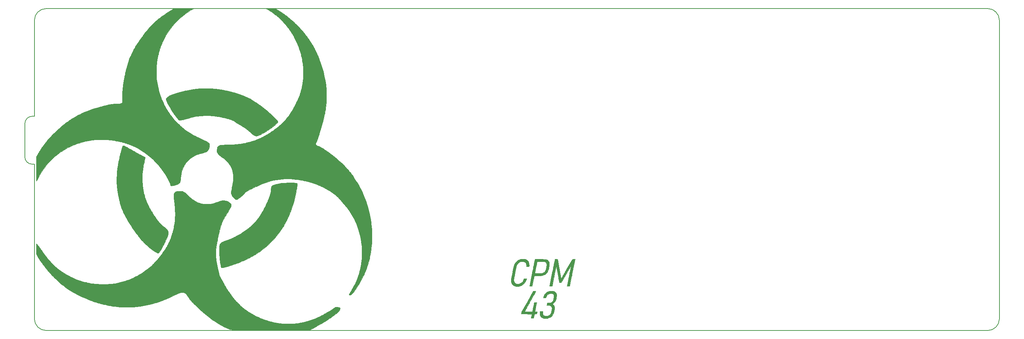
<source format=gbr>
%TF.GenerationSoftware,KiCad,Pcbnew,(5.0.1-dev-4-g3dcf04fdb)*%
%TF.CreationDate,2018-07-23T19:34:37+03:00*%
%TF.ProjectId,cpm43,63706D34332E6B696361645F70636200,rev?*%
%TF.SameCoordinates,Original*%
%TF.FileFunction,Legend,Top*%
%TF.FilePolarity,Positive*%
%FSLAX46Y46*%
G04 Gerber Fmt 4.6, Leading zero omitted, Abs format (unit mm)*
G04 Created by KiCad (PCBNEW (5.0.1-dev-4-g3dcf04fdb)) date 07/23/18 19:34:37*
%MOMM*%
%LPD*%
G01*
G04 APERTURE LIST*
%ADD10C,0.200000*%
%ADD11C,0.010000*%
G04 APERTURE END LIST*
D10*
X33274000Y-97282000D02*
X32766000Y-97282000D01*
X32766000Y-85852000D02*
X33274000Y-85852000D01*
X33274000Y-62992000D02*
X33274000Y-85852000D01*
X33274000Y-97282000D02*
X33274000Y-134112000D01*
X30988000Y-87630000D02*
X30988000Y-95504000D01*
X30988000Y-87630000D02*
G75*
G02X32766000Y-85852000I1778000J0D01*
G01*
X32766000Y-97282000D02*
G75*
G02X30988000Y-95504000I0J1778000D01*
G01*
X36068000Y-60198000D02*
X260350000Y-60198000D01*
X260350000Y-136906000D02*
X36068000Y-136906000D01*
X263144000Y-62992000D02*
X263144000Y-134112000D01*
X260350000Y-60198000D02*
G75*
G02X263144000Y-62992000I0J-2794000D01*
G01*
X263144000Y-134112000D02*
G75*
G02X260350000Y-136906000I-2794000J0D01*
G01*
X36068000Y-136906000D02*
G75*
G02X33274000Y-134112000I0J2794000D01*
G01*
X33274000Y-62992000D02*
G75*
G02X36068000Y-60198000I2794000J0D01*
G01*
D11*
G36*
X74336104Y-79203593D02*
X74697002Y-79208797D01*
X75036012Y-79218156D01*
X75340406Y-79231146D01*
X75597450Y-79247243D01*
X75794416Y-79265922D01*
X75902279Y-79282822D01*
X75985015Y-79294867D01*
X76121064Y-79308990D01*
X76277033Y-79321830D01*
X76479970Y-79339678D01*
X76699569Y-79363819D01*
X76839164Y-79382132D01*
X77027320Y-79409025D01*
X77246337Y-79439725D01*
X77422115Y-79463933D01*
X77595293Y-79491068D01*
X77817329Y-79530914D01*
X78055931Y-79577482D01*
X78222965Y-79612484D01*
X78426876Y-79654489D01*
X78612365Y-79688628D01*
X78757906Y-79711188D01*
X78837711Y-79718525D01*
X78954144Y-79732071D01*
X79036205Y-79760183D01*
X79100740Y-79783673D01*
X79230503Y-79820714D01*
X79409369Y-79867044D01*
X79621215Y-79918403D01*
X79733099Y-79944326D01*
X80052965Y-80018741D01*
X80348325Y-80090221D01*
X80606446Y-80155506D01*
X80814595Y-80211337D01*
X80960040Y-80254456D01*
X81003099Y-80269396D01*
X81071512Y-80291968D01*
X81195339Y-80329911D01*
X81349929Y-80375697D01*
X81377853Y-80383824D01*
X81549428Y-80436169D01*
X81707872Y-80488868D01*
X81820872Y-80531136D01*
X81826888Y-80533703D01*
X81936181Y-80573922D01*
X82019806Y-80592757D01*
X82025240Y-80592951D01*
X82114216Y-80611469D01*
X82159156Y-80630316D01*
X82240922Y-80667456D01*
X82362951Y-80717613D01*
X82418836Y-80739399D01*
X82549460Y-80789514D01*
X82659207Y-80831819D01*
X82689492Y-80843570D01*
X82785540Y-80880024D01*
X82907552Y-80925198D01*
X82918509Y-80929201D01*
X83034316Y-80974798D01*
X83189154Y-81039983D01*
X83325535Y-81099961D01*
X83459390Y-81158790D01*
X83561299Y-81200960D01*
X83609639Y-81217532D01*
X83609948Y-81217541D01*
X83653160Y-81235349D01*
X83755998Y-81283946D01*
X83904002Y-81356094D01*
X84082709Y-81444553D01*
X84277658Y-81542084D01*
X84474385Y-81641449D01*
X84658430Y-81735408D01*
X84815331Y-81816722D01*
X84930625Y-81878152D01*
X84940164Y-81883394D01*
X85043183Y-81941895D01*
X85161152Y-82012435D01*
X85302972Y-82100714D01*
X85477546Y-82212435D01*
X85693777Y-82353299D01*
X85960568Y-82529009D01*
X86286821Y-82745265D01*
X86312115Y-82762069D01*
X86600150Y-82953701D01*
X86833197Y-83109887D01*
X87025745Y-83241097D01*
X87192279Y-83357803D01*
X87347290Y-83470477D01*
X87505263Y-83589589D01*
X87680687Y-83725612D01*
X87888051Y-83889016D01*
X88060968Y-84026092D01*
X88406497Y-84303627D01*
X88714085Y-84558957D01*
X89000580Y-84807228D01*
X89282827Y-85063584D01*
X89577675Y-85343168D01*
X89901972Y-85661126D01*
X90101295Y-85860158D01*
X90431970Y-86195099D01*
X90703331Y-86476956D01*
X90917818Y-86708523D01*
X91077870Y-86892591D01*
X91185927Y-87031951D01*
X91244427Y-87129394D01*
X91256862Y-87182605D01*
X91207448Y-87303591D01*
X91088731Y-87461734D01*
X90904349Y-87654003D01*
X90657939Y-87877366D01*
X90353138Y-88128794D01*
X89993583Y-88405253D01*
X89582913Y-88703715D01*
X89124764Y-89021146D01*
X88752012Y-89269958D01*
X88308886Y-89553387D01*
X87886676Y-89807899D01*
X87491573Y-90030487D01*
X87129767Y-90218147D01*
X86807452Y-90367873D01*
X86530817Y-90476658D01*
X86306056Y-90541496D01*
X86139358Y-90559383D01*
X86103918Y-90555565D01*
X85865182Y-90495490D01*
X85629597Y-90396726D01*
X85386228Y-90252357D01*
X85124140Y-90055467D01*
X84832394Y-89799138D01*
X84682105Y-89656344D01*
X84203521Y-89225110D01*
X83685342Y-88816226D01*
X83292413Y-88541919D01*
X83191249Y-88476311D01*
X83090570Y-88413363D01*
X82977909Y-88345854D01*
X82840796Y-88266564D01*
X82666764Y-88168271D01*
X82443344Y-88043753D01*
X82189820Y-87903345D01*
X81884553Y-87730898D01*
X81631374Y-87578307D01*
X81406911Y-87430199D01*
X81187792Y-87271200D01*
X80966581Y-87098689D01*
X80752673Y-86947246D01*
X80514637Y-86820247D01*
X80230339Y-86707002D01*
X80003754Y-86633741D01*
X79842755Y-86583873D01*
X79704537Y-86538768D01*
X79615655Y-86507132D01*
X79608181Y-86504070D01*
X79523022Y-86476738D01*
X79389186Y-86442812D01*
X79275066Y-86417848D01*
X79135600Y-86386006D01*
X79028277Y-86355131D01*
X78983591Y-86336011D01*
X78931127Y-86317779D01*
X78811877Y-86286704D01*
X78639381Y-86245654D01*
X78427179Y-86197497D01*
X78188813Y-86145101D01*
X77937821Y-86091333D01*
X77687746Y-86039063D01*
X77452127Y-85991157D01*
X77244505Y-85950485D01*
X77078421Y-85919913D01*
X76967415Y-85902310D01*
X76925486Y-85900087D01*
X76871684Y-85901654D01*
X76762642Y-85886775D01*
X76648602Y-85864317D01*
X76501452Y-85834569D01*
X76377247Y-85814225D01*
X76318672Y-85808498D01*
X76234672Y-85803301D01*
X76099437Y-85791141D01*
X75964738Y-85777088D01*
X75784088Y-85757429D01*
X75633249Y-85742538D01*
X75493864Y-85731391D01*
X75347581Y-85722960D01*
X75176045Y-85716220D01*
X74960902Y-85710142D01*
X74683796Y-85703701D01*
X74632279Y-85702564D01*
X74159329Y-85699859D01*
X73665358Y-85711033D01*
X73165709Y-85734833D01*
X72675726Y-85770009D01*
X72210751Y-85815309D01*
X71786129Y-85869482D01*
X71417202Y-85931277D01*
X71176213Y-85984409D01*
X71026485Y-86021487D01*
X70831450Y-86068591D01*
X70626959Y-86117084D01*
X70572443Y-86129839D01*
X70396361Y-86174909D01*
X70166817Y-86239470D01*
X69909162Y-86316099D01*
X69648743Y-86397372D01*
X69552279Y-86428602D01*
X69160974Y-86550072D01*
X68795566Y-86650460D01*
X68468298Y-86726943D01*
X68191415Y-86776698D01*
X67977164Y-86796903D01*
X67953228Y-86797213D01*
X67782232Y-86769014D01*
X67618935Y-86679005D01*
X67449903Y-86519075D01*
X67403495Y-86465203D01*
X67314159Y-86360597D01*
X67236872Y-86274299D01*
X67218997Y-86255528D01*
X67156044Y-86183525D01*
X67070824Y-86076707D01*
X67031857Y-86025407D01*
X66955733Y-85925489D01*
X66899925Y-85856006D01*
X66884850Y-85839508D01*
X66850461Y-85796192D01*
X66785518Y-85705047D01*
X66720804Y-85610492D01*
X66641511Y-85496217D01*
X66578980Y-85412309D01*
X66551602Y-85381476D01*
X66517197Y-85338909D01*
X66449601Y-85242342D01*
X66358828Y-85107255D01*
X66254886Y-84949131D01*
X66147789Y-84783450D01*
X66047548Y-84625696D01*
X65964172Y-84491349D01*
X65907675Y-84395892D01*
X65888017Y-84355288D01*
X65866814Y-84308759D01*
X65810079Y-84210255D01*
X65728125Y-84077326D01*
X65685016Y-84009791D01*
X65523376Y-83747926D01*
X65347924Y-83444467D01*
X65169199Y-83119321D01*
X64997741Y-82792395D01*
X64844088Y-82483595D01*
X64718782Y-82212827D01*
X64661416Y-82076472D01*
X64602647Y-81858628D01*
X64616140Y-81674479D01*
X64702614Y-81515104D01*
X64706886Y-81509967D01*
X64890281Y-81336456D01*
X65150731Y-81157082D01*
X65482399Y-80974015D01*
X65879449Y-80789426D01*
X66336045Y-80605485D01*
X66846350Y-80424365D01*
X67404530Y-80248236D01*
X68004747Y-80079269D01*
X68641166Y-79919634D01*
X69307951Y-79771504D01*
X69469000Y-79738481D01*
X70343962Y-79571543D01*
X71154544Y-79437510D01*
X71912264Y-79335009D01*
X72628642Y-79262669D01*
X73315197Y-79219118D01*
X73966050Y-79203069D01*
X74336104Y-79203593D01*
X74336104Y-79203593D01*
G37*
X74336104Y-79203593D02*
X74697002Y-79208797D01*
X75036012Y-79218156D01*
X75340406Y-79231146D01*
X75597450Y-79247243D01*
X75794416Y-79265922D01*
X75902279Y-79282822D01*
X75985015Y-79294867D01*
X76121064Y-79308990D01*
X76277033Y-79321830D01*
X76479970Y-79339678D01*
X76699569Y-79363819D01*
X76839164Y-79382132D01*
X77027320Y-79409025D01*
X77246337Y-79439725D01*
X77422115Y-79463933D01*
X77595293Y-79491068D01*
X77817329Y-79530914D01*
X78055931Y-79577482D01*
X78222965Y-79612484D01*
X78426876Y-79654489D01*
X78612365Y-79688628D01*
X78757906Y-79711188D01*
X78837711Y-79718525D01*
X78954144Y-79732071D01*
X79036205Y-79760183D01*
X79100740Y-79783673D01*
X79230503Y-79820714D01*
X79409369Y-79867044D01*
X79621215Y-79918403D01*
X79733099Y-79944326D01*
X80052965Y-80018741D01*
X80348325Y-80090221D01*
X80606446Y-80155506D01*
X80814595Y-80211337D01*
X80960040Y-80254456D01*
X81003099Y-80269396D01*
X81071512Y-80291968D01*
X81195339Y-80329911D01*
X81349929Y-80375697D01*
X81377853Y-80383824D01*
X81549428Y-80436169D01*
X81707872Y-80488868D01*
X81820872Y-80531136D01*
X81826888Y-80533703D01*
X81936181Y-80573922D01*
X82019806Y-80592757D01*
X82025240Y-80592951D01*
X82114216Y-80611469D01*
X82159156Y-80630316D01*
X82240922Y-80667456D01*
X82362951Y-80717613D01*
X82418836Y-80739399D01*
X82549460Y-80789514D01*
X82659207Y-80831819D01*
X82689492Y-80843570D01*
X82785540Y-80880024D01*
X82907552Y-80925198D01*
X82918509Y-80929201D01*
X83034316Y-80974798D01*
X83189154Y-81039983D01*
X83325535Y-81099961D01*
X83459390Y-81158790D01*
X83561299Y-81200960D01*
X83609639Y-81217532D01*
X83609948Y-81217541D01*
X83653160Y-81235349D01*
X83755998Y-81283946D01*
X83904002Y-81356094D01*
X84082709Y-81444553D01*
X84277658Y-81542084D01*
X84474385Y-81641449D01*
X84658430Y-81735408D01*
X84815331Y-81816722D01*
X84930625Y-81878152D01*
X84940164Y-81883394D01*
X85043183Y-81941895D01*
X85161152Y-82012435D01*
X85302972Y-82100714D01*
X85477546Y-82212435D01*
X85693777Y-82353299D01*
X85960568Y-82529009D01*
X86286821Y-82745265D01*
X86312115Y-82762069D01*
X86600150Y-82953701D01*
X86833197Y-83109887D01*
X87025745Y-83241097D01*
X87192279Y-83357803D01*
X87347290Y-83470477D01*
X87505263Y-83589589D01*
X87680687Y-83725612D01*
X87888051Y-83889016D01*
X88060968Y-84026092D01*
X88406497Y-84303627D01*
X88714085Y-84558957D01*
X89000580Y-84807228D01*
X89282827Y-85063584D01*
X89577675Y-85343168D01*
X89901972Y-85661126D01*
X90101295Y-85860158D01*
X90431970Y-86195099D01*
X90703331Y-86476956D01*
X90917818Y-86708523D01*
X91077870Y-86892591D01*
X91185927Y-87031951D01*
X91244427Y-87129394D01*
X91256862Y-87182605D01*
X91207448Y-87303591D01*
X91088731Y-87461734D01*
X90904349Y-87654003D01*
X90657939Y-87877366D01*
X90353138Y-88128794D01*
X89993583Y-88405253D01*
X89582913Y-88703715D01*
X89124764Y-89021146D01*
X88752012Y-89269958D01*
X88308886Y-89553387D01*
X87886676Y-89807899D01*
X87491573Y-90030487D01*
X87129767Y-90218147D01*
X86807452Y-90367873D01*
X86530817Y-90476658D01*
X86306056Y-90541496D01*
X86139358Y-90559383D01*
X86103918Y-90555565D01*
X85865182Y-90495490D01*
X85629597Y-90396726D01*
X85386228Y-90252357D01*
X85124140Y-90055467D01*
X84832394Y-89799138D01*
X84682105Y-89656344D01*
X84203521Y-89225110D01*
X83685342Y-88816226D01*
X83292413Y-88541919D01*
X83191249Y-88476311D01*
X83090570Y-88413363D01*
X82977909Y-88345854D01*
X82840796Y-88266564D01*
X82666764Y-88168271D01*
X82443344Y-88043753D01*
X82189820Y-87903345D01*
X81884553Y-87730898D01*
X81631374Y-87578307D01*
X81406911Y-87430199D01*
X81187792Y-87271200D01*
X80966581Y-87098689D01*
X80752673Y-86947246D01*
X80514637Y-86820247D01*
X80230339Y-86707002D01*
X80003754Y-86633741D01*
X79842755Y-86583873D01*
X79704537Y-86538768D01*
X79615655Y-86507132D01*
X79608181Y-86504070D01*
X79523022Y-86476738D01*
X79389186Y-86442812D01*
X79275066Y-86417848D01*
X79135600Y-86386006D01*
X79028277Y-86355131D01*
X78983591Y-86336011D01*
X78931127Y-86317779D01*
X78811877Y-86286704D01*
X78639381Y-86245654D01*
X78427179Y-86197497D01*
X78188813Y-86145101D01*
X77937821Y-86091333D01*
X77687746Y-86039063D01*
X77452127Y-85991157D01*
X77244505Y-85950485D01*
X77078421Y-85919913D01*
X76967415Y-85902310D01*
X76925486Y-85900087D01*
X76871684Y-85901654D01*
X76762642Y-85886775D01*
X76648602Y-85864317D01*
X76501452Y-85834569D01*
X76377247Y-85814225D01*
X76318672Y-85808498D01*
X76234672Y-85803301D01*
X76099437Y-85791141D01*
X75964738Y-85777088D01*
X75784088Y-85757429D01*
X75633249Y-85742538D01*
X75493864Y-85731391D01*
X75347581Y-85722960D01*
X75176045Y-85716220D01*
X74960902Y-85710142D01*
X74683796Y-85703701D01*
X74632279Y-85702564D01*
X74159329Y-85699859D01*
X73665358Y-85711033D01*
X73165709Y-85734833D01*
X72675726Y-85770009D01*
X72210751Y-85815309D01*
X71786129Y-85869482D01*
X71417202Y-85931277D01*
X71176213Y-85984409D01*
X71026485Y-86021487D01*
X70831450Y-86068591D01*
X70626959Y-86117084D01*
X70572443Y-86129839D01*
X70396361Y-86174909D01*
X70166817Y-86239470D01*
X69909162Y-86316099D01*
X69648743Y-86397372D01*
X69552279Y-86428602D01*
X69160974Y-86550072D01*
X68795566Y-86650460D01*
X68468298Y-86726943D01*
X68191415Y-86776698D01*
X67977164Y-86796903D01*
X67953228Y-86797213D01*
X67782232Y-86769014D01*
X67618935Y-86679005D01*
X67449903Y-86519075D01*
X67403495Y-86465203D01*
X67314159Y-86360597D01*
X67236872Y-86274299D01*
X67218997Y-86255528D01*
X67156044Y-86183525D01*
X67070824Y-86076707D01*
X67031857Y-86025407D01*
X66955733Y-85925489D01*
X66899925Y-85856006D01*
X66884850Y-85839508D01*
X66850461Y-85796192D01*
X66785518Y-85705047D01*
X66720804Y-85610492D01*
X66641511Y-85496217D01*
X66578980Y-85412309D01*
X66551602Y-85381476D01*
X66517197Y-85338909D01*
X66449601Y-85242342D01*
X66358828Y-85107255D01*
X66254886Y-84949131D01*
X66147789Y-84783450D01*
X66047548Y-84625696D01*
X65964172Y-84491349D01*
X65907675Y-84395892D01*
X65888017Y-84355288D01*
X65866814Y-84308759D01*
X65810079Y-84210255D01*
X65728125Y-84077326D01*
X65685016Y-84009791D01*
X65523376Y-83747926D01*
X65347924Y-83444467D01*
X65169199Y-83119321D01*
X64997741Y-82792395D01*
X64844088Y-82483595D01*
X64718782Y-82212827D01*
X64661416Y-82076472D01*
X64602647Y-81858628D01*
X64616140Y-81674479D01*
X64702614Y-81515104D01*
X64706886Y-81509967D01*
X64890281Y-81336456D01*
X65150731Y-81157082D01*
X65482399Y-80974015D01*
X65879449Y-80789426D01*
X66336045Y-80605485D01*
X66846350Y-80424365D01*
X67404530Y-80248236D01*
X68004747Y-80079269D01*
X68641166Y-79919634D01*
X69307951Y-79771504D01*
X69469000Y-79738481D01*
X70343962Y-79571543D01*
X71154544Y-79437510D01*
X71912264Y-79335009D01*
X72628642Y-79262669D01*
X73315197Y-79219118D01*
X73966050Y-79203069D01*
X74336104Y-79203593D01*
G36*
X67793067Y-60151993D02*
X68181677Y-60154005D01*
X68641946Y-60156699D01*
X68915992Y-60158093D01*
X71238672Y-60168853D01*
X71072115Y-60254790D01*
X70765324Y-60423382D01*
X70415257Y-60632992D01*
X70041881Y-60870453D01*
X69665161Y-61122600D01*
X69305065Y-61376266D01*
X68981557Y-61618284D01*
X68866091Y-61709508D01*
X68721042Y-61825348D01*
X68581433Y-61935256D01*
X68475659Y-62016893D01*
X68469150Y-62021803D01*
X68321113Y-62139738D01*
X68139547Y-62296677D01*
X67917902Y-62498537D01*
X67649630Y-62751234D01*
X67455108Y-62937869D01*
X67183761Y-63201605D01*
X66951524Y-63432824D01*
X66746361Y-63645122D01*
X66556237Y-63852095D01*
X66369116Y-64067337D01*
X66172962Y-64304443D01*
X65955740Y-64577009D01*
X65705414Y-64898630D01*
X65611959Y-65019836D01*
X65213984Y-65570804D01*
X64818567Y-66182308D01*
X64437491Y-66832948D01*
X64082535Y-67501322D01*
X63765481Y-68166029D01*
X63498111Y-68805667D01*
X63434405Y-68975574D01*
X63388336Y-69097467D01*
X63347663Y-69198226D01*
X63344912Y-69204590D01*
X63296866Y-69327138D01*
X63234828Y-69502200D01*
X63167898Y-69702274D01*
X63105177Y-69899862D01*
X63055764Y-70067462D01*
X63040924Y-70123262D01*
X63005720Y-70251708D01*
X62974219Y-70347868D01*
X62961292Y-70376993D01*
X62941726Y-70433896D01*
X62910320Y-70552731D01*
X62872053Y-70713867D01*
X62845766Y-70832420D01*
X62805188Y-71010442D01*
X62767342Y-71158766D01*
X62737443Y-71257819D01*
X62724706Y-71286558D01*
X62702269Y-71346203D01*
X62673765Y-71463372D01*
X62645210Y-71613189D01*
X62644124Y-71619672D01*
X62612621Y-71803839D01*
X62573220Y-72027064D01*
X62533489Y-72246574D01*
X62526237Y-72285902D01*
X62493907Y-72468954D01*
X62467360Y-72634771D01*
X62450830Y-72756304D01*
X62448033Y-72785574D01*
X62438714Y-72885166D01*
X62421834Y-73038462D01*
X62400609Y-73216590D01*
X62394649Y-73264426D01*
X62349735Y-73711988D01*
X62318597Y-74217644D01*
X62301135Y-74761326D01*
X62297248Y-75322966D01*
X62306837Y-75882497D01*
X62329799Y-76419850D01*
X62366036Y-76914957D01*
X62415069Y-77345082D01*
X62482322Y-77787364D01*
X62559650Y-78238558D01*
X62643128Y-78678532D01*
X62728826Y-79087150D01*
X62812820Y-79444278D01*
X62857689Y-79614426D01*
X62909623Y-79802893D01*
X62963030Y-79998691D01*
X62999768Y-80134918D01*
X63073386Y-80387502D01*
X63171621Y-80691914D01*
X63285768Y-81023663D01*
X63407122Y-81358256D01*
X63526975Y-81671201D01*
X63636622Y-81938006D01*
X63658417Y-81987869D01*
X63840376Y-82392902D01*
X64000770Y-82737219D01*
X64147843Y-83037862D01*
X64289841Y-83311875D01*
X64373536Y-83466066D01*
X64470551Y-83642103D01*
X64563571Y-83811181D01*
X64637650Y-83946118D01*
X64659783Y-83986558D01*
X64718772Y-84087215D01*
X64812169Y-84238118D01*
X64930552Y-84424833D01*
X65064500Y-84632928D01*
X65204591Y-84847970D01*
X65341403Y-85055528D01*
X65465515Y-85241170D01*
X65567505Y-85390461D01*
X65637952Y-85488972D01*
X65653906Y-85509381D01*
X65739338Y-85616362D01*
X65833500Y-85738949D01*
X65846377Y-85756149D01*
X66059706Y-86029519D01*
X66316558Y-86337817D01*
X66603950Y-86667044D01*
X66908893Y-87003199D01*
X67218404Y-87332280D01*
X67519494Y-87640288D01*
X67799180Y-87913221D01*
X68044473Y-88137078D01*
X68094902Y-88180356D01*
X68276924Y-88334547D01*
X68412285Y-88449916D01*
X68518111Y-88541177D01*
X68611528Y-88623047D01*
X68657432Y-88663724D01*
X68761598Y-88750022D01*
X68920868Y-88874032D01*
X69121995Y-89025898D01*
X69351730Y-89195758D01*
X69596823Y-89373756D01*
X69844025Y-89550033D01*
X69926017Y-89607695D01*
X70147880Y-89755256D01*
X70427368Y-89928981D01*
X70747062Y-90118929D01*
X71089543Y-90315159D01*
X71437390Y-90507732D01*
X71773184Y-90686706D01*
X72079505Y-90842142D01*
X72146169Y-90874583D01*
X72506158Y-91047356D01*
X72804011Y-91188797D01*
X73037027Y-91297653D01*
X73202502Y-91372669D01*
X73297735Y-91412592D01*
X73320004Y-91419181D01*
X73367666Y-91436761D01*
X73489045Y-91489625D01*
X73684556Y-91577958D01*
X73954613Y-91701947D01*
X74090968Y-91764978D01*
X74265039Y-91854618D01*
X74449722Y-91964481D01*
X74625809Y-92081502D01*
X74774093Y-92192618D01*
X74875367Y-92284765D01*
X74899367Y-92314825D01*
X74947553Y-92424875D01*
X74980180Y-92564983D01*
X74983802Y-92595866D01*
X74980743Y-92751734D01*
X74953311Y-92959935D01*
X74907079Y-93195093D01*
X74847618Y-93431833D01*
X74780501Y-93644778D01*
X74722339Y-93786584D01*
X74645428Y-93915164D01*
X74542454Y-94048389D01*
X74430739Y-94167875D01*
X74327603Y-94255234D01*
X74250369Y-94292080D01*
X74245913Y-94292295D01*
X74184955Y-94308466D01*
X74087407Y-94347899D01*
X74076441Y-94352904D01*
X73983770Y-94387471D01*
X73832227Y-94435118D01*
X73643849Y-94489210D01*
X73466377Y-94536549D01*
X73129689Y-94623616D01*
X72858776Y-94695632D01*
X72638577Y-94757564D01*
X72454031Y-94814380D01*
X72290076Y-94871046D01*
X72131652Y-94932530D01*
X71963697Y-95003798D01*
X71771149Y-95089819D01*
X71724223Y-95111112D01*
X71580347Y-95175672D01*
X71468592Y-95224261D01*
X71408029Y-95248636D01*
X71402817Y-95250000D01*
X71363043Y-95271036D01*
X71270971Y-95327038D01*
X71143972Y-95407351D01*
X71097352Y-95437377D01*
X70958910Y-95523911D01*
X70845416Y-95589286D01*
X70776072Y-95622625D01*
X70766601Y-95624754D01*
X70721919Y-95650658D01*
X70627144Y-95721836D01*
X70494656Y-95828490D01*
X70336828Y-95960822D01*
X70274220Y-96014563D01*
X69756248Y-96509061D01*
X69309205Y-97037985D01*
X69080553Y-97362052D01*
X68956261Y-97569344D01*
X68821196Y-97825381D01*
X68687703Y-98103806D01*
X68568127Y-98378266D01*
X68474811Y-98622408D01*
X68441270Y-98726885D01*
X68370099Y-98991422D01*
X68300032Y-99288115D01*
X68235589Y-99594246D01*
X68181295Y-99887096D01*
X68141671Y-100143945D01*
X68121918Y-100331118D01*
X68096457Y-100686883D01*
X68069842Y-100971064D01*
X68039095Y-101195336D01*
X68001241Y-101371374D01*
X67953301Y-101510854D01*
X67892297Y-101625449D01*
X67815254Y-101726836D01*
X67747651Y-101798737D01*
X67623165Y-101893286D01*
X67441570Y-101992168D01*
X67218197Y-102090699D01*
X66968379Y-102184197D01*
X66707446Y-102267977D01*
X66450730Y-102337358D01*
X66213563Y-102387656D01*
X66011277Y-102414187D01*
X65859203Y-102412269D01*
X65796728Y-102394674D01*
X65718072Y-102311560D01*
X65658838Y-102149697D01*
X65656797Y-102141312D01*
X65610669Y-101971170D01*
X65555319Y-101796086D01*
X65537434Y-101745738D01*
X65482329Y-101616290D01*
X65394773Y-101432738D01*
X65284165Y-101212976D01*
X65159903Y-100974898D01*
X65031385Y-100736400D01*
X64908011Y-100515377D01*
X64799178Y-100329722D01*
X64763052Y-100271318D01*
X64682953Y-100140910D01*
X64624098Y-100038262D01*
X64597673Y-99983018D01*
X64597197Y-99980096D01*
X64575346Y-99935192D01*
X64518176Y-99841062D01*
X64438262Y-99716610D01*
X64348176Y-99580739D01*
X64260494Y-99452351D01*
X64187790Y-99350351D01*
X64142637Y-99293642D01*
X64137505Y-99289017D01*
X64103132Y-99246862D01*
X64035763Y-99151607D01*
X63947288Y-99020299D01*
X63902579Y-98952183D01*
X63798802Y-98797438D01*
X63700614Y-98659032D01*
X63624473Y-98559911D01*
X63605708Y-98538347D01*
X63542313Y-98460729D01*
X63514620Y-98407865D01*
X63514574Y-98406739D01*
X63488175Y-98354174D01*
X63441705Y-98299555D01*
X63381863Y-98231233D01*
X63290975Y-98118440D01*
X63187252Y-97983857D01*
X63172395Y-97964104D01*
X62844986Y-97554751D01*
X62456927Y-97116476D01*
X62020232Y-96661049D01*
X61546912Y-96200234D01*
X61048981Y-95745799D01*
X60538452Y-95309510D01*
X60120968Y-94975195D01*
X59442241Y-94466413D01*
X58798898Y-94021275D01*
X58180944Y-93633597D01*
X57578384Y-93297192D01*
X56981225Y-93005876D01*
X56831459Y-92939302D01*
X56639351Y-92856091D01*
X56493881Y-92795064D01*
X56365623Y-92744495D01*
X56225154Y-92692663D01*
X56102771Y-92648985D01*
X55946410Y-92592201D01*
X55815667Y-92542276D01*
X55734688Y-92508485D01*
X55726650Y-92504511D01*
X55643020Y-92472791D01*
X55526655Y-92441619D01*
X55518453Y-92439831D01*
X55409591Y-92411231D01*
X55336513Y-92382691D01*
X55332443Y-92380127D01*
X55274682Y-92355198D01*
X55159579Y-92315330D01*
X55009907Y-92268320D01*
X54978509Y-92258948D01*
X54796470Y-92204532D01*
X54617045Y-92149986D01*
X54478499Y-92106944D01*
X54476347Y-92106261D01*
X54366332Y-92076042D01*
X54189307Y-92032947D01*
X53959985Y-91980106D01*
X53693081Y-91920651D01*
X53403310Y-91857713D01*
X53105387Y-91794423D01*
X52814025Y-91733913D01*
X52543941Y-91679314D01*
X52309848Y-91633758D01*
X52126460Y-91600375D01*
X52022115Y-91583999D01*
X51577835Y-91527838D01*
X51172036Y-91481460D01*
X50817025Y-91446135D01*
X50525112Y-91423136D01*
X50398181Y-91416294D01*
X50080135Y-91406307D01*
X49728928Y-91400867D01*
X49358143Y-91399693D01*
X48981362Y-91402506D01*
X48612170Y-91409025D01*
X48264151Y-91418970D01*
X47950887Y-91432060D01*
X47685963Y-91448015D01*
X47482961Y-91466554D01*
X47400148Y-91478173D01*
X47312430Y-91491303D01*
X47167878Y-91510958D01*
X46992334Y-91533662D01*
X46921295Y-91542563D01*
X46697523Y-91572977D01*
X46453369Y-91610255D01*
X46237235Y-91646959D01*
X46213427Y-91651355D01*
X46034564Y-91684260D01*
X45868353Y-91713913D01*
X45746958Y-91734590D01*
X45734574Y-91736567D01*
X45508888Y-91780226D01*
X45220625Y-91848607D01*
X44885164Y-91937132D01*
X44517881Y-92041223D01*
X44134156Y-92156303D01*
X43749365Y-92277795D01*
X43378887Y-92401120D01*
X43038100Y-92521701D01*
X42819820Y-92604223D01*
X42548684Y-92717306D01*
X42224371Y-92863922D01*
X41865194Y-93034890D01*
X41489467Y-93221027D01*
X41115503Y-93413153D01*
X40761615Y-93602086D01*
X40446116Y-93778643D01*
X40269861Y-93882688D01*
X40025631Y-94033920D01*
X39778356Y-94192418D01*
X39542041Y-94348718D01*
X39330690Y-94493353D01*
X39158310Y-94616860D01*
X39038906Y-94709771D01*
X39014840Y-94730879D01*
X38952574Y-94781017D01*
X38854522Y-94853306D01*
X38822443Y-94876023D01*
X38700039Y-94964210D01*
X38588969Y-95051243D01*
X38455774Y-95163546D01*
X38427957Y-95187541D01*
X38339222Y-95262767D01*
X38220334Y-95361770D01*
X38153807Y-95416558D01*
X37929832Y-95606358D01*
X37695596Y-95818114D01*
X37435869Y-96065958D01*
X37166667Y-96332623D01*
X36380060Y-97180335D01*
X35649552Y-98086729D01*
X34979957Y-99044874D01*
X34376084Y-100047841D01*
X33842746Y-101088700D01*
X33798551Y-101183607D01*
X33783683Y-101214186D01*
X33770838Y-101233304D01*
X33759843Y-101235547D01*
X33750525Y-101215500D01*
X33742711Y-101167749D01*
X33736227Y-101086881D01*
X33730901Y-100967480D01*
X33726560Y-100804133D01*
X33723031Y-100591426D01*
X33720140Y-100323943D01*
X33717716Y-99996273D01*
X33715584Y-99602999D01*
X33713572Y-99138707D01*
X33711506Y-98597985D01*
X33710929Y-98441435D01*
X33700235Y-95532706D01*
X33860956Y-95235206D01*
X33970337Y-95037491D01*
X34097222Y-94815688D01*
X34231734Y-94586288D01*
X34363998Y-94365781D01*
X34484136Y-94170656D01*
X34582272Y-94017403D01*
X34642247Y-93930729D01*
X34705520Y-93840044D01*
X34739783Y-93778423D01*
X34741787Y-93770164D01*
X34765555Y-93723764D01*
X34825972Y-93637394D01*
X34866705Y-93584426D01*
X34940137Y-93483834D01*
X34985050Y-93407127D01*
X34991623Y-93385746D01*
X35020213Y-93326687D01*
X35049300Y-93296920D01*
X35099140Y-93241197D01*
X35179574Y-93136366D01*
X35275175Y-93002732D01*
X35298329Y-92969117D01*
X35543827Y-92625282D01*
X35839073Y-92237753D01*
X36173273Y-91820019D01*
X36535632Y-91385566D01*
X36915355Y-90947883D01*
X36922043Y-90940328D01*
X37122417Y-90720921D01*
X37366650Y-90464452D01*
X37642922Y-90182439D01*
X37939415Y-89886397D01*
X38244311Y-89587844D01*
X38545791Y-89298296D01*
X38832037Y-89029270D01*
X39091229Y-88792281D01*
X39311548Y-88598846D01*
X39405394Y-88520466D01*
X39497972Y-88442970D01*
X39560547Y-88386842D01*
X39571951Y-88374825D01*
X39611594Y-88339179D01*
X39703292Y-88262969D01*
X39833556Y-88157005D01*
X39988900Y-88032100D01*
X40155836Y-87899066D01*
X40320876Y-87768714D01*
X40470533Y-87651856D01*
X40553036Y-87588361D01*
X40675329Y-87493859D01*
X40782810Y-87408843D01*
X40829448Y-87370724D01*
X40911587Y-87308915D01*
X41033486Y-87225164D01*
X41128270Y-87163480D01*
X41249565Y-87083050D01*
X41344041Y-87014095D01*
X41383263Y-86979657D01*
X41429652Y-86942950D01*
X41530713Y-86872378D01*
X41672481Y-86776978D01*
X41840989Y-86665785D01*
X42022271Y-86547835D01*
X42202362Y-86432166D01*
X42367295Y-86327812D01*
X42503104Y-86243811D01*
X42595823Y-86189198D01*
X42630583Y-86172623D01*
X42675798Y-86152532D01*
X42772007Y-86099565D01*
X42899396Y-86024685D01*
X42914529Y-86015540D01*
X43079754Y-85915826D01*
X43215765Y-85835433D01*
X43339535Y-85765283D01*
X43468037Y-85696296D01*
X43618245Y-85619394D01*
X43807133Y-85525497D01*
X44051672Y-85405525D01*
X44089820Y-85386863D01*
X44394648Y-85238211D01*
X44643501Y-85118532D01*
X44854990Y-85019753D01*
X45047725Y-84933803D01*
X45240318Y-84852611D01*
X45451380Y-84768105D01*
X45699521Y-84672214D01*
X46003354Y-84556865D01*
X46005230Y-84556156D01*
X47292574Y-84101789D01*
X48596532Y-83707608D01*
X49044902Y-83586556D01*
X49269412Y-83526896D01*
X49472335Y-83471520D01*
X49636737Y-83425158D01*
X49745682Y-83392540D01*
X49773591Y-83383045D01*
X49898187Y-83343637D01*
X49981787Y-83323988D01*
X50068381Y-83306194D01*
X50210987Y-83275139D01*
X50384482Y-83236330D01*
X50460640Y-83219016D01*
X51105651Y-83085166D01*
X51736549Y-82980513D01*
X52334534Y-82907688D01*
X52880804Y-82869322D01*
X52982809Y-82866000D01*
X53304937Y-82855028D01*
X53555534Y-82839077D01*
X53746306Y-82815911D01*
X53888957Y-82783293D01*
X53995189Y-82738986D01*
X54076707Y-82680753D01*
X54106794Y-82651174D01*
X54208181Y-82543216D01*
X54211330Y-81349477D01*
X54213472Y-80920737D01*
X54217907Y-80560040D01*
X54225352Y-80252164D01*
X54236523Y-79981890D01*
X54252139Y-79733995D01*
X54272916Y-79493258D01*
X54299570Y-79244460D01*
X54317578Y-79093935D01*
X54339391Y-78914004D01*
X54358517Y-78751255D01*
X54371575Y-78634590D01*
X54373587Y-78615082D01*
X54398074Y-78395305D01*
X54427972Y-78166552D01*
X54459959Y-77951000D01*
X54490716Y-77770827D01*
X54516922Y-77648212D01*
X54520058Y-77636832D01*
X54549526Y-77498258D01*
X54561809Y-77367494D01*
X54561809Y-77366177D01*
X54570160Y-77295278D01*
X54593698Y-77156589D01*
X54629901Y-76962185D01*
X54676250Y-76724143D01*
X54730225Y-76454538D01*
X54789308Y-76165446D01*
X54850976Y-75868943D01*
X54912713Y-75577105D01*
X54971996Y-75302008D01*
X55026307Y-75055728D01*
X55073126Y-74850341D01*
X55109934Y-74697922D01*
X55134210Y-74610548D01*
X55139640Y-74596885D01*
X55167608Y-74522854D01*
X55202876Y-74399467D01*
X55225806Y-74305410D01*
X55268979Y-74130114D01*
X55322491Y-73932557D01*
X55353393Y-73826558D01*
X55459205Y-73477677D01*
X55543780Y-73200573D01*
X55609640Y-72987205D01*
X55659308Y-72829533D01*
X55695307Y-72719517D01*
X55720161Y-72649115D01*
X55732315Y-72619017D01*
X55764489Y-72535470D01*
X55810038Y-72404152D01*
X55848695Y-72285902D01*
X55937119Y-72031653D01*
X56051503Y-71746323D01*
X56196358Y-71419694D01*
X56376197Y-71041552D01*
X56572700Y-70646746D01*
X56738396Y-70329899D01*
X56936567Y-69968073D01*
X57153315Y-69585461D01*
X57374743Y-69206258D01*
X57586957Y-68854660D01*
X57759760Y-68580000D01*
X57878462Y-68397749D01*
X58014068Y-68191845D01*
X58156631Y-67977142D01*
X58296202Y-67768496D01*
X58422834Y-67580763D01*
X58526579Y-67428796D01*
X58597489Y-67327451D01*
X58610231Y-67310000D01*
X58661614Y-67240654D01*
X58751649Y-67118833D01*
X58869580Y-66959100D01*
X59004653Y-66776020D01*
X59073855Y-66682177D01*
X59220885Y-66484802D01*
X59385520Y-66267202D01*
X59559334Y-66040158D01*
X59733901Y-65814451D01*
X59900793Y-65600863D01*
X60051585Y-65410176D01*
X60177851Y-65253171D01*
X60271164Y-65140629D01*
X60323098Y-65083331D01*
X60324248Y-65082295D01*
X60378503Y-65025688D01*
X60458650Y-64933171D01*
X60490311Y-64894918D01*
X60644500Y-64713955D01*
X60838049Y-64498854D01*
X61058342Y-64262533D01*
X61292765Y-64017910D01*
X61528702Y-63777905D01*
X61753537Y-63555434D01*
X61954655Y-63363418D01*
X62119441Y-63214774D01*
X62182115Y-63162475D01*
X62304250Y-63062302D01*
X62443137Y-62945173D01*
X62497809Y-62898100D01*
X62597366Y-62812313D01*
X62682672Y-62741327D01*
X62773342Y-62669705D01*
X62888990Y-62582013D01*
X63049232Y-62462813D01*
X63078316Y-62441270D01*
X63225973Y-62331632D01*
X63369459Y-62224608D01*
X63472935Y-62146962D01*
X63581481Y-62067969D01*
X63728456Y-61964750D01*
X63882855Y-61859066D01*
X63889328Y-61854704D01*
X64024554Y-61761845D01*
X64135528Y-61682359D01*
X64201503Y-61631174D01*
X64206997Y-61626120D01*
X64257078Y-61588732D01*
X64366081Y-61514560D01*
X64522387Y-61411086D01*
X64714379Y-61285791D01*
X64930438Y-61146155D01*
X65158945Y-60999660D01*
X65388281Y-60853786D01*
X65606829Y-60716015D01*
X65802970Y-60593827D01*
X65950476Y-60503522D01*
X66072470Y-60428246D01*
X66174846Y-60364283D01*
X66265212Y-60310748D01*
X66351173Y-60266755D01*
X66440336Y-60231418D01*
X66540307Y-60203850D01*
X66658692Y-60183167D01*
X66803099Y-60168480D01*
X66981134Y-60158906D01*
X67200402Y-60153557D01*
X67468511Y-60151548D01*
X67793067Y-60151993D01*
X67793067Y-60151993D01*
G37*
X67793067Y-60151993D02*
X68181677Y-60154005D01*
X68641946Y-60156699D01*
X68915992Y-60158093D01*
X71238672Y-60168853D01*
X71072115Y-60254790D01*
X70765324Y-60423382D01*
X70415257Y-60632992D01*
X70041881Y-60870453D01*
X69665161Y-61122600D01*
X69305065Y-61376266D01*
X68981557Y-61618284D01*
X68866091Y-61709508D01*
X68721042Y-61825348D01*
X68581433Y-61935256D01*
X68475659Y-62016893D01*
X68469150Y-62021803D01*
X68321113Y-62139738D01*
X68139547Y-62296677D01*
X67917902Y-62498537D01*
X67649630Y-62751234D01*
X67455108Y-62937869D01*
X67183761Y-63201605D01*
X66951524Y-63432824D01*
X66746361Y-63645122D01*
X66556237Y-63852095D01*
X66369116Y-64067337D01*
X66172962Y-64304443D01*
X65955740Y-64577009D01*
X65705414Y-64898630D01*
X65611959Y-65019836D01*
X65213984Y-65570804D01*
X64818567Y-66182308D01*
X64437491Y-66832948D01*
X64082535Y-67501322D01*
X63765481Y-68166029D01*
X63498111Y-68805667D01*
X63434405Y-68975574D01*
X63388336Y-69097467D01*
X63347663Y-69198226D01*
X63344912Y-69204590D01*
X63296866Y-69327138D01*
X63234828Y-69502200D01*
X63167898Y-69702274D01*
X63105177Y-69899862D01*
X63055764Y-70067462D01*
X63040924Y-70123262D01*
X63005720Y-70251708D01*
X62974219Y-70347868D01*
X62961292Y-70376993D01*
X62941726Y-70433896D01*
X62910320Y-70552731D01*
X62872053Y-70713867D01*
X62845766Y-70832420D01*
X62805188Y-71010442D01*
X62767342Y-71158766D01*
X62737443Y-71257819D01*
X62724706Y-71286558D01*
X62702269Y-71346203D01*
X62673765Y-71463372D01*
X62645210Y-71613189D01*
X62644124Y-71619672D01*
X62612621Y-71803839D01*
X62573220Y-72027064D01*
X62533489Y-72246574D01*
X62526237Y-72285902D01*
X62493907Y-72468954D01*
X62467360Y-72634771D01*
X62450830Y-72756304D01*
X62448033Y-72785574D01*
X62438714Y-72885166D01*
X62421834Y-73038462D01*
X62400609Y-73216590D01*
X62394649Y-73264426D01*
X62349735Y-73711988D01*
X62318597Y-74217644D01*
X62301135Y-74761326D01*
X62297248Y-75322966D01*
X62306837Y-75882497D01*
X62329799Y-76419850D01*
X62366036Y-76914957D01*
X62415069Y-77345082D01*
X62482322Y-77787364D01*
X62559650Y-78238558D01*
X62643128Y-78678532D01*
X62728826Y-79087150D01*
X62812820Y-79444278D01*
X62857689Y-79614426D01*
X62909623Y-79802893D01*
X62963030Y-79998691D01*
X62999768Y-80134918D01*
X63073386Y-80387502D01*
X63171621Y-80691914D01*
X63285768Y-81023663D01*
X63407122Y-81358256D01*
X63526975Y-81671201D01*
X63636622Y-81938006D01*
X63658417Y-81987869D01*
X63840376Y-82392902D01*
X64000770Y-82737219D01*
X64147843Y-83037862D01*
X64289841Y-83311875D01*
X64373536Y-83466066D01*
X64470551Y-83642103D01*
X64563571Y-83811181D01*
X64637650Y-83946118D01*
X64659783Y-83986558D01*
X64718772Y-84087215D01*
X64812169Y-84238118D01*
X64930552Y-84424833D01*
X65064500Y-84632928D01*
X65204591Y-84847970D01*
X65341403Y-85055528D01*
X65465515Y-85241170D01*
X65567505Y-85390461D01*
X65637952Y-85488972D01*
X65653906Y-85509381D01*
X65739338Y-85616362D01*
X65833500Y-85738949D01*
X65846377Y-85756149D01*
X66059706Y-86029519D01*
X66316558Y-86337817D01*
X66603950Y-86667044D01*
X66908893Y-87003199D01*
X67218404Y-87332280D01*
X67519494Y-87640288D01*
X67799180Y-87913221D01*
X68044473Y-88137078D01*
X68094902Y-88180356D01*
X68276924Y-88334547D01*
X68412285Y-88449916D01*
X68518111Y-88541177D01*
X68611528Y-88623047D01*
X68657432Y-88663724D01*
X68761598Y-88750022D01*
X68920868Y-88874032D01*
X69121995Y-89025898D01*
X69351730Y-89195758D01*
X69596823Y-89373756D01*
X69844025Y-89550033D01*
X69926017Y-89607695D01*
X70147880Y-89755256D01*
X70427368Y-89928981D01*
X70747062Y-90118929D01*
X71089543Y-90315159D01*
X71437390Y-90507732D01*
X71773184Y-90686706D01*
X72079505Y-90842142D01*
X72146169Y-90874583D01*
X72506158Y-91047356D01*
X72804011Y-91188797D01*
X73037027Y-91297653D01*
X73202502Y-91372669D01*
X73297735Y-91412592D01*
X73320004Y-91419181D01*
X73367666Y-91436761D01*
X73489045Y-91489625D01*
X73684556Y-91577958D01*
X73954613Y-91701947D01*
X74090968Y-91764978D01*
X74265039Y-91854618D01*
X74449722Y-91964481D01*
X74625809Y-92081502D01*
X74774093Y-92192618D01*
X74875367Y-92284765D01*
X74899367Y-92314825D01*
X74947553Y-92424875D01*
X74980180Y-92564983D01*
X74983802Y-92595866D01*
X74980743Y-92751734D01*
X74953311Y-92959935D01*
X74907079Y-93195093D01*
X74847618Y-93431833D01*
X74780501Y-93644778D01*
X74722339Y-93786584D01*
X74645428Y-93915164D01*
X74542454Y-94048389D01*
X74430739Y-94167875D01*
X74327603Y-94255234D01*
X74250369Y-94292080D01*
X74245913Y-94292295D01*
X74184955Y-94308466D01*
X74087407Y-94347899D01*
X74076441Y-94352904D01*
X73983770Y-94387471D01*
X73832227Y-94435118D01*
X73643849Y-94489210D01*
X73466377Y-94536549D01*
X73129689Y-94623616D01*
X72858776Y-94695632D01*
X72638577Y-94757564D01*
X72454031Y-94814380D01*
X72290076Y-94871046D01*
X72131652Y-94932530D01*
X71963697Y-95003798D01*
X71771149Y-95089819D01*
X71724223Y-95111112D01*
X71580347Y-95175672D01*
X71468592Y-95224261D01*
X71408029Y-95248636D01*
X71402817Y-95250000D01*
X71363043Y-95271036D01*
X71270971Y-95327038D01*
X71143972Y-95407351D01*
X71097352Y-95437377D01*
X70958910Y-95523911D01*
X70845416Y-95589286D01*
X70776072Y-95622625D01*
X70766601Y-95624754D01*
X70721919Y-95650658D01*
X70627144Y-95721836D01*
X70494656Y-95828490D01*
X70336828Y-95960822D01*
X70274220Y-96014563D01*
X69756248Y-96509061D01*
X69309205Y-97037985D01*
X69080553Y-97362052D01*
X68956261Y-97569344D01*
X68821196Y-97825381D01*
X68687703Y-98103806D01*
X68568127Y-98378266D01*
X68474811Y-98622408D01*
X68441270Y-98726885D01*
X68370099Y-98991422D01*
X68300032Y-99288115D01*
X68235589Y-99594246D01*
X68181295Y-99887096D01*
X68141671Y-100143945D01*
X68121918Y-100331118D01*
X68096457Y-100686883D01*
X68069842Y-100971064D01*
X68039095Y-101195336D01*
X68001241Y-101371374D01*
X67953301Y-101510854D01*
X67892297Y-101625449D01*
X67815254Y-101726836D01*
X67747651Y-101798737D01*
X67623165Y-101893286D01*
X67441570Y-101992168D01*
X67218197Y-102090699D01*
X66968379Y-102184197D01*
X66707446Y-102267977D01*
X66450730Y-102337358D01*
X66213563Y-102387656D01*
X66011277Y-102414187D01*
X65859203Y-102412269D01*
X65796728Y-102394674D01*
X65718072Y-102311560D01*
X65658838Y-102149697D01*
X65656797Y-102141312D01*
X65610669Y-101971170D01*
X65555319Y-101796086D01*
X65537434Y-101745738D01*
X65482329Y-101616290D01*
X65394773Y-101432738D01*
X65284165Y-101212976D01*
X65159903Y-100974898D01*
X65031385Y-100736400D01*
X64908011Y-100515377D01*
X64799178Y-100329722D01*
X64763052Y-100271318D01*
X64682953Y-100140910D01*
X64624098Y-100038262D01*
X64597673Y-99983018D01*
X64597197Y-99980096D01*
X64575346Y-99935192D01*
X64518176Y-99841062D01*
X64438262Y-99716610D01*
X64348176Y-99580739D01*
X64260494Y-99452351D01*
X64187790Y-99350351D01*
X64142637Y-99293642D01*
X64137505Y-99289017D01*
X64103132Y-99246862D01*
X64035763Y-99151607D01*
X63947288Y-99020299D01*
X63902579Y-98952183D01*
X63798802Y-98797438D01*
X63700614Y-98659032D01*
X63624473Y-98559911D01*
X63605708Y-98538347D01*
X63542313Y-98460729D01*
X63514620Y-98407865D01*
X63514574Y-98406739D01*
X63488175Y-98354174D01*
X63441705Y-98299555D01*
X63381863Y-98231233D01*
X63290975Y-98118440D01*
X63187252Y-97983857D01*
X63172395Y-97964104D01*
X62844986Y-97554751D01*
X62456927Y-97116476D01*
X62020232Y-96661049D01*
X61546912Y-96200234D01*
X61048981Y-95745799D01*
X60538452Y-95309510D01*
X60120968Y-94975195D01*
X59442241Y-94466413D01*
X58798898Y-94021275D01*
X58180944Y-93633597D01*
X57578384Y-93297192D01*
X56981225Y-93005876D01*
X56831459Y-92939302D01*
X56639351Y-92856091D01*
X56493881Y-92795064D01*
X56365623Y-92744495D01*
X56225154Y-92692663D01*
X56102771Y-92648985D01*
X55946410Y-92592201D01*
X55815667Y-92542276D01*
X55734688Y-92508485D01*
X55726650Y-92504511D01*
X55643020Y-92472791D01*
X55526655Y-92441619D01*
X55518453Y-92439831D01*
X55409591Y-92411231D01*
X55336513Y-92382691D01*
X55332443Y-92380127D01*
X55274682Y-92355198D01*
X55159579Y-92315330D01*
X55009907Y-92268320D01*
X54978509Y-92258948D01*
X54796470Y-92204532D01*
X54617045Y-92149986D01*
X54478499Y-92106944D01*
X54476347Y-92106261D01*
X54366332Y-92076042D01*
X54189307Y-92032947D01*
X53959985Y-91980106D01*
X53693081Y-91920651D01*
X53403310Y-91857713D01*
X53105387Y-91794423D01*
X52814025Y-91733913D01*
X52543941Y-91679314D01*
X52309848Y-91633758D01*
X52126460Y-91600375D01*
X52022115Y-91583999D01*
X51577835Y-91527838D01*
X51172036Y-91481460D01*
X50817025Y-91446135D01*
X50525112Y-91423136D01*
X50398181Y-91416294D01*
X50080135Y-91406307D01*
X49728928Y-91400867D01*
X49358143Y-91399693D01*
X48981362Y-91402506D01*
X48612170Y-91409025D01*
X48264151Y-91418970D01*
X47950887Y-91432060D01*
X47685963Y-91448015D01*
X47482961Y-91466554D01*
X47400148Y-91478173D01*
X47312430Y-91491303D01*
X47167878Y-91510958D01*
X46992334Y-91533662D01*
X46921295Y-91542563D01*
X46697523Y-91572977D01*
X46453369Y-91610255D01*
X46237235Y-91646959D01*
X46213427Y-91651355D01*
X46034564Y-91684260D01*
X45868353Y-91713913D01*
X45746958Y-91734590D01*
X45734574Y-91736567D01*
X45508888Y-91780226D01*
X45220625Y-91848607D01*
X44885164Y-91937132D01*
X44517881Y-92041223D01*
X44134156Y-92156303D01*
X43749365Y-92277795D01*
X43378887Y-92401120D01*
X43038100Y-92521701D01*
X42819820Y-92604223D01*
X42548684Y-92717306D01*
X42224371Y-92863922D01*
X41865194Y-93034890D01*
X41489467Y-93221027D01*
X41115503Y-93413153D01*
X40761615Y-93602086D01*
X40446116Y-93778643D01*
X40269861Y-93882688D01*
X40025631Y-94033920D01*
X39778356Y-94192418D01*
X39542041Y-94348718D01*
X39330690Y-94493353D01*
X39158310Y-94616860D01*
X39038906Y-94709771D01*
X39014840Y-94730879D01*
X38952574Y-94781017D01*
X38854522Y-94853306D01*
X38822443Y-94876023D01*
X38700039Y-94964210D01*
X38588969Y-95051243D01*
X38455774Y-95163546D01*
X38427957Y-95187541D01*
X38339222Y-95262767D01*
X38220334Y-95361770D01*
X38153807Y-95416558D01*
X37929832Y-95606358D01*
X37695596Y-95818114D01*
X37435869Y-96065958D01*
X37166667Y-96332623D01*
X36380060Y-97180335D01*
X35649552Y-98086729D01*
X34979957Y-99044874D01*
X34376084Y-100047841D01*
X33842746Y-101088700D01*
X33798551Y-101183607D01*
X33783683Y-101214186D01*
X33770838Y-101233304D01*
X33759843Y-101235547D01*
X33750525Y-101215500D01*
X33742711Y-101167749D01*
X33736227Y-101086881D01*
X33730901Y-100967480D01*
X33726560Y-100804133D01*
X33723031Y-100591426D01*
X33720140Y-100323943D01*
X33717716Y-99996273D01*
X33715584Y-99602999D01*
X33713572Y-99138707D01*
X33711506Y-98597985D01*
X33710929Y-98441435D01*
X33700235Y-95532706D01*
X33860956Y-95235206D01*
X33970337Y-95037491D01*
X34097222Y-94815688D01*
X34231734Y-94586288D01*
X34363998Y-94365781D01*
X34484136Y-94170656D01*
X34582272Y-94017403D01*
X34642247Y-93930729D01*
X34705520Y-93840044D01*
X34739783Y-93778423D01*
X34741787Y-93770164D01*
X34765555Y-93723764D01*
X34825972Y-93637394D01*
X34866705Y-93584426D01*
X34940137Y-93483834D01*
X34985050Y-93407127D01*
X34991623Y-93385746D01*
X35020213Y-93326687D01*
X35049300Y-93296920D01*
X35099140Y-93241197D01*
X35179574Y-93136366D01*
X35275175Y-93002732D01*
X35298329Y-92969117D01*
X35543827Y-92625282D01*
X35839073Y-92237753D01*
X36173273Y-91820019D01*
X36535632Y-91385566D01*
X36915355Y-90947883D01*
X36922043Y-90940328D01*
X37122417Y-90720921D01*
X37366650Y-90464452D01*
X37642922Y-90182439D01*
X37939415Y-89886397D01*
X38244311Y-89587844D01*
X38545791Y-89298296D01*
X38832037Y-89029270D01*
X39091229Y-88792281D01*
X39311548Y-88598846D01*
X39405394Y-88520466D01*
X39497972Y-88442970D01*
X39560547Y-88386842D01*
X39571951Y-88374825D01*
X39611594Y-88339179D01*
X39703292Y-88262969D01*
X39833556Y-88157005D01*
X39988900Y-88032100D01*
X40155836Y-87899066D01*
X40320876Y-87768714D01*
X40470533Y-87651856D01*
X40553036Y-87588361D01*
X40675329Y-87493859D01*
X40782810Y-87408843D01*
X40829448Y-87370724D01*
X40911587Y-87308915D01*
X41033486Y-87225164D01*
X41128270Y-87163480D01*
X41249565Y-87083050D01*
X41344041Y-87014095D01*
X41383263Y-86979657D01*
X41429652Y-86942950D01*
X41530713Y-86872378D01*
X41672481Y-86776978D01*
X41840989Y-86665785D01*
X42022271Y-86547835D01*
X42202362Y-86432166D01*
X42367295Y-86327812D01*
X42503104Y-86243811D01*
X42595823Y-86189198D01*
X42630583Y-86172623D01*
X42675798Y-86152532D01*
X42772007Y-86099565D01*
X42899396Y-86024685D01*
X42914529Y-86015540D01*
X43079754Y-85915826D01*
X43215765Y-85835433D01*
X43339535Y-85765283D01*
X43468037Y-85696296D01*
X43618245Y-85619394D01*
X43807133Y-85525497D01*
X44051672Y-85405525D01*
X44089820Y-85386863D01*
X44394648Y-85238211D01*
X44643501Y-85118532D01*
X44854990Y-85019753D01*
X45047725Y-84933803D01*
X45240318Y-84852611D01*
X45451380Y-84768105D01*
X45699521Y-84672214D01*
X46003354Y-84556865D01*
X46005230Y-84556156D01*
X47292574Y-84101789D01*
X48596532Y-83707608D01*
X49044902Y-83586556D01*
X49269412Y-83526896D01*
X49472335Y-83471520D01*
X49636737Y-83425158D01*
X49745682Y-83392540D01*
X49773591Y-83383045D01*
X49898187Y-83343637D01*
X49981787Y-83323988D01*
X50068381Y-83306194D01*
X50210987Y-83275139D01*
X50384482Y-83236330D01*
X50460640Y-83219016D01*
X51105651Y-83085166D01*
X51736549Y-82980513D01*
X52334534Y-82907688D01*
X52880804Y-82869322D01*
X52982809Y-82866000D01*
X53304937Y-82855028D01*
X53555534Y-82839077D01*
X53746306Y-82815911D01*
X53888957Y-82783293D01*
X53995189Y-82738986D01*
X54076707Y-82680753D01*
X54106794Y-82651174D01*
X54208181Y-82543216D01*
X54211330Y-81349477D01*
X54213472Y-80920737D01*
X54217907Y-80560040D01*
X54225352Y-80252164D01*
X54236523Y-79981890D01*
X54252139Y-79733995D01*
X54272916Y-79493258D01*
X54299570Y-79244460D01*
X54317578Y-79093935D01*
X54339391Y-78914004D01*
X54358517Y-78751255D01*
X54371575Y-78634590D01*
X54373587Y-78615082D01*
X54398074Y-78395305D01*
X54427972Y-78166552D01*
X54459959Y-77951000D01*
X54490716Y-77770827D01*
X54516922Y-77648212D01*
X54520058Y-77636832D01*
X54549526Y-77498258D01*
X54561809Y-77367494D01*
X54561809Y-77366177D01*
X54570160Y-77295278D01*
X54593698Y-77156589D01*
X54629901Y-76962185D01*
X54676250Y-76724143D01*
X54730225Y-76454538D01*
X54789308Y-76165446D01*
X54850976Y-75868943D01*
X54912713Y-75577105D01*
X54971996Y-75302008D01*
X55026307Y-75055728D01*
X55073126Y-74850341D01*
X55109934Y-74697922D01*
X55134210Y-74610548D01*
X55139640Y-74596885D01*
X55167608Y-74522854D01*
X55202876Y-74399467D01*
X55225806Y-74305410D01*
X55268979Y-74130114D01*
X55322491Y-73932557D01*
X55353393Y-73826558D01*
X55459205Y-73477677D01*
X55543780Y-73200573D01*
X55609640Y-72987205D01*
X55659308Y-72829533D01*
X55695307Y-72719517D01*
X55720161Y-72649115D01*
X55732315Y-72619017D01*
X55764489Y-72535470D01*
X55810038Y-72404152D01*
X55848695Y-72285902D01*
X55937119Y-72031653D01*
X56051503Y-71746323D01*
X56196358Y-71419694D01*
X56376197Y-71041552D01*
X56572700Y-70646746D01*
X56738396Y-70329899D01*
X56936567Y-69968073D01*
X57153315Y-69585461D01*
X57374743Y-69206258D01*
X57586957Y-68854660D01*
X57759760Y-68580000D01*
X57878462Y-68397749D01*
X58014068Y-68191845D01*
X58156631Y-67977142D01*
X58296202Y-67768496D01*
X58422834Y-67580763D01*
X58526579Y-67428796D01*
X58597489Y-67327451D01*
X58610231Y-67310000D01*
X58661614Y-67240654D01*
X58751649Y-67118833D01*
X58869580Y-66959100D01*
X59004653Y-66776020D01*
X59073855Y-66682177D01*
X59220885Y-66484802D01*
X59385520Y-66267202D01*
X59559334Y-66040158D01*
X59733901Y-65814451D01*
X59900793Y-65600863D01*
X60051585Y-65410176D01*
X60177851Y-65253171D01*
X60271164Y-65140629D01*
X60323098Y-65083331D01*
X60324248Y-65082295D01*
X60378503Y-65025688D01*
X60458650Y-64933171D01*
X60490311Y-64894918D01*
X60644500Y-64713955D01*
X60838049Y-64498854D01*
X61058342Y-64262533D01*
X61292765Y-64017910D01*
X61528702Y-63777905D01*
X61753537Y-63555434D01*
X61954655Y-63363418D01*
X62119441Y-63214774D01*
X62182115Y-63162475D01*
X62304250Y-63062302D01*
X62443137Y-62945173D01*
X62497809Y-62898100D01*
X62597366Y-62812313D01*
X62682672Y-62741327D01*
X62773342Y-62669705D01*
X62888990Y-62582013D01*
X63049232Y-62462813D01*
X63078316Y-62441270D01*
X63225973Y-62331632D01*
X63369459Y-62224608D01*
X63472935Y-62146962D01*
X63581481Y-62067969D01*
X63728456Y-61964750D01*
X63882855Y-61859066D01*
X63889328Y-61854704D01*
X64024554Y-61761845D01*
X64135528Y-61682359D01*
X64201503Y-61631174D01*
X64206997Y-61626120D01*
X64257078Y-61588732D01*
X64366081Y-61514560D01*
X64522387Y-61411086D01*
X64714379Y-61285791D01*
X64930438Y-61146155D01*
X65158945Y-60999660D01*
X65388281Y-60853786D01*
X65606829Y-60716015D01*
X65802970Y-60593827D01*
X65950476Y-60503522D01*
X66072470Y-60428246D01*
X66174846Y-60364283D01*
X66265212Y-60310748D01*
X66351173Y-60266755D01*
X66440336Y-60231418D01*
X66540307Y-60203850D01*
X66658692Y-60183167D01*
X66803099Y-60168480D01*
X66981134Y-60158906D01*
X67200402Y-60153557D01*
X67468511Y-60151548D01*
X67793067Y-60151993D01*
G36*
X54584864Y-92896774D02*
X54805388Y-92966947D01*
X55062182Y-93090265D01*
X55302646Y-93234704D01*
X55450531Y-93329927D01*
X55570730Y-93405158D01*
X55647386Y-93450593D01*
X55666257Y-93459508D01*
X55708027Y-93479740D01*
X55802241Y-93533434D01*
X55930614Y-93610086D01*
X55966710Y-93632100D01*
X56137095Y-93734502D01*
X56313056Y-93837149D01*
X56456537Y-93917842D01*
X56456705Y-93917934D01*
X56604877Y-93999035D01*
X56749433Y-94078957D01*
X56810640Y-94113163D01*
X56904965Y-94164958D01*
X57052407Y-94244452D01*
X57232370Y-94340593D01*
X57414410Y-94437130D01*
X57745733Y-94612226D01*
X58011931Y-94753054D01*
X58221555Y-94864169D01*
X58383158Y-94950123D01*
X58505290Y-95015470D01*
X58596505Y-95064763D01*
X58665354Y-95102556D01*
X58690767Y-95116715D01*
X58983920Y-95280383D01*
X59229770Y-95416664D01*
X59418239Y-95519982D01*
X59485968Y-95556554D01*
X59582315Y-95617266D01*
X59637239Y-95669507D01*
X59642115Y-95682624D01*
X59633963Y-95733254D01*
X59610987Y-95854264D01*
X59575410Y-96034515D01*
X59529453Y-96262871D01*
X59475337Y-96528196D01*
X59417311Y-96809571D01*
X59320048Y-97284588D01*
X59240656Y-97685572D01*
X59177866Y-98019539D01*
X59130414Y-98293507D01*
X59097032Y-98514491D01*
X59076454Y-98689510D01*
X59074934Y-98706066D01*
X59060225Y-98831414D01*
X59042600Y-98932787D01*
X59042059Y-98935082D01*
X59018784Y-99079887D01*
X58999419Y-99294475D01*
X58984003Y-99565445D01*
X58972572Y-99879391D01*
X58965163Y-100222910D01*
X58961812Y-100582598D01*
X58962558Y-100945050D01*
X58967437Y-101296863D01*
X58976485Y-101624633D01*
X58989740Y-101914956D01*
X59007239Y-102154428D01*
X59029019Y-102329645D01*
X59032648Y-102349508D01*
X59044766Y-102432120D01*
X59060901Y-102567959D01*
X59077224Y-102724263D01*
X59097555Y-102892874D01*
X59129134Y-103109577D01*
X59166882Y-103340800D01*
X59190609Y-103473771D01*
X59226901Y-103669929D01*
X59259097Y-103844788D01*
X59283204Y-103976613D01*
X59293879Y-104035902D01*
X59322123Y-104167834D01*
X59369432Y-104358810D01*
X59430150Y-104588347D01*
X59498621Y-104835966D01*
X59569189Y-105081184D01*
X59636197Y-105303520D01*
X59690585Y-105472459D01*
X59850986Y-105912599D01*
X60048117Y-106390015D01*
X60130054Y-106575902D01*
X60212389Y-106753043D01*
X60316066Y-106965783D01*
X60432903Y-107198409D01*
X60554723Y-107435211D01*
X60673345Y-107660476D01*
X60780590Y-107858493D01*
X60868278Y-108013549D01*
X60928231Y-108109934D01*
X60929866Y-108112248D01*
X60987407Y-108201328D01*
X61015630Y-108261248D01*
X61016213Y-108265820D01*
X61037490Y-108313953D01*
X61093751Y-108411739D01*
X61173646Y-108539635D01*
X61189193Y-108563628D01*
X61283853Y-108710855D01*
X61368932Y-108846533D01*
X61426727Y-108942411D01*
X61428619Y-108945717D01*
X61500535Y-109063740D01*
X61609136Y-109232045D01*
X61742590Y-109433226D01*
X61889064Y-109649879D01*
X62036726Y-109864600D01*
X62173744Y-110059983D01*
X62288285Y-110218623D01*
X62345154Y-110293889D01*
X62448461Y-110428109D01*
X62538718Y-110548498D01*
X62597030Y-110629836D01*
X62598509Y-110632037D01*
X62743607Y-110827470D01*
X62939297Y-111059819D01*
X63171081Y-111314048D01*
X63424467Y-111575118D01*
X63684958Y-111827992D01*
X63938061Y-112057631D01*
X64118345Y-112208798D01*
X64421432Y-112458434D01*
X64660765Y-112673076D01*
X64842952Y-112862276D01*
X64974601Y-113035587D01*
X65062321Y-113202562D01*
X65112720Y-113372752D01*
X65132408Y-113555711D01*
X65132265Y-113674406D01*
X65123792Y-113828453D01*
X65110602Y-113946895D01*
X65095273Y-114007996D01*
X65092286Y-114011357D01*
X65067523Y-114060359D01*
X65041101Y-114161187D01*
X65032885Y-114204929D01*
X65006651Y-114330373D01*
X64977749Y-114427143D01*
X64970303Y-114444137D01*
X64942770Y-114501211D01*
X64903441Y-114589770D01*
X64847206Y-114721781D01*
X64768953Y-114909211D01*
X64685053Y-115111967D01*
X64573270Y-115368100D01*
X64431074Y-115671155D01*
X64265385Y-116008191D01*
X64083122Y-116366271D01*
X63891204Y-116732453D01*
X63696551Y-117093798D01*
X63506081Y-117437368D01*
X63326715Y-117750221D01*
X63165372Y-118019419D01*
X63028971Y-118232021D01*
X62976119Y-118307787D01*
X62879214Y-118419221D01*
X62780737Y-118473197D01*
X62663212Y-118471082D01*
X62509161Y-118414239D01*
X62390312Y-118353559D01*
X62149538Y-118212939D01*
X61862475Y-118028531D01*
X61545134Y-117811810D01*
X61213527Y-117574251D01*
X60883664Y-117327332D01*
X60571557Y-117082526D01*
X60293215Y-116851310D01*
X60287525Y-116846405D01*
X60020791Y-116605456D01*
X59721411Y-116316805D01*
X59407251Y-115998960D01*
X59096175Y-115670429D01*
X58806049Y-115349721D01*
X58554740Y-115055344D01*
X58532938Y-115028689D01*
X58449980Y-114930182D01*
X58383143Y-114856565D01*
X58367466Y-114841312D01*
X58321335Y-114790054D01*
X58240676Y-114691185D01*
X58140912Y-114563731D01*
X58114324Y-114529017D01*
X57979138Y-114352377D01*
X57828201Y-114156178D01*
X57702835Y-113994053D01*
X57527258Y-113764653D01*
X57353712Y-113530736D01*
X57173772Y-113280316D01*
X56979013Y-113001411D01*
X56761013Y-112682035D01*
X56511346Y-112310203D01*
X56370584Y-112098732D01*
X55670258Y-110990941D01*
X55032720Y-109872816D01*
X54703033Y-109240820D01*
X54642083Y-109116577D01*
X54567645Y-108960093D01*
X54487667Y-108788706D01*
X54410097Y-108619757D01*
X54342884Y-108470586D01*
X54293975Y-108358534D01*
X54271321Y-108300940D01*
X54270640Y-108297516D01*
X54255329Y-108251384D01*
X54216603Y-108156576D01*
X54193791Y-108103863D01*
X54076061Y-107820378D01*
X53967121Y-107529148D01*
X53881908Y-107270168D01*
X53879766Y-107262951D01*
X53806051Y-107009408D01*
X53728900Y-106736969D01*
X53652648Y-106461673D01*
X53581633Y-106199560D01*
X53520192Y-105966669D01*
X53472663Y-105779039D01*
X53443382Y-105652709D01*
X53440634Y-105639017D01*
X53417024Y-105520892D01*
X53380543Y-105343303D01*
X53335747Y-105128219D01*
X53287190Y-104897611D01*
X53275606Y-104842977D01*
X53221838Y-104576444D01*
X53167768Y-104285570D01*
X53119696Y-104005557D01*
X53083985Y-103772075D01*
X53056301Y-103574288D01*
X53031571Y-103401983D01*
X53012649Y-103274778D01*
X53002900Y-103214836D01*
X52992889Y-103139480D01*
X52979286Y-103006974D01*
X52964706Y-102843213D01*
X52961786Y-102807541D01*
X52943287Y-102588044D01*
X52921533Y-102344452D01*
X52903085Y-102148773D01*
X52887060Y-101911356D01*
X52877662Y-101606914D01*
X52874602Y-101251413D01*
X52877595Y-100860820D01*
X52886353Y-100451100D01*
X52900590Y-100038221D01*
X52920017Y-99638149D01*
X52944349Y-99266849D01*
X52957853Y-99101640D01*
X52973856Y-98943981D01*
X52997295Y-98743009D01*
X53025541Y-98518277D01*
X53055964Y-98289336D01*
X53085936Y-98075739D01*
X53112828Y-97897038D01*
X53134011Y-97772787D01*
X53140934Y-97740036D01*
X53160414Y-97636128D01*
X53161698Y-97572353D01*
X53158859Y-97566526D01*
X53161989Y-97522185D01*
X53180915Y-97407655D01*
X53213289Y-97234026D01*
X53256766Y-97012387D01*
X53309000Y-96753828D01*
X53367643Y-96469438D01*
X53430350Y-96170308D01*
X53494773Y-95867526D01*
X53558568Y-95572183D01*
X53619386Y-95295368D01*
X53674882Y-95048170D01*
X53722710Y-94841680D01*
X53760522Y-94686986D01*
X53785973Y-94595179D01*
X53789968Y-94583771D01*
X53826361Y-94474735D01*
X53873127Y-94314566D01*
X53921634Y-94133212D01*
X53934008Y-94084099D01*
X53996881Y-93831398D01*
X54043228Y-93647006D01*
X54076381Y-93518354D01*
X54099672Y-93432876D01*
X54116434Y-93378003D01*
X54129998Y-93341167D01*
X54132734Y-93334590D01*
X54162040Y-93259042D01*
X54205297Y-93140933D01*
X54225312Y-93084754D01*
X54275787Y-92965791D01*
X54330723Y-92906224D01*
X54410698Y-92883746D01*
X54410753Y-92883740D01*
X54584864Y-92896774D01*
X54584864Y-92896774D01*
G37*
X54584864Y-92896774D02*
X54805388Y-92966947D01*
X55062182Y-93090265D01*
X55302646Y-93234704D01*
X55450531Y-93329927D01*
X55570730Y-93405158D01*
X55647386Y-93450593D01*
X55666257Y-93459508D01*
X55708027Y-93479740D01*
X55802241Y-93533434D01*
X55930614Y-93610086D01*
X55966710Y-93632100D01*
X56137095Y-93734502D01*
X56313056Y-93837149D01*
X56456537Y-93917842D01*
X56456705Y-93917934D01*
X56604877Y-93999035D01*
X56749433Y-94078957D01*
X56810640Y-94113163D01*
X56904965Y-94164958D01*
X57052407Y-94244452D01*
X57232370Y-94340593D01*
X57414410Y-94437130D01*
X57745733Y-94612226D01*
X58011931Y-94753054D01*
X58221555Y-94864169D01*
X58383158Y-94950123D01*
X58505290Y-95015470D01*
X58596505Y-95064763D01*
X58665354Y-95102556D01*
X58690767Y-95116715D01*
X58983920Y-95280383D01*
X59229770Y-95416664D01*
X59418239Y-95519982D01*
X59485968Y-95556554D01*
X59582315Y-95617266D01*
X59637239Y-95669507D01*
X59642115Y-95682624D01*
X59633963Y-95733254D01*
X59610987Y-95854264D01*
X59575410Y-96034515D01*
X59529453Y-96262871D01*
X59475337Y-96528196D01*
X59417311Y-96809571D01*
X59320048Y-97284588D01*
X59240656Y-97685572D01*
X59177866Y-98019539D01*
X59130414Y-98293507D01*
X59097032Y-98514491D01*
X59076454Y-98689510D01*
X59074934Y-98706066D01*
X59060225Y-98831414D01*
X59042600Y-98932787D01*
X59042059Y-98935082D01*
X59018784Y-99079887D01*
X58999419Y-99294475D01*
X58984003Y-99565445D01*
X58972572Y-99879391D01*
X58965163Y-100222910D01*
X58961812Y-100582598D01*
X58962558Y-100945050D01*
X58967437Y-101296863D01*
X58976485Y-101624633D01*
X58989740Y-101914956D01*
X59007239Y-102154428D01*
X59029019Y-102329645D01*
X59032648Y-102349508D01*
X59044766Y-102432120D01*
X59060901Y-102567959D01*
X59077224Y-102724263D01*
X59097555Y-102892874D01*
X59129134Y-103109577D01*
X59166882Y-103340800D01*
X59190609Y-103473771D01*
X59226901Y-103669929D01*
X59259097Y-103844788D01*
X59283204Y-103976613D01*
X59293879Y-104035902D01*
X59322123Y-104167834D01*
X59369432Y-104358810D01*
X59430150Y-104588347D01*
X59498621Y-104835966D01*
X59569189Y-105081184D01*
X59636197Y-105303520D01*
X59690585Y-105472459D01*
X59850986Y-105912599D01*
X60048117Y-106390015D01*
X60130054Y-106575902D01*
X60212389Y-106753043D01*
X60316066Y-106965783D01*
X60432903Y-107198409D01*
X60554723Y-107435211D01*
X60673345Y-107660476D01*
X60780590Y-107858493D01*
X60868278Y-108013549D01*
X60928231Y-108109934D01*
X60929866Y-108112248D01*
X60987407Y-108201328D01*
X61015630Y-108261248D01*
X61016213Y-108265820D01*
X61037490Y-108313953D01*
X61093751Y-108411739D01*
X61173646Y-108539635D01*
X61189193Y-108563628D01*
X61283853Y-108710855D01*
X61368932Y-108846533D01*
X61426727Y-108942411D01*
X61428619Y-108945717D01*
X61500535Y-109063740D01*
X61609136Y-109232045D01*
X61742590Y-109433226D01*
X61889064Y-109649879D01*
X62036726Y-109864600D01*
X62173744Y-110059983D01*
X62288285Y-110218623D01*
X62345154Y-110293889D01*
X62448461Y-110428109D01*
X62538718Y-110548498D01*
X62597030Y-110629836D01*
X62598509Y-110632037D01*
X62743607Y-110827470D01*
X62939297Y-111059819D01*
X63171081Y-111314048D01*
X63424467Y-111575118D01*
X63684958Y-111827992D01*
X63938061Y-112057631D01*
X64118345Y-112208798D01*
X64421432Y-112458434D01*
X64660765Y-112673076D01*
X64842952Y-112862276D01*
X64974601Y-113035587D01*
X65062321Y-113202562D01*
X65112720Y-113372752D01*
X65132408Y-113555711D01*
X65132265Y-113674406D01*
X65123792Y-113828453D01*
X65110602Y-113946895D01*
X65095273Y-114007996D01*
X65092286Y-114011357D01*
X65067523Y-114060359D01*
X65041101Y-114161187D01*
X65032885Y-114204929D01*
X65006651Y-114330373D01*
X64977749Y-114427143D01*
X64970303Y-114444137D01*
X64942770Y-114501211D01*
X64903441Y-114589770D01*
X64847206Y-114721781D01*
X64768953Y-114909211D01*
X64685053Y-115111967D01*
X64573270Y-115368100D01*
X64431074Y-115671155D01*
X64265385Y-116008191D01*
X64083122Y-116366271D01*
X63891204Y-116732453D01*
X63696551Y-117093798D01*
X63506081Y-117437368D01*
X63326715Y-117750221D01*
X63165372Y-118019419D01*
X63028971Y-118232021D01*
X62976119Y-118307787D01*
X62879214Y-118419221D01*
X62780737Y-118473197D01*
X62663212Y-118471082D01*
X62509161Y-118414239D01*
X62390312Y-118353559D01*
X62149538Y-118212939D01*
X61862475Y-118028531D01*
X61545134Y-117811810D01*
X61213527Y-117574251D01*
X60883664Y-117327332D01*
X60571557Y-117082526D01*
X60293215Y-116851310D01*
X60287525Y-116846405D01*
X60020791Y-116605456D01*
X59721411Y-116316805D01*
X59407251Y-115998960D01*
X59096175Y-115670429D01*
X58806049Y-115349721D01*
X58554740Y-115055344D01*
X58532938Y-115028689D01*
X58449980Y-114930182D01*
X58383143Y-114856565D01*
X58367466Y-114841312D01*
X58321335Y-114790054D01*
X58240676Y-114691185D01*
X58140912Y-114563731D01*
X58114324Y-114529017D01*
X57979138Y-114352377D01*
X57828201Y-114156178D01*
X57702835Y-113994053D01*
X57527258Y-113764653D01*
X57353712Y-113530736D01*
X57173772Y-113280316D01*
X56979013Y-113001411D01*
X56761013Y-112682035D01*
X56511346Y-112310203D01*
X56370584Y-112098732D01*
X55670258Y-110990941D01*
X55032720Y-109872816D01*
X54703033Y-109240820D01*
X54642083Y-109116577D01*
X54567645Y-108960093D01*
X54487667Y-108788706D01*
X54410097Y-108619757D01*
X54342884Y-108470586D01*
X54293975Y-108358534D01*
X54271321Y-108300940D01*
X54270640Y-108297516D01*
X54255329Y-108251384D01*
X54216603Y-108156576D01*
X54193791Y-108103863D01*
X54076061Y-107820378D01*
X53967121Y-107529148D01*
X53881908Y-107270168D01*
X53879766Y-107262951D01*
X53806051Y-107009408D01*
X53728900Y-106736969D01*
X53652648Y-106461673D01*
X53581633Y-106199560D01*
X53520192Y-105966669D01*
X53472663Y-105779039D01*
X53443382Y-105652709D01*
X53440634Y-105639017D01*
X53417024Y-105520892D01*
X53380543Y-105343303D01*
X53335747Y-105128219D01*
X53287190Y-104897611D01*
X53275606Y-104842977D01*
X53221838Y-104576444D01*
X53167768Y-104285570D01*
X53119696Y-104005557D01*
X53083985Y-103772075D01*
X53056301Y-103574288D01*
X53031571Y-103401983D01*
X53012649Y-103274778D01*
X53002900Y-103214836D01*
X52992889Y-103139480D01*
X52979286Y-103006974D01*
X52964706Y-102843213D01*
X52961786Y-102807541D01*
X52943287Y-102588044D01*
X52921533Y-102344452D01*
X52903085Y-102148773D01*
X52887060Y-101911356D01*
X52877662Y-101606914D01*
X52874602Y-101251413D01*
X52877595Y-100860820D01*
X52886353Y-100451100D01*
X52900590Y-100038221D01*
X52920017Y-99638149D01*
X52944349Y-99266849D01*
X52957853Y-99101640D01*
X52973856Y-98943981D01*
X52997295Y-98743009D01*
X53025541Y-98518277D01*
X53055964Y-98289336D01*
X53085936Y-98075739D01*
X53112828Y-97897038D01*
X53134011Y-97772787D01*
X53140934Y-97740036D01*
X53160414Y-97636128D01*
X53161698Y-97572353D01*
X53158859Y-97566526D01*
X53161989Y-97522185D01*
X53180915Y-97407655D01*
X53213289Y-97234026D01*
X53256766Y-97012387D01*
X53309000Y-96753828D01*
X53367643Y-96469438D01*
X53430350Y-96170308D01*
X53494773Y-95867526D01*
X53558568Y-95572183D01*
X53619386Y-95295368D01*
X53674882Y-95048170D01*
X53722710Y-94841680D01*
X53760522Y-94686986D01*
X53785973Y-94595179D01*
X53789968Y-94583771D01*
X53826361Y-94474735D01*
X53873127Y-94314566D01*
X53921634Y-94133212D01*
X53934008Y-94084099D01*
X53996881Y-93831398D01*
X54043228Y-93647006D01*
X54076381Y-93518354D01*
X54099672Y-93432876D01*
X54116434Y-93378003D01*
X54129998Y-93341167D01*
X54132734Y-93334590D01*
X54162040Y-93259042D01*
X54205297Y-93140933D01*
X54225312Y-93084754D01*
X54275787Y-92965791D01*
X54330723Y-92906224D01*
X54410698Y-92883746D01*
X54410753Y-92883740D01*
X54584864Y-92896774D01*
G36*
X94695908Y-101695975D02*
X95043333Y-101712175D01*
X95342603Y-101737995D01*
X95583470Y-101773573D01*
X95755683Y-101819043D01*
X95799650Y-101838247D01*
X95836746Y-101865909D01*
X95857178Y-101913227D01*
X95863308Y-101998336D01*
X95857498Y-102139371D01*
X95851090Y-102233252D01*
X95837143Y-102398642D01*
X95822156Y-102531687D01*
X95808694Y-102610877D01*
X95804708Y-102622070D01*
X95789918Y-102679462D01*
X95773871Y-102791571D01*
X95764258Y-102886865D01*
X95750093Y-102991764D01*
X95720945Y-103161567D01*
X95679368Y-103384143D01*
X95627918Y-103647361D01*
X95569149Y-103939089D01*
X95505619Y-104247197D01*
X95439881Y-104559553D01*
X95374491Y-104864027D01*
X95312005Y-105148486D01*
X95254977Y-105400800D01*
X95205964Y-105608838D01*
X95167521Y-105760469D01*
X95142202Y-105843561D01*
X95140676Y-105847213D01*
X95098878Y-105969720D01*
X95062826Y-106119798D01*
X95055762Y-106159508D01*
X95025100Y-106300585D01*
X94985289Y-106423783D01*
X94973099Y-106450984D01*
X94933219Y-106558325D01*
X94897947Y-106699076D01*
X94890036Y-106742459D01*
X94864318Y-106865341D01*
X94835373Y-106954397D01*
X94824833Y-106973115D01*
X94793288Y-107039115D01*
X94758206Y-107149157D01*
X94749937Y-107181312D01*
X94663482Y-107475376D01*
X94574274Y-107720984D01*
X94544774Y-107802502D01*
X94499549Y-107933707D01*
X94452147Y-108074918D01*
X94299019Y-108498105D01*
X94114466Y-108938481D01*
X94067466Y-109053108D01*
X94039553Y-109137812D01*
X94036213Y-109157652D01*
X94018726Y-109228305D01*
X93999432Y-109272614D01*
X93954388Y-109367729D01*
X93918644Y-109449017D01*
X93885645Y-109522485D01*
X93824310Y-109654942D01*
X93742189Y-109830227D01*
X93646834Y-110032179D01*
X93601491Y-110127722D01*
X93507061Y-110327210D01*
X93426773Y-110498424D01*
X93366789Y-110628095D01*
X93333271Y-110702954D01*
X93328345Y-110715880D01*
X93308690Y-110758647D01*
X93254614Y-110860518D01*
X93173450Y-111008541D01*
X93072527Y-111189766D01*
X92959180Y-111391239D01*
X92840739Y-111600010D01*
X92724536Y-111803127D01*
X92617904Y-111987637D01*
X92528174Y-112140591D01*
X92462678Y-112249035D01*
X92442443Y-112280806D01*
X92339010Y-112438397D01*
X92229354Y-112606790D01*
X92183263Y-112678065D01*
X92072885Y-112848817D01*
X91989506Y-112975844D01*
X91915335Y-113085633D01*
X91832583Y-113204669D01*
X91766869Y-113297984D01*
X91597457Y-113530974D01*
X91385374Y-113811380D01*
X91142568Y-114123751D01*
X90880984Y-114452637D01*
X90727333Y-114642460D01*
X90606821Y-114782919D01*
X90440737Y-114965898D01*
X90239464Y-115180867D01*
X90013384Y-115417293D01*
X89772882Y-115664643D01*
X89528340Y-115912386D01*
X89290143Y-116149989D01*
X89068674Y-116366921D01*
X88874316Y-116552649D01*
X88717453Y-116696642D01*
X88622381Y-116777541D01*
X88478144Y-116895435D01*
X88326977Y-117024113D01*
X88270644Y-117073758D01*
X88088723Y-117227834D01*
X87851609Y-117415391D01*
X87573388Y-117626410D01*
X87268148Y-117850870D01*
X86949975Y-118078748D01*
X86632958Y-118300024D01*
X86331182Y-118504677D01*
X86058736Y-118682687D01*
X85829707Y-118824030D01*
X85730117Y-118880993D01*
X85573542Y-118966956D01*
X85403003Y-119060542D01*
X85345185Y-119092258D01*
X85210053Y-119168946D01*
X85088305Y-119242256D01*
X85043300Y-119271332D01*
X84957802Y-119322130D01*
X84812148Y-119401264D01*
X84621335Y-119501199D01*
X84400363Y-119614398D01*
X84164231Y-119733326D01*
X83927937Y-119850446D01*
X83706481Y-119958222D01*
X83514861Y-120049118D01*
X83368078Y-120115598D01*
X83334902Y-120129706D01*
X83154886Y-120205796D01*
X82967045Y-120287284D01*
X82844812Y-120341754D01*
X82658532Y-120421934D01*
X82407227Y-120523554D01*
X82104789Y-120641464D01*
X81765114Y-120770516D01*
X81402096Y-120905563D01*
X81029629Y-121041455D01*
X80661608Y-121173045D01*
X80311927Y-121295183D01*
X79994480Y-121402722D01*
X79878836Y-121440757D01*
X79515004Y-121555186D01*
X79155302Y-121660920D01*
X78814101Y-121754220D01*
X78505769Y-121831342D01*
X78244675Y-121888547D01*
X78045189Y-121922092D01*
X78018456Y-121925171D01*
X77761459Y-121952032D01*
X77719347Y-121790279D01*
X77672041Y-121581330D01*
X77620771Y-121308092D01*
X77568292Y-120989281D01*
X77517363Y-120643617D01*
X77470739Y-120289815D01*
X77431176Y-119946594D01*
X77401430Y-119632671D01*
X77401199Y-119629836D01*
X77376380Y-119310058D01*
X77357769Y-119029745D01*
X77344014Y-118760800D01*
X77333759Y-118475125D01*
X77325651Y-118144626D01*
X77322934Y-118005902D01*
X77316975Y-117546415D01*
X77320904Y-117161298D01*
X77339505Y-116841802D01*
X77377562Y-116579173D01*
X77439860Y-116364662D01*
X77531183Y-116189516D01*
X77656315Y-116044985D01*
X77820042Y-115922317D01*
X78027147Y-115812760D01*
X78282414Y-115707564D01*
X78590629Y-115597977D01*
X78650476Y-115577659D01*
X79077972Y-115430560D01*
X79444735Y-115298464D01*
X79770300Y-115174186D01*
X80003754Y-115079897D01*
X80153664Y-115013835D01*
X80358948Y-114917799D01*
X80601403Y-114800829D01*
X80862831Y-114671968D01*
X81125029Y-114540258D01*
X81369799Y-114414739D01*
X81578939Y-114304453D01*
X81710968Y-114231792D01*
X81855995Y-114150329D01*
X81991578Y-114075718D01*
X82064902Y-114036472D01*
X82191489Y-113963944D01*
X82367148Y-113854207D01*
X82580537Y-113715170D01*
X82820313Y-113554739D01*
X83075131Y-113380821D01*
X83333649Y-113201323D01*
X83584523Y-113024152D01*
X83816410Y-112857216D01*
X84017968Y-112708420D01*
X84177852Y-112585673D01*
X84284719Y-112496880D01*
X84313427Y-112469104D01*
X84362354Y-112424385D01*
X84459466Y-112341288D01*
X84588229Y-112233843D01*
X84667361Y-112168789D01*
X84970622Y-111905516D01*
X85320189Y-111573862D01*
X85715551Y-111174319D01*
X85856997Y-111026588D01*
X86124109Y-110724741D01*
X86413428Y-110360505D01*
X86714945Y-109948289D01*
X87018655Y-109502501D01*
X87314550Y-109037547D01*
X87592622Y-108567837D01*
X87706650Y-108363551D01*
X87793024Y-108201841D01*
X87901376Y-107993115D01*
X88024466Y-107751916D01*
X88155059Y-107492788D01*
X88285918Y-107230273D01*
X88409806Y-106978915D01*
X88519486Y-106753256D01*
X88607721Y-106567838D01*
X88667275Y-106437206D01*
X88679095Y-106409344D01*
X88739619Y-106263324D01*
X88798462Y-106123828D01*
X88814423Y-106086640D01*
X88871729Y-105953125D01*
X88933273Y-105808402D01*
X88938868Y-105795164D01*
X88999431Y-105652522D01*
X89058855Y-105513717D01*
X89063786Y-105502276D01*
X89104118Y-105388778D01*
X89122640Y-105297202D01*
X89122771Y-105291997D01*
X89141560Y-105206614D01*
X89158594Y-105178902D01*
X89190976Y-105120241D01*
X89237172Y-104998322D01*
X89298955Y-104807885D01*
X89378099Y-104543669D01*
X89410607Y-104431476D01*
X89478694Y-104191593D01*
X89526816Y-104010017D01*
X89559177Y-103865359D01*
X89579981Y-103736232D01*
X89593432Y-103601249D01*
X89602958Y-103452951D01*
X89622656Y-103148439D01*
X89645689Y-102914180D01*
X89675874Y-102737149D01*
X89717023Y-102604320D01*
X89772951Y-102502670D01*
X89847474Y-102419173D01*
X89924284Y-102355755D01*
X90092460Y-102252875D01*
X90316417Y-102157986D01*
X90602950Y-102068990D01*
X90958854Y-101983791D01*
X91390926Y-101900292D01*
X91412935Y-101896425D01*
X91776601Y-101840550D01*
X92174111Y-101793208D01*
X92595215Y-101754536D01*
X93029664Y-101724669D01*
X93467207Y-101703744D01*
X93897595Y-101691896D01*
X94310579Y-101689261D01*
X94695908Y-101695975D01*
X94695908Y-101695975D01*
G37*
X94695908Y-101695975D02*
X95043333Y-101712175D01*
X95342603Y-101737995D01*
X95583470Y-101773573D01*
X95755683Y-101819043D01*
X95799650Y-101838247D01*
X95836746Y-101865909D01*
X95857178Y-101913227D01*
X95863308Y-101998336D01*
X95857498Y-102139371D01*
X95851090Y-102233252D01*
X95837143Y-102398642D01*
X95822156Y-102531687D01*
X95808694Y-102610877D01*
X95804708Y-102622070D01*
X95789918Y-102679462D01*
X95773871Y-102791571D01*
X95764258Y-102886865D01*
X95750093Y-102991764D01*
X95720945Y-103161567D01*
X95679368Y-103384143D01*
X95627918Y-103647361D01*
X95569149Y-103939089D01*
X95505619Y-104247197D01*
X95439881Y-104559553D01*
X95374491Y-104864027D01*
X95312005Y-105148486D01*
X95254977Y-105400800D01*
X95205964Y-105608838D01*
X95167521Y-105760469D01*
X95142202Y-105843561D01*
X95140676Y-105847213D01*
X95098878Y-105969720D01*
X95062826Y-106119798D01*
X95055762Y-106159508D01*
X95025100Y-106300585D01*
X94985289Y-106423783D01*
X94973099Y-106450984D01*
X94933219Y-106558325D01*
X94897947Y-106699076D01*
X94890036Y-106742459D01*
X94864318Y-106865341D01*
X94835373Y-106954397D01*
X94824833Y-106973115D01*
X94793288Y-107039115D01*
X94758206Y-107149157D01*
X94749937Y-107181312D01*
X94663482Y-107475376D01*
X94574274Y-107720984D01*
X94544774Y-107802502D01*
X94499549Y-107933707D01*
X94452147Y-108074918D01*
X94299019Y-108498105D01*
X94114466Y-108938481D01*
X94067466Y-109053108D01*
X94039553Y-109137812D01*
X94036213Y-109157652D01*
X94018726Y-109228305D01*
X93999432Y-109272614D01*
X93954388Y-109367729D01*
X93918644Y-109449017D01*
X93885645Y-109522485D01*
X93824310Y-109654942D01*
X93742189Y-109830227D01*
X93646834Y-110032179D01*
X93601491Y-110127722D01*
X93507061Y-110327210D01*
X93426773Y-110498424D01*
X93366789Y-110628095D01*
X93333271Y-110702954D01*
X93328345Y-110715880D01*
X93308690Y-110758647D01*
X93254614Y-110860518D01*
X93173450Y-111008541D01*
X93072527Y-111189766D01*
X92959180Y-111391239D01*
X92840739Y-111600010D01*
X92724536Y-111803127D01*
X92617904Y-111987637D01*
X92528174Y-112140591D01*
X92462678Y-112249035D01*
X92442443Y-112280806D01*
X92339010Y-112438397D01*
X92229354Y-112606790D01*
X92183263Y-112678065D01*
X92072885Y-112848817D01*
X91989506Y-112975844D01*
X91915335Y-113085633D01*
X91832583Y-113204669D01*
X91766869Y-113297984D01*
X91597457Y-113530974D01*
X91385374Y-113811380D01*
X91142568Y-114123751D01*
X90880984Y-114452637D01*
X90727333Y-114642460D01*
X90606821Y-114782919D01*
X90440737Y-114965898D01*
X90239464Y-115180867D01*
X90013384Y-115417293D01*
X89772882Y-115664643D01*
X89528340Y-115912386D01*
X89290143Y-116149989D01*
X89068674Y-116366921D01*
X88874316Y-116552649D01*
X88717453Y-116696642D01*
X88622381Y-116777541D01*
X88478144Y-116895435D01*
X88326977Y-117024113D01*
X88270644Y-117073758D01*
X88088723Y-117227834D01*
X87851609Y-117415391D01*
X87573388Y-117626410D01*
X87268148Y-117850870D01*
X86949975Y-118078748D01*
X86632958Y-118300024D01*
X86331182Y-118504677D01*
X86058736Y-118682687D01*
X85829707Y-118824030D01*
X85730117Y-118880993D01*
X85573542Y-118966956D01*
X85403003Y-119060542D01*
X85345185Y-119092258D01*
X85210053Y-119168946D01*
X85088305Y-119242256D01*
X85043300Y-119271332D01*
X84957802Y-119322130D01*
X84812148Y-119401264D01*
X84621335Y-119501199D01*
X84400363Y-119614398D01*
X84164231Y-119733326D01*
X83927937Y-119850446D01*
X83706481Y-119958222D01*
X83514861Y-120049118D01*
X83368078Y-120115598D01*
X83334902Y-120129706D01*
X83154886Y-120205796D01*
X82967045Y-120287284D01*
X82844812Y-120341754D01*
X82658532Y-120421934D01*
X82407227Y-120523554D01*
X82104789Y-120641464D01*
X81765114Y-120770516D01*
X81402096Y-120905563D01*
X81029629Y-121041455D01*
X80661608Y-121173045D01*
X80311927Y-121295183D01*
X79994480Y-121402722D01*
X79878836Y-121440757D01*
X79515004Y-121555186D01*
X79155302Y-121660920D01*
X78814101Y-121754220D01*
X78505769Y-121831342D01*
X78244675Y-121888547D01*
X78045189Y-121922092D01*
X78018456Y-121925171D01*
X77761459Y-121952032D01*
X77719347Y-121790279D01*
X77672041Y-121581330D01*
X77620771Y-121308092D01*
X77568292Y-120989281D01*
X77517363Y-120643617D01*
X77470739Y-120289815D01*
X77431176Y-119946594D01*
X77401430Y-119632671D01*
X77401199Y-119629836D01*
X77376380Y-119310058D01*
X77357769Y-119029745D01*
X77344014Y-118760800D01*
X77333759Y-118475125D01*
X77325651Y-118144626D01*
X77322934Y-118005902D01*
X77316975Y-117546415D01*
X77320904Y-117161298D01*
X77339505Y-116841802D01*
X77377562Y-116579173D01*
X77439860Y-116364662D01*
X77531183Y-116189516D01*
X77656315Y-116044985D01*
X77820042Y-115922317D01*
X78027147Y-115812760D01*
X78282414Y-115707564D01*
X78590629Y-115597977D01*
X78650476Y-115577659D01*
X79077972Y-115430560D01*
X79444735Y-115298464D01*
X79770300Y-115174186D01*
X80003754Y-115079897D01*
X80153664Y-115013835D01*
X80358948Y-114917799D01*
X80601403Y-114800829D01*
X80862831Y-114671968D01*
X81125029Y-114540258D01*
X81369799Y-114414739D01*
X81578939Y-114304453D01*
X81710968Y-114231792D01*
X81855995Y-114150329D01*
X81991578Y-114075718D01*
X82064902Y-114036472D01*
X82191489Y-113963944D01*
X82367148Y-113854207D01*
X82580537Y-113715170D01*
X82820313Y-113554739D01*
X83075131Y-113380821D01*
X83333649Y-113201323D01*
X83584523Y-113024152D01*
X83816410Y-112857216D01*
X84017968Y-112708420D01*
X84177852Y-112585673D01*
X84284719Y-112496880D01*
X84313427Y-112469104D01*
X84362354Y-112424385D01*
X84459466Y-112341288D01*
X84588229Y-112233843D01*
X84667361Y-112168789D01*
X84970622Y-111905516D01*
X85320189Y-111573862D01*
X85715551Y-111174319D01*
X85856997Y-111026588D01*
X86124109Y-110724741D01*
X86413428Y-110360505D01*
X86714945Y-109948289D01*
X87018655Y-109502501D01*
X87314550Y-109037547D01*
X87592622Y-108567837D01*
X87706650Y-108363551D01*
X87793024Y-108201841D01*
X87901376Y-107993115D01*
X88024466Y-107751916D01*
X88155059Y-107492788D01*
X88285918Y-107230273D01*
X88409806Y-106978915D01*
X88519486Y-106753256D01*
X88607721Y-106567838D01*
X88667275Y-106437206D01*
X88679095Y-106409344D01*
X88739619Y-106263324D01*
X88798462Y-106123828D01*
X88814423Y-106086640D01*
X88871729Y-105953125D01*
X88933273Y-105808402D01*
X88938868Y-105795164D01*
X88999431Y-105652522D01*
X89058855Y-105513717D01*
X89063786Y-105502276D01*
X89104118Y-105388778D01*
X89122640Y-105297202D01*
X89122771Y-105291997D01*
X89141560Y-105206614D01*
X89158594Y-105178902D01*
X89190976Y-105120241D01*
X89237172Y-104998322D01*
X89298955Y-104807885D01*
X89378099Y-104543669D01*
X89410607Y-104431476D01*
X89478694Y-104191593D01*
X89526816Y-104010017D01*
X89559177Y-103865359D01*
X89579981Y-103736232D01*
X89593432Y-103601249D01*
X89602958Y-103452951D01*
X89622656Y-103148439D01*
X89645689Y-102914180D01*
X89675874Y-102737149D01*
X89717023Y-102604320D01*
X89772951Y-102502670D01*
X89847474Y-102419173D01*
X89924284Y-102355755D01*
X90092460Y-102252875D01*
X90316417Y-102157986D01*
X90602950Y-102068990D01*
X90958854Y-101983791D01*
X91390926Y-101900292D01*
X91412935Y-101896425D01*
X91776601Y-101840550D01*
X92174111Y-101793208D01*
X92595215Y-101754536D01*
X93029664Y-101724669D01*
X93467207Y-101703744D01*
X93897595Y-101691896D01*
X94310579Y-101689261D01*
X94695908Y-101695975D01*
G36*
X90780185Y-60278289D02*
X90913869Y-60353631D01*
X91024036Y-60419139D01*
X91079820Y-60455716D01*
X91156633Y-60506391D01*
X91265951Y-60570861D01*
X91288017Y-60583151D01*
X91381488Y-60638311D01*
X91523895Y-60726725D01*
X91694812Y-60835559D01*
X91850148Y-60936432D01*
X92019382Y-61047175D01*
X92167795Y-61143887D01*
X92278827Y-61215805D01*
X92334484Y-61251283D01*
X92533749Y-61381926D01*
X92783307Y-61558097D01*
X93070964Y-61770265D01*
X93384530Y-62008902D01*
X93711812Y-62264479D01*
X94040618Y-62527467D01*
X94358758Y-62788336D01*
X94654038Y-63037558D01*
X94914268Y-63265603D01*
X94931459Y-63281070D01*
X95146777Y-63480081D01*
X95393856Y-63716551D01*
X95659851Y-63977470D01*
X95931920Y-64249828D01*
X96197217Y-64520612D01*
X96442899Y-64776813D01*
X96656122Y-65005419D01*
X96824043Y-65193419D01*
X96854798Y-65229419D01*
X97044234Y-65453259D01*
X97189638Y-65623997D01*
X97300337Y-65752469D01*
X97385656Y-65849511D01*
X97444917Y-65915082D01*
X97565834Y-66057288D01*
X97723253Y-66258197D01*
X97909087Y-66506173D01*
X98115247Y-66789584D01*
X98333648Y-67096795D01*
X98556200Y-67416173D01*
X98774818Y-67736084D01*
X98981413Y-68044894D01*
X99167899Y-68330968D01*
X99326188Y-68582674D01*
X99448192Y-68788377D01*
X99471944Y-68831012D01*
X99562038Y-68994774D01*
X99656285Y-69164326D01*
X99766889Y-69361506D01*
X99906050Y-69608153D01*
X99913303Y-69620984D01*
X100004235Y-69788573D01*
X100118431Y-70009091D01*
X100246628Y-70263622D01*
X100379566Y-70533250D01*
X100507981Y-70799059D01*
X100622613Y-71042132D01*
X100714200Y-71243554D01*
X100759385Y-71349017D01*
X100825565Y-71508383D01*
X100888421Y-71656137D01*
X100930252Y-71751153D01*
X100971455Y-71847311D01*
X101032355Y-71996492D01*
X101102920Y-72173926D01*
X101141076Y-72271645D01*
X101487945Y-73231583D01*
X101805701Y-74242040D01*
X102089151Y-75281955D01*
X102333100Y-76330267D01*
X102532354Y-77365916D01*
X102681720Y-78367841D01*
X102715807Y-78656722D01*
X102741429Y-78888899D01*
X102765877Y-79110525D01*
X102786651Y-79298915D01*
X102801247Y-79431386D01*
X102803062Y-79447869D01*
X102813544Y-79589624D01*
X102822355Y-79799550D01*
X102829426Y-80062554D01*
X102834688Y-80363542D01*
X102838073Y-80687422D01*
X102839512Y-81019101D01*
X102838936Y-81343487D01*
X102836277Y-81645486D01*
X102831465Y-81910006D01*
X102824433Y-82121954D01*
X102815852Y-82258525D01*
X102774774Y-82682646D01*
X102731618Y-83094531D01*
X102689028Y-83469791D01*
X102653174Y-83757541D01*
X102632389Y-83921037D01*
X102616063Y-84060561D01*
X102607441Y-84148246D01*
X102607126Y-84153115D01*
X102596303Y-84229930D01*
X102570052Y-84375074D01*
X102530992Y-84576225D01*
X102481742Y-84821060D01*
X102424922Y-85097258D01*
X102363151Y-85392494D01*
X102299047Y-85694447D01*
X102235230Y-85990794D01*
X102174320Y-86269212D01*
X102118935Y-86517379D01*
X102071694Y-86722972D01*
X102035218Y-86873669D01*
X102012124Y-86957146D01*
X102009716Y-86963771D01*
X101968309Y-87089617D01*
X101925985Y-87251901D01*
X101905230Y-87348209D01*
X101874768Y-87480344D01*
X101843901Y-87575671D01*
X101824774Y-87607942D01*
X101799079Y-87658296D01*
X101772373Y-87762338D01*
X101761086Y-87826726D01*
X101731576Y-87970160D01*
X101692669Y-88095586D01*
X101677927Y-88129124D01*
X101637423Y-88236858D01*
X101601714Y-88377853D01*
X101593754Y-88421148D01*
X101562714Y-88562195D01*
X101522698Y-88685382D01*
X101510476Y-88712623D01*
X101469502Y-88821945D01*
X101434345Y-88961458D01*
X101428498Y-88993471D01*
X101403293Y-89106749D01*
X101375101Y-89180014D01*
X101365835Y-89190797D01*
X101337807Y-89241733D01*
X101310611Y-89341685D01*
X101305689Y-89367983D01*
X101270521Y-89520294D01*
X101223264Y-89668707D01*
X101222641Y-89670328D01*
X101182874Y-89783147D01*
X101131111Y-89942883D01*
X101078088Y-90116337D01*
X101074540Y-90128361D01*
X101026229Y-90289466D01*
X100983159Y-90427741D01*
X100953645Y-90516575D01*
X100950923Y-90523935D01*
X100924105Y-90600308D01*
X100879919Y-90732216D01*
X100826301Y-90895850D01*
X100805185Y-90961148D01*
X100740188Y-91152415D01*
X100660656Y-91370834D01*
X100574797Y-91595436D01*
X100490819Y-91805255D01*
X100416927Y-91979321D01*
X100361331Y-92096668D01*
X100359046Y-92100914D01*
X100330242Y-92187097D01*
X100304741Y-92318354D01*
X100295481Y-92392390D01*
X100300000Y-92571619D01*
X100361109Y-92699910D01*
X100487927Y-92789546D01*
X100625730Y-92837228D01*
X100879382Y-92924872D01*
X101187348Y-93065463D01*
X101543003Y-93255187D01*
X101939720Y-93490232D01*
X102370874Y-93766784D01*
X102829840Y-94081030D01*
X103009492Y-94209052D01*
X103157671Y-94315216D01*
X103292548Y-94410899D01*
X103390311Y-94479232D01*
X103407474Y-94490953D01*
X103508754Y-94563365D01*
X103661419Y-94677471D01*
X103851978Y-94822749D01*
X104066939Y-94988679D01*
X104292812Y-95164739D01*
X104516106Y-95340407D01*
X104723330Y-95505162D01*
X104900993Y-95648483D01*
X105035603Y-95759847D01*
X105048138Y-95770492D01*
X105475048Y-96139453D01*
X105892134Y-96509583D01*
X106291646Y-96873500D01*
X106665830Y-97223820D01*
X107006935Y-97553157D01*
X107307208Y-97854129D01*
X107558898Y-98119351D01*
X107754251Y-98341439D01*
X107779300Y-98371910D01*
X107900853Y-98519321D01*
X108027306Y-98669321D01*
X108112105Y-98767483D01*
X108251117Y-98928451D01*
X108394138Y-99099162D01*
X108526111Y-99261159D01*
X108631981Y-99395984D01*
X108693263Y-99479974D01*
X108749577Y-99558835D01*
X108838858Y-99678138D01*
X108942447Y-99812975D01*
X108949341Y-99821824D01*
X109026768Y-99927345D01*
X109140163Y-100090076D01*
X109280893Y-100296897D01*
X109440328Y-100534691D01*
X109609835Y-100790338D01*
X109780782Y-101050720D01*
X109944536Y-101302717D01*
X110092466Y-101533210D01*
X110215939Y-101729081D01*
X110306324Y-101877210D01*
X110338548Y-101933115D01*
X110411972Y-102064743D01*
X110502303Y-102225411D01*
X110560711Y-102328689D01*
X110619870Y-102437414D01*
X110702471Y-102595329D01*
X110802347Y-102790031D01*
X110913329Y-103009118D01*
X111029249Y-103240189D01*
X111143938Y-103470841D01*
X111251229Y-103688673D01*
X111344953Y-103881282D01*
X111418942Y-104036267D01*
X111467028Y-104141226D01*
X111483099Y-104183254D01*
X111499649Y-104236583D01*
X111541424Y-104335237D01*
X111564661Y-104385275D01*
X111714159Y-104719192D01*
X111878715Y-105124182D01*
X112054317Y-105590254D01*
X112109491Y-105743115D01*
X112190079Y-105968431D01*
X112268401Y-106187217D01*
X112336398Y-106376973D01*
X112386011Y-106515199D01*
X112392868Y-106534263D01*
X112458606Y-106730525D01*
X112537044Y-106986617D01*
X112624311Y-107287791D01*
X112716536Y-107619301D01*
X112809849Y-107966401D01*
X112900378Y-108314345D01*
X112984254Y-108648386D01*
X113057605Y-108953778D01*
X113116560Y-109215775D01*
X113157249Y-109419630D01*
X113168889Y-109490656D01*
X113194779Y-109638475D01*
X113225469Y-109774314D01*
X113233447Y-109802951D01*
X113253432Y-109891841D01*
X113281948Y-110048522D01*
X113316704Y-110258215D01*
X113355410Y-110506138D01*
X113395775Y-110777510D01*
X113435507Y-111057551D01*
X113472317Y-111331481D01*
X113481914Y-111406066D01*
X113558881Y-112123308D01*
X113614406Y-112884884D01*
X113648296Y-113671300D01*
X113660357Y-114463065D01*
X113650397Y-115240684D01*
X113618222Y-115984665D01*
X113563639Y-116675514D01*
X113536600Y-116923279D01*
X113511327Y-117138362D01*
X113488818Y-117333818D01*
X113471390Y-117489272D01*
X113461357Y-117584352D01*
X113460872Y-117589508D01*
X113438709Y-117772136D01*
X113401002Y-118019315D01*
X113350962Y-118314459D01*
X113291803Y-118640982D01*
X113226736Y-118982297D01*
X113158974Y-119321817D01*
X113091729Y-119642954D01*
X113028215Y-119929123D01*
X112971643Y-120163737D01*
X112938694Y-120285656D01*
X112882362Y-120479884D01*
X112818263Y-120700817D01*
X112769569Y-120868607D01*
X112680264Y-121164084D01*
X112572073Y-121503127D01*
X112456142Y-121851627D01*
X112343617Y-122175473D01*
X112330722Y-122211476D01*
X112282521Y-122345274D01*
X112243929Y-122450352D01*
X112207638Y-122544864D01*
X112166341Y-122646964D01*
X112112729Y-122774806D01*
X112039493Y-122946545D01*
X111961951Y-123127541D01*
X111901200Y-123269336D01*
X111837460Y-123418165D01*
X111832638Y-123429426D01*
X111770260Y-123566866D01*
X111677070Y-123761596D01*
X111561224Y-123997308D01*
X111430879Y-124257695D01*
X111294192Y-124526449D01*
X111159318Y-124787261D01*
X111046444Y-125001312D01*
X110770632Y-125503370D01*
X110487979Y-125989915D01*
X110203640Y-126453478D01*
X109922771Y-126886589D01*
X109650526Y-127281778D01*
X109392061Y-127631577D01*
X109152530Y-127928516D01*
X108937090Y-128165126D01*
X108750896Y-128333938D01*
X108741027Y-128341550D01*
X108619808Y-128425957D01*
X108523024Y-128463277D01*
X108413973Y-128462974D01*
X108326372Y-128448477D01*
X108236678Y-128410342D01*
X108211409Y-128336718D01*
X108249096Y-128218651D01*
X108279235Y-128160957D01*
X108367817Y-128005310D01*
X108488010Y-127798015D01*
X108628286Y-127558657D01*
X108777120Y-127306824D01*
X108922985Y-127062103D01*
X109048178Y-126854263D01*
X109337927Y-126347311D01*
X109623864Y-125792239D01*
X109894874Y-125213429D01*
X110139844Y-124635266D01*
X110347659Y-124082131D01*
X110443233Y-123793771D01*
X110500877Y-123613656D01*
X110552671Y-123459023D01*
X110591745Y-123350002D01*
X110607712Y-123311867D01*
X110631372Y-123242453D01*
X110664563Y-123114870D01*
X110701294Y-122952766D01*
X110713222Y-122895474D01*
X110753236Y-122713230D01*
X110795407Y-122544204D01*
X110831970Y-122419032D01*
X110839073Y-122398853D01*
X110882424Y-122266713D01*
X110922689Y-122117020D01*
X110954797Y-121972980D01*
X110973683Y-121857801D01*
X110974277Y-121794689D01*
X110971925Y-121790521D01*
X110971027Y-121743276D01*
X110986295Y-121634563D01*
X111014708Y-121483953D01*
X111031005Y-121407604D01*
X111070277Y-121216790D01*
X111103457Y-121032006D01*
X111124729Y-120886319D01*
X111127656Y-120858197D01*
X111141673Y-120723071D01*
X111162972Y-120542559D01*
X111187162Y-120353730D01*
X111189316Y-120337705D01*
X111239997Y-119857609D01*
X111272835Y-119315051D01*
X111288292Y-118728814D01*
X111286832Y-118117677D01*
X111268918Y-117500421D01*
X111235013Y-116895827D01*
X111185582Y-116322675D01*
X111121086Y-115799747D01*
X111069656Y-115486722D01*
X111041501Y-115332249D01*
X111016445Y-115191124D01*
X111006438Y-115132787D01*
X110907326Y-114614580D01*
X110777954Y-114054657D01*
X110624274Y-113472941D01*
X110452237Y-112889352D01*
X110267794Y-112323809D01*
X110076897Y-111796233D01*
X109885496Y-111326546D01*
X109836416Y-111216437D01*
X109715890Y-110955914D01*
X109587624Y-110686110D01*
X109458566Y-110420950D01*
X109335664Y-110174355D01*
X109225868Y-109960251D01*
X109136125Y-109792560D01*
X109073385Y-109685206D01*
X109068668Y-109678033D01*
X108997323Y-109565661D01*
X108945906Y-109474115D01*
X108934264Y-109448164D01*
X108900250Y-109383394D01*
X108827552Y-109263137D01*
X108724791Y-109100446D01*
X108600590Y-108908371D01*
X108463573Y-108699963D01*
X108322360Y-108488274D01*
X108185576Y-108286353D01*
X108061843Y-108107253D01*
X107959783Y-107964025D01*
X107908085Y-107894967D01*
X107775383Y-107723516D01*
X107628975Y-107533934D01*
X107516423Y-107387869D01*
X107407418Y-107248112D01*
X107304484Y-107119372D01*
X107229451Y-107028943D01*
X107227998Y-107027266D01*
X107144517Y-106928985D01*
X107039984Y-106803115D01*
X106986050Y-106737191D01*
X106649993Y-106336918D01*
X106292002Y-105934351D01*
X105923977Y-105541598D01*
X105557819Y-105170763D01*
X105205430Y-104833953D01*
X104878708Y-104543272D01*
X104633427Y-104344082D01*
X104359390Y-104141923D01*
X104043351Y-103922418D01*
X103701662Y-103695845D01*
X103350674Y-103472480D01*
X103006739Y-103262600D01*
X102686207Y-103076481D01*
X102405431Y-102924399D01*
X102259984Y-102852414D01*
X102152215Y-102801134D01*
X101993814Y-102725041D01*
X101809011Y-102635799D01*
X101677834Y-102572197D01*
X101507840Y-102490899D01*
X101365589Y-102425256D01*
X101267577Y-102382729D01*
X101231445Y-102370328D01*
X101180045Y-102354186D01*
X101077029Y-102312165D01*
X100963403Y-102261809D01*
X100801433Y-102192238D01*
X100595809Y-102110671D01*
X100360921Y-102022106D01*
X100111156Y-101931538D01*
X99860905Y-101843965D01*
X99624556Y-101764381D01*
X99416499Y-101697784D01*
X99251121Y-101649169D01*
X99142813Y-101623534D01*
X99117384Y-101620820D01*
X99040192Y-101604310D01*
X99015791Y-101585129D01*
X98966322Y-101558814D01*
X98859114Y-101525490D01*
X98732268Y-101495617D01*
X98589765Y-101462862D01*
X98479148Y-101431179D01*
X98429164Y-101410064D01*
X98370949Y-101388661D01*
X98243401Y-101355541D01*
X98059246Y-101313201D01*
X97831210Y-101264137D01*
X97572016Y-101210844D01*
X97294391Y-101155818D01*
X97011059Y-101101555D01*
X96734746Y-101050550D01*
X96478176Y-101005298D01*
X96254075Y-100968297D01*
X96075167Y-100942041D01*
X95993263Y-100932327D01*
X95905552Y-100922695D01*
X95761014Y-100905977D01*
X95585486Y-100885179D01*
X95514410Y-100876635D01*
X94910266Y-100819357D01*
X94251688Y-100784762D01*
X93564374Y-100772866D01*
X92874024Y-100783683D01*
X92206336Y-100817228D01*
X91587011Y-100873515D01*
X91579492Y-100874385D01*
X90886373Y-100971850D01*
X90201574Y-101103868D01*
X89513370Y-101273964D01*
X88810035Y-101485666D01*
X88079844Y-101742499D01*
X87311071Y-102047991D01*
X86499492Y-102402265D01*
X86307969Y-102488814D01*
X86096198Y-102584037D01*
X85958949Y-102645465D01*
X85736271Y-102748236D01*
X85472678Y-102875360D01*
X85183109Y-103019111D01*
X84882503Y-103171761D01*
X84585801Y-103325584D01*
X84307942Y-103472851D01*
X84063865Y-103605837D01*
X83868510Y-103716813D01*
X83760203Y-103782716D01*
X83604690Y-103889869D01*
X83472495Y-103994378D01*
X83382641Y-104080560D01*
X83358430Y-104113942D01*
X83303869Y-104188331D01*
X83199786Y-104304554D01*
X83059350Y-104449623D01*
X82895726Y-104610549D01*
X82722081Y-104774342D01*
X82551581Y-104928015D01*
X82417437Y-105042232D01*
X82285554Y-105150541D01*
X82155915Y-105257017D01*
X82098905Y-105303846D01*
X81933514Y-105426973D01*
X81754964Y-105539297D01*
X81583875Y-105629670D01*
X81440868Y-105686944D01*
X81363413Y-105701476D01*
X81260519Y-105681871D01*
X81140123Y-105618802D01*
X80993581Y-105505885D01*
X80812248Y-105336736D01*
X80661875Y-105183430D01*
X80483747Y-104984838D01*
X80345373Y-104796404D01*
X80244787Y-104606357D01*
X80180022Y-104402926D01*
X80149111Y-104174339D01*
X80150088Y-103908825D01*
X80180985Y-103594613D01*
X80239836Y-103219932D01*
X80289273Y-102953279D01*
X80364611Y-102562635D01*
X80426017Y-102242569D01*
X80475072Y-101981838D01*
X80513352Y-101769197D01*
X80542439Y-101593404D01*
X80563909Y-101443214D01*
X80579343Y-101307384D01*
X80590318Y-101174671D01*
X80598414Y-101033830D01*
X80605210Y-100873618D01*
X80612284Y-100682792D01*
X80613784Y-100642295D01*
X80619296Y-100172095D01*
X80596310Y-99755162D01*
X80542026Y-99365551D01*
X80453641Y-98977314D01*
X80421618Y-98862615D01*
X80263731Y-98390117D01*
X80070470Y-97954828D01*
X79825627Y-97521432D01*
X79755093Y-97410222D01*
X79586275Y-97163459D01*
X79404008Y-96927621D01*
X79200192Y-96694911D01*
X78966726Y-96457531D01*
X78695510Y-96207684D01*
X78378445Y-95937573D01*
X78007430Y-95639401D01*
X77574364Y-95305370D01*
X77546504Y-95284225D01*
X77242419Y-95035771D01*
X77012947Y-94807201D01*
X76853276Y-94593362D01*
X76791550Y-94475863D01*
X76748320Y-94365059D01*
X76725635Y-94260349D01*
X76720526Y-94133732D01*
X76730025Y-93957204D01*
X76732788Y-93921377D01*
X76775918Y-93596802D01*
X76848576Y-93310326D01*
X76945584Y-93080874D01*
X76977175Y-93028244D01*
X77065863Y-92929853D01*
X77195612Y-92848896D01*
X77373540Y-92783770D01*
X77606766Y-92732870D01*
X77902407Y-92694594D01*
X78267584Y-92667336D01*
X78650476Y-92651242D01*
X78965409Y-92641479D01*
X79326755Y-92630283D01*
X79697688Y-92618794D01*
X80041383Y-92608154D01*
X80170312Y-92604164D01*
X80425078Y-92595529D01*
X80659713Y-92586180D01*
X80858030Y-92576869D01*
X81003843Y-92568349D01*
X81076769Y-92561986D01*
X81173288Y-92550924D01*
X81329566Y-92535130D01*
X81522380Y-92516883D01*
X81690148Y-92501803D01*
X81878651Y-92485064D01*
X82032146Y-92470382D01*
X82168243Y-92455342D01*
X82304554Y-92437525D01*
X82458691Y-92414515D01*
X82648266Y-92383894D01*
X82890891Y-92343246D01*
X83085066Y-92310357D01*
X83460136Y-92239372D01*
X83869777Y-92148989D01*
X84298098Y-92043711D01*
X84729207Y-91928040D01*
X85147213Y-91806477D01*
X85536224Y-91683524D01*
X85880350Y-91563683D01*
X86163698Y-91451456D01*
X86244442Y-91415334D01*
X86402574Y-91344872D01*
X86574837Y-91272477D01*
X86621938Y-91253598D01*
X86769825Y-91190297D01*
X86967536Y-91098557D01*
X87199227Y-90986452D01*
X87449054Y-90862055D01*
X87701172Y-90733439D01*
X87939737Y-90608679D01*
X88148905Y-90495848D01*
X88312832Y-90403018D01*
X88408824Y-90343084D01*
X88508242Y-90281093D01*
X88586204Y-90242716D01*
X88646119Y-90211058D01*
X88762311Y-90141381D01*
X88921889Y-90042051D01*
X89111962Y-89921432D01*
X89319640Y-89787888D01*
X89532034Y-89649783D01*
X89736253Y-89515483D01*
X89919406Y-89393352D01*
X90068604Y-89291754D01*
X90170956Y-89219053D01*
X90205394Y-89192020D01*
X90312821Y-89108425D01*
X90440277Y-89022816D01*
X90458388Y-89011812D01*
X90586214Y-88927949D01*
X90703851Y-88839129D01*
X90716730Y-88828217D01*
X90826592Y-88735798D01*
X90947572Y-88637652D01*
X90958065Y-88629344D01*
X91054628Y-88552061D01*
X91127138Y-88492188D01*
X91137049Y-88483607D01*
X91194648Y-88436543D01*
X91293723Y-88358910D01*
X91377050Y-88294858D01*
X91479312Y-88211704D01*
X91624580Y-88086758D01*
X91795316Y-87935409D01*
X91973982Y-87773050D01*
X92017634Y-87732727D01*
X92235621Y-87529006D01*
X92410448Y-87361051D01*
X92561392Y-87209525D01*
X92707732Y-87055090D01*
X92863402Y-86884345D01*
X92946876Y-86792898D01*
X93057915Y-86672828D01*
X93134058Y-86591196D01*
X93359635Y-86334041D01*
X93612406Y-86017799D01*
X93881824Y-85657617D01*
X94157341Y-85268643D01*
X94428411Y-84866023D01*
X94684484Y-84464906D01*
X94915014Y-84080438D01*
X95049710Y-83840103D01*
X95213627Y-83531243D01*
X95386420Y-83194352D01*
X95560959Y-82844283D01*
X95730110Y-82495890D01*
X95886743Y-82164023D01*
X96023726Y-81863538D01*
X96133927Y-81609285D01*
X96198988Y-81446558D01*
X96267701Y-81263952D01*
X96315395Y-81138494D01*
X96350265Y-81049345D01*
X96380507Y-80975664D01*
X96414316Y-80896613D01*
X96424704Y-80872604D01*
X96468252Y-80757767D01*
X96491655Y-80668260D01*
X96492935Y-80653432D01*
X96511732Y-80564743D01*
X96531067Y-80519517D01*
X96572815Y-80419044D01*
X96625911Y-80261408D01*
X96683201Y-80070644D01*
X96737531Y-79870785D01*
X96781748Y-79685867D01*
X96788072Y-79656066D01*
X96820525Y-79516507D01*
X96852017Y-79408938D01*
X96871540Y-79363974D01*
X96895709Y-79298364D01*
X96929569Y-79155768D01*
X96972031Y-78941777D01*
X97022009Y-78661985D01*
X97078415Y-78321982D01*
X97098070Y-78198689D01*
X97131574Y-77986850D01*
X97165387Y-77773474D01*
X97194069Y-77592883D01*
X97203691Y-77532459D01*
X97234335Y-77288060D01*
X97259729Y-76981046D01*
X97279796Y-76625355D01*
X97294457Y-76234925D01*
X97303634Y-75823692D01*
X97307249Y-75405593D01*
X97305224Y-74994567D01*
X97297479Y-74604549D01*
X97283937Y-74249478D01*
X97264520Y-73943290D01*
X97239148Y-73699922D01*
X97225706Y-73614272D01*
X97213246Y-73530932D01*
X97196018Y-73397955D01*
X97182544Y-73285246D01*
X97141831Y-72989539D01*
X97082137Y-72634765D01*
X97007579Y-72241866D01*
X96922278Y-71831784D01*
X96830351Y-71425464D01*
X96760810Y-71140820D01*
X96691200Y-70881837D01*
X96604269Y-70583004D01*
X96505519Y-70261116D01*
X96400453Y-69932966D01*
X96294576Y-69615348D01*
X96193388Y-69325056D01*
X96102394Y-69078883D01*
X96027096Y-68893624D01*
X96017199Y-68871476D01*
X95966855Y-68758764D01*
X95902898Y-68613073D01*
X95870466Y-68538361D01*
X95623783Y-67988524D01*
X95380194Y-67486766D01*
X95176716Y-67101803D01*
X95077693Y-66922637D01*
X94981109Y-66747267D01*
X94902758Y-66604387D01*
X94879804Y-66562291D01*
X94822926Y-66464584D01*
X94732797Y-66317790D01*
X94618299Y-66135624D01*
X94488310Y-65931799D01*
X94351712Y-65720029D01*
X94217384Y-65514029D01*
X94094207Y-65327511D01*
X93991062Y-65174191D01*
X93916829Y-65067781D01*
X93886140Y-65027766D01*
X93811303Y-64938071D01*
X93704182Y-64804133D01*
X93582445Y-64648344D01*
X93463760Y-64493094D01*
X93453263Y-64479157D01*
X93169527Y-64121109D01*
X92836180Y-63733239D01*
X92470622Y-63335170D01*
X92123121Y-62979099D01*
X91877200Y-62739063D01*
X91619045Y-62494835D01*
X91362463Y-62258908D01*
X91121262Y-62043772D01*
X90909250Y-61861920D01*
X90740233Y-61725844D01*
X90725886Y-61714978D01*
X90566858Y-61594679D01*
X90379770Y-61452023D01*
X90202311Y-61315761D01*
X90184574Y-61302070D01*
X90032063Y-61189676D01*
X89834394Y-61051696D01*
X89617513Y-60905903D01*
X89414246Y-60774412D01*
X89232734Y-60658791D01*
X89073059Y-60555318D01*
X88950381Y-60473945D01*
X88879863Y-60424623D01*
X88872935Y-60419130D01*
X88801947Y-60370662D01*
X88686945Y-60303023D01*
X88602610Y-60257203D01*
X88394745Y-60148033D01*
X90543010Y-60148033D01*
X90780185Y-60278289D01*
X90780185Y-60278289D01*
G37*
X90780185Y-60278289D02*
X90913869Y-60353631D01*
X91024036Y-60419139D01*
X91079820Y-60455716D01*
X91156633Y-60506391D01*
X91265951Y-60570861D01*
X91288017Y-60583151D01*
X91381488Y-60638311D01*
X91523895Y-60726725D01*
X91694812Y-60835559D01*
X91850148Y-60936432D01*
X92019382Y-61047175D01*
X92167795Y-61143887D01*
X92278827Y-61215805D01*
X92334484Y-61251283D01*
X92533749Y-61381926D01*
X92783307Y-61558097D01*
X93070964Y-61770265D01*
X93384530Y-62008902D01*
X93711812Y-62264479D01*
X94040618Y-62527467D01*
X94358758Y-62788336D01*
X94654038Y-63037558D01*
X94914268Y-63265603D01*
X94931459Y-63281070D01*
X95146777Y-63480081D01*
X95393856Y-63716551D01*
X95659851Y-63977470D01*
X95931920Y-64249828D01*
X96197217Y-64520612D01*
X96442899Y-64776813D01*
X96656122Y-65005419D01*
X96824043Y-65193419D01*
X96854798Y-65229419D01*
X97044234Y-65453259D01*
X97189638Y-65623997D01*
X97300337Y-65752469D01*
X97385656Y-65849511D01*
X97444917Y-65915082D01*
X97565834Y-66057288D01*
X97723253Y-66258197D01*
X97909087Y-66506173D01*
X98115247Y-66789584D01*
X98333648Y-67096795D01*
X98556200Y-67416173D01*
X98774818Y-67736084D01*
X98981413Y-68044894D01*
X99167899Y-68330968D01*
X99326188Y-68582674D01*
X99448192Y-68788377D01*
X99471944Y-68831012D01*
X99562038Y-68994774D01*
X99656285Y-69164326D01*
X99766889Y-69361506D01*
X99906050Y-69608153D01*
X99913303Y-69620984D01*
X100004235Y-69788573D01*
X100118431Y-70009091D01*
X100246628Y-70263622D01*
X100379566Y-70533250D01*
X100507981Y-70799059D01*
X100622613Y-71042132D01*
X100714200Y-71243554D01*
X100759385Y-71349017D01*
X100825565Y-71508383D01*
X100888421Y-71656137D01*
X100930252Y-71751153D01*
X100971455Y-71847311D01*
X101032355Y-71996492D01*
X101102920Y-72173926D01*
X101141076Y-72271645D01*
X101487945Y-73231583D01*
X101805701Y-74242040D01*
X102089151Y-75281955D01*
X102333100Y-76330267D01*
X102532354Y-77365916D01*
X102681720Y-78367841D01*
X102715807Y-78656722D01*
X102741429Y-78888899D01*
X102765877Y-79110525D01*
X102786651Y-79298915D01*
X102801247Y-79431386D01*
X102803062Y-79447869D01*
X102813544Y-79589624D01*
X102822355Y-79799550D01*
X102829426Y-80062554D01*
X102834688Y-80363542D01*
X102838073Y-80687422D01*
X102839512Y-81019101D01*
X102838936Y-81343487D01*
X102836277Y-81645486D01*
X102831465Y-81910006D01*
X102824433Y-82121954D01*
X102815852Y-82258525D01*
X102774774Y-82682646D01*
X102731618Y-83094531D01*
X102689028Y-83469791D01*
X102653174Y-83757541D01*
X102632389Y-83921037D01*
X102616063Y-84060561D01*
X102607441Y-84148246D01*
X102607126Y-84153115D01*
X102596303Y-84229930D01*
X102570052Y-84375074D01*
X102530992Y-84576225D01*
X102481742Y-84821060D01*
X102424922Y-85097258D01*
X102363151Y-85392494D01*
X102299047Y-85694447D01*
X102235230Y-85990794D01*
X102174320Y-86269212D01*
X102118935Y-86517379D01*
X102071694Y-86722972D01*
X102035218Y-86873669D01*
X102012124Y-86957146D01*
X102009716Y-86963771D01*
X101968309Y-87089617D01*
X101925985Y-87251901D01*
X101905230Y-87348209D01*
X101874768Y-87480344D01*
X101843901Y-87575671D01*
X101824774Y-87607942D01*
X101799079Y-87658296D01*
X101772373Y-87762338D01*
X101761086Y-87826726D01*
X101731576Y-87970160D01*
X101692669Y-88095586D01*
X101677927Y-88129124D01*
X101637423Y-88236858D01*
X101601714Y-88377853D01*
X101593754Y-88421148D01*
X101562714Y-88562195D01*
X101522698Y-88685382D01*
X101510476Y-88712623D01*
X101469502Y-88821945D01*
X101434345Y-88961458D01*
X101428498Y-88993471D01*
X101403293Y-89106749D01*
X101375101Y-89180014D01*
X101365835Y-89190797D01*
X101337807Y-89241733D01*
X101310611Y-89341685D01*
X101305689Y-89367983D01*
X101270521Y-89520294D01*
X101223264Y-89668707D01*
X101222641Y-89670328D01*
X101182874Y-89783147D01*
X101131111Y-89942883D01*
X101078088Y-90116337D01*
X101074540Y-90128361D01*
X101026229Y-90289466D01*
X100983159Y-90427741D01*
X100953645Y-90516575D01*
X100950923Y-90523935D01*
X100924105Y-90600308D01*
X100879919Y-90732216D01*
X100826301Y-90895850D01*
X100805185Y-90961148D01*
X100740188Y-91152415D01*
X100660656Y-91370834D01*
X100574797Y-91595436D01*
X100490819Y-91805255D01*
X100416927Y-91979321D01*
X100361331Y-92096668D01*
X100359046Y-92100914D01*
X100330242Y-92187097D01*
X100304741Y-92318354D01*
X100295481Y-92392390D01*
X100300000Y-92571619D01*
X100361109Y-92699910D01*
X100487927Y-92789546D01*
X100625730Y-92837228D01*
X100879382Y-92924872D01*
X101187348Y-93065463D01*
X101543003Y-93255187D01*
X101939720Y-93490232D01*
X102370874Y-93766784D01*
X102829840Y-94081030D01*
X103009492Y-94209052D01*
X103157671Y-94315216D01*
X103292548Y-94410899D01*
X103390311Y-94479232D01*
X103407474Y-94490953D01*
X103508754Y-94563365D01*
X103661419Y-94677471D01*
X103851978Y-94822749D01*
X104066939Y-94988679D01*
X104292812Y-95164739D01*
X104516106Y-95340407D01*
X104723330Y-95505162D01*
X104900993Y-95648483D01*
X105035603Y-95759847D01*
X105048138Y-95770492D01*
X105475048Y-96139453D01*
X105892134Y-96509583D01*
X106291646Y-96873500D01*
X106665830Y-97223820D01*
X107006935Y-97553157D01*
X107307208Y-97854129D01*
X107558898Y-98119351D01*
X107754251Y-98341439D01*
X107779300Y-98371910D01*
X107900853Y-98519321D01*
X108027306Y-98669321D01*
X108112105Y-98767483D01*
X108251117Y-98928451D01*
X108394138Y-99099162D01*
X108526111Y-99261159D01*
X108631981Y-99395984D01*
X108693263Y-99479974D01*
X108749577Y-99558835D01*
X108838858Y-99678138D01*
X108942447Y-99812975D01*
X108949341Y-99821824D01*
X109026768Y-99927345D01*
X109140163Y-100090076D01*
X109280893Y-100296897D01*
X109440328Y-100534691D01*
X109609835Y-100790338D01*
X109780782Y-101050720D01*
X109944536Y-101302717D01*
X110092466Y-101533210D01*
X110215939Y-101729081D01*
X110306324Y-101877210D01*
X110338548Y-101933115D01*
X110411972Y-102064743D01*
X110502303Y-102225411D01*
X110560711Y-102328689D01*
X110619870Y-102437414D01*
X110702471Y-102595329D01*
X110802347Y-102790031D01*
X110913329Y-103009118D01*
X111029249Y-103240189D01*
X111143938Y-103470841D01*
X111251229Y-103688673D01*
X111344953Y-103881282D01*
X111418942Y-104036267D01*
X111467028Y-104141226D01*
X111483099Y-104183254D01*
X111499649Y-104236583D01*
X111541424Y-104335237D01*
X111564661Y-104385275D01*
X111714159Y-104719192D01*
X111878715Y-105124182D01*
X112054317Y-105590254D01*
X112109491Y-105743115D01*
X112190079Y-105968431D01*
X112268401Y-106187217D01*
X112336398Y-106376973D01*
X112386011Y-106515199D01*
X112392868Y-106534263D01*
X112458606Y-106730525D01*
X112537044Y-106986617D01*
X112624311Y-107287791D01*
X112716536Y-107619301D01*
X112809849Y-107966401D01*
X112900378Y-108314345D01*
X112984254Y-108648386D01*
X113057605Y-108953778D01*
X113116560Y-109215775D01*
X113157249Y-109419630D01*
X113168889Y-109490656D01*
X113194779Y-109638475D01*
X113225469Y-109774314D01*
X113233447Y-109802951D01*
X113253432Y-109891841D01*
X113281948Y-110048522D01*
X113316704Y-110258215D01*
X113355410Y-110506138D01*
X113395775Y-110777510D01*
X113435507Y-111057551D01*
X113472317Y-111331481D01*
X113481914Y-111406066D01*
X113558881Y-112123308D01*
X113614406Y-112884884D01*
X113648296Y-113671300D01*
X113660357Y-114463065D01*
X113650397Y-115240684D01*
X113618222Y-115984665D01*
X113563639Y-116675514D01*
X113536600Y-116923279D01*
X113511327Y-117138362D01*
X113488818Y-117333818D01*
X113471390Y-117489272D01*
X113461357Y-117584352D01*
X113460872Y-117589508D01*
X113438709Y-117772136D01*
X113401002Y-118019315D01*
X113350962Y-118314459D01*
X113291803Y-118640982D01*
X113226736Y-118982297D01*
X113158974Y-119321817D01*
X113091729Y-119642954D01*
X113028215Y-119929123D01*
X112971643Y-120163737D01*
X112938694Y-120285656D01*
X112882362Y-120479884D01*
X112818263Y-120700817D01*
X112769569Y-120868607D01*
X112680264Y-121164084D01*
X112572073Y-121503127D01*
X112456142Y-121851627D01*
X112343617Y-122175473D01*
X112330722Y-122211476D01*
X112282521Y-122345274D01*
X112243929Y-122450352D01*
X112207638Y-122544864D01*
X112166341Y-122646964D01*
X112112729Y-122774806D01*
X112039493Y-122946545D01*
X111961951Y-123127541D01*
X111901200Y-123269336D01*
X111837460Y-123418165D01*
X111832638Y-123429426D01*
X111770260Y-123566866D01*
X111677070Y-123761596D01*
X111561224Y-123997308D01*
X111430879Y-124257695D01*
X111294192Y-124526449D01*
X111159318Y-124787261D01*
X111046444Y-125001312D01*
X110770632Y-125503370D01*
X110487979Y-125989915D01*
X110203640Y-126453478D01*
X109922771Y-126886589D01*
X109650526Y-127281778D01*
X109392061Y-127631577D01*
X109152530Y-127928516D01*
X108937090Y-128165126D01*
X108750896Y-128333938D01*
X108741027Y-128341550D01*
X108619808Y-128425957D01*
X108523024Y-128463277D01*
X108413973Y-128462974D01*
X108326372Y-128448477D01*
X108236678Y-128410342D01*
X108211409Y-128336718D01*
X108249096Y-128218651D01*
X108279235Y-128160957D01*
X108367817Y-128005310D01*
X108488010Y-127798015D01*
X108628286Y-127558657D01*
X108777120Y-127306824D01*
X108922985Y-127062103D01*
X109048178Y-126854263D01*
X109337927Y-126347311D01*
X109623864Y-125792239D01*
X109894874Y-125213429D01*
X110139844Y-124635266D01*
X110347659Y-124082131D01*
X110443233Y-123793771D01*
X110500877Y-123613656D01*
X110552671Y-123459023D01*
X110591745Y-123350002D01*
X110607712Y-123311867D01*
X110631372Y-123242453D01*
X110664563Y-123114870D01*
X110701294Y-122952766D01*
X110713222Y-122895474D01*
X110753236Y-122713230D01*
X110795407Y-122544204D01*
X110831970Y-122419032D01*
X110839073Y-122398853D01*
X110882424Y-122266713D01*
X110922689Y-122117020D01*
X110954797Y-121972980D01*
X110973683Y-121857801D01*
X110974277Y-121794689D01*
X110971925Y-121790521D01*
X110971027Y-121743276D01*
X110986295Y-121634563D01*
X111014708Y-121483953D01*
X111031005Y-121407604D01*
X111070277Y-121216790D01*
X111103457Y-121032006D01*
X111124729Y-120886319D01*
X111127656Y-120858197D01*
X111141673Y-120723071D01*
X111162972Y-120542559D01*
X111187162Y-120353730D01*
X111189316Y-120337705D01*
X111239997Y-119857609D01*
X111272835Y-119315051D01*
X111288292Y-118728814D01*
X111286832Y-118117677D01*
X111268918Y-117500421D01*
X111235013Y-116895827D01*
X111185582Y-116322675D01*
X111121086Y-115799747D01*
X111069656Y-115486722D01*
X111041501Y-115332249D01*
X111016445Y-115191124D01*
X111006438Y-115132787D01*
X110907326Y-114614580D01*
X110777954Y-114054657D01*
X110624274Y-113472941D01*
X110452237Y-112889352D01*
X110267794Y-112323809D01*
X110076897Y-111796233D01*
X109885496Y-111326546D01*
X109836416Y-111216437D01*
X109715890Y-110955914D01*
X109587624Y-110686110D01*
X109458566Y-110420950D01*
X109335664Y-110174355D01*
X109225868Y-109960251D01*
X109136125Y-109792560D01*
X109073385Y-109685206D01*
X109068668Y-109678033D01*
X108997323Y-109565661D01*
X108945906Y-109474115D01*
X108934264Y-109448164D01*
X108900250Y-109383394D01*
X108827552Y-109263137D01*
X108724791Y-109100446D01*
X108600590Y-108908371D01*
X108463573Y-108699963D01*
X108322360Y-108488274D01*
X108185576Y-108286353D01*
X108061843Y-108107253D01*
X107959783Y-107964025D01*
X107908085Y-107894967D01*
X107775383Y-107723516D01*
X107628975Y-107533934D01*
X107516423Y-107387869D01*
X107407418Y-107248112D01*
X107304484Y-107119372D01*
X107229451Y-107028943D01*
X107227998Y-107027266D01*
X107144517Y-106928985D01*
X107039984Y-106803115D01*
X106986050Y-106737191D01*
X106649993Y-106336918D01*
X106292002Y-105934351D01*
X105923977Y-105541598D01*
X105557819Y-105170763D01*
X105205430Y-104833953D01*
X104878708Y-104543272D01*
X104633427Y-104344082D01*
X104359390Y-104141923D01*
X104043351Y-103922418D01*
X103701662Y-103695845D01*
X103350674Y-103472480D01*
X103006739Y-103262600D01*
X102686207Y-103076481D01*
X102405431Y-102924399D01*
X102259984Y-102852414D01*
X102152215Y-102801134D01*
X101993814Y-102725041D01*
X101809011Y-102635799D01*
X101677834Y-102572197D01*
X101507840Y-102490899D01*
X101365589Y-102425256D01*
X101267577Y-102382729D01*
X101231445Y-102370328D01*
X101180045Y-102354186D01*
X101077029Y-102312165D01*
X100963403Y-102261809D01*
X100801433Y-102192238D01*
X100595809Y-102110671D01*
X100360921Y-102022106D01*
X100111156Y-101931538D01*
X99860905Y-101843965D01*
X99624556Y-101764381D01*
X99416499Y-101697784D01*
X99251121Y-101649169D01*
X99142813Y-101623534D01*
X99117384Y-101620820D01*
X99040192Y-101604310D01*
X99015791Y-101585129D01*
X98966322Y-101558814D01*
X98859114Y-101525490D01*
X98732268Y-101495617D01*
X98589765Y-101462862D01*
X98479148Y-101431179D01*
X98429164Y-101410064D01*
X98370949Y-101388661D01*
X98243401Y-101355541D01*
X98059246Y-101313201D01*
X97831210Y-101264137D01*
X97572016Y-101210844D01*
X97294391Y-101155818D01*
X97011059Y-101101555D01*
X96734746Y-101050550D01*
X96478176Y-101005298D01*
X96254075Y-100968297D01*
X96075167Y-100942041D01*
X95993263Y-100932327D01*
X95905552Y-100922695D01*
X95761014Y-100905977D01*
X95585486Y-100885179D01*
X95514410Y-100876635D01*
X94910266Y-100819357D01*
X94251688Y-100784762D01*
X93564374Y-100772866D01*
X92874024Y-100783683D01*
X92206336Y-100817228D01*
X91587011Y-100873515D01*
X91579492Y-100874385D01*
X90886373Y-100971850D01*
X90201574Y-101103868D01*
X89513370Y-101273964D01*
X88810035Y-101485666D01*
X88079844Y-101742499D01*
X87311071Y-102047991D01*
X86499492Y-102402265D01*
X86307969Y-102488814D01*
X86096198Y-102584037D01*
X85958949Y-102645465D01*
X85736271Y-102748236D01*
X85472678Y-102875360D01*
X85183109Y-103019111D01*
X84882503Y-103171761D01*
X84585801Y-103325584D01*
X84307942Y-103472851D01*
X84063865Y-103605837D01*
X83868510Y-103716813D01*
X83760203Y-103782716D01*
X83604690Y-103889869D01*
X83472495Y-103994378D01*
X83382641Y-104080560D01*
X83358430Y-104113942D01*
X83303869Y-104188331D01*
X83199786Y-104304554D01*
X83059350Y-104449623D01*
X82895726Y-104610549D01*
X82722081Y-104774342D01*
X82551581Y-104928015D01*
X82417437Y-105042232D01*
X82285554Y-105150541D01*
X82155915Y-105257017D01*
X82098905Y-105303846D01*
X81933514Y-105426973D01*
X81754964Y-105539297D01*
X81583875Y-105629670D01*
X81440868Y-105686944D01*
X81363413Y-105701476D01*
X81260519Y-105681871D01*
X81140123Y-105618802D01*
X80993581Y-105505885D01*
X80812248Y-105336736D01*
X80661875Y-105183430D01*
X80483747Y-104984838D01*
X80345373Y-104796404D01*
X80244787Y-104606357D01*
X80180022Y-104402926D01*
X80149111Y-104174339D01*
X80150088Y-103908825D01*
X80180985Y-103594613D01*
X80239836Y-103219932D01*
X80289273Y-102953279D01*
X80364611Y-102562635D01*
X80426017Y-102242569D01*
X80475072Y-101981838D01*
X80513352Y-101769197D01*
X80542439Y-101593404D01*
X80563909Y-101443214D01*
X80579343Y-101307384D01*
X80590318Y-101174671D01*
X80598414Y-101033830D01*
X80605210Y-100873618D01*
X80612284Y-100682792D01*
X80613784Y-100642295D01*
X80619296Y-100172095D01*
X80596310Y-99755162D01*
X80542026Y-99365551D01*
X80453641Y-98977314D01*
X80421618Y-98862615D01*
X80263731Y-98390117D01*
X80070470Y-97954828D01*
X79825627Y-97521432D01*
X79755093Y-97410222D01*
X79586275Y-97163459D01*
X79404008Y-96927621D01*
X79200192Y-96694911D01*
X78966726Y-96457531D01*
X78695510Y-96207684D01*
X78378445Y-95937573D01*
X78007430Y-95639401D01*
X77574364Y-95305370D01*
X77546504Y-95284225D01*
X77242419Y-95035771D01*
X77012947Y-94807201D01*
X76853276Y-94593362D01*
X76791550Y-94475863D01*
X76748320Y-94365059D01*
X76725635Y-94260349D01*
X76720526Y-94133732D01*
X76730025Y-93957204D01*
X76732788Y-93921377D01*
X76775918Y-93596802D01*
X76848576Y-93310326D01*
X76945584Y-93080874D01*
X76977175Y-93028244D01*
X77065863Y-92929853D01*
X77195612Y-92848896D01*
X77373540Y-92783770D01*
X77606766Y-92732870D01*
X77902407Y-92694594D01*
X78267584Y-92667336D01*
X78650476Y-92651242D01*
X78965409Y-92641479D01*
X79326755Y-92630283D01*
X79697688Y-92618794D01*
X80041383Y-92608154D01*
X80170312Y-92604164D01*
X80425078Y-92595529D01*
X80659713Y-92586180D01*
X80858030Y-92576869D01*
X81003843Y-92568349D01*
X81076769Y-92561986D01*
X81173288Y-92550924D01*
X81329566Y-92535130D01*
X81522380Y-92516883D01*
X81690148Y-92501803D01*
X81878651Y-92485064D01*
X82032146Y-92470382D01*
X82168243Y-92455342D01*
X82304554Y-92437525D01*
X82458691Y-92414515D01*
X82648266Y-92383894D01*
X82890891Y-92343246D01*
X83085066Y-92310357D01*
X83460136Y-92239372D01*
X83869777Y-92148989D01*
X84298098Y-92043711D01*
X84729207Y-91928040D01*
X85147213Y-91806477D01*
X85536224Y-91683524D01*
X85880350Y-91563683D01*
X86163698Y-91451456D01*
X86244442Y-91415334D01*
X86402574Y-91344872D01*
X86574837Y-91272477D01*
X86621938Y-91253598D01*
X86769825Y-91190297D01*
X86967536Y-91098557D01*
X87199227Y-90986452D01*
X87449054Y-90862055D01*
X87701172Y-90733439D01*
X87939737Y-90608679D01*
X88148905Y-90495848D01*
X88312832Y-90403018D01*
X88408824Y-90343084D01*
X88508242Y-90281093D01*
X88586204Y-90242716D01*
X88646119Y-90211058D01*
X88762311Y-90141381D01*
X88921889Y-90042051D01*
X89111962Y-89921432D01*
X89319640Y-89787888D01*
X89532034Y-89649783D01*
X89736253Y-89515483D01*
X89919406Y-89393352D01*
X90068604Y-89291754D01*
X90170956Y-89219053D01*
X90205394Y-89192020D01*
X90312821Y-89108425D01*
X90440277Y-89022816D01*
X90458388Y-89011812D01*
X90586214Y-88927949D01*
X90703851Y-88839129D01*
X90716730Y-88828217D01*
X90826592Y-88735798D01*
X90947572Y-88637652D01*
X90958065Y-88629344D01*
X91054628Y-88552061D01*
X91127138Y-88492188D01*
X91137049Y-88483607D01*
X91194648Y-88436543D01*
X91293723Y-88358910D01*
X91377050Y-88294858D01*
X91479312Y-88211704D01*
X91624580Y-88086758D01*
X91795316Y-87935409D01*
X91973982Y-87773050D01*
X92017634Y-87732727D01*
X92235621Y-87529006D01*
X92410448Y-87361051D01*
X92561392Y-87209525D01*
X92707732Y-87055090D01*
X92863402Y-86884345D01*
X92946876Y-86792898D01*
X93057915Y-86672828D01*
X93134058Y-86591196D01*
X93359635Y-86334041D01*
X93612406Y-86017799D01*
X93881824Y-85657617D01*
X94157341Y-85268643D01*
X94428411Y-84866023D01*
X94684484Y-84464906D01*
X94915014Y-84080438D01*
X95049710Y-83840103D01*
X95213627Y-83531243D01*
X95386420Y-83194352D01*
X95560959Y-82844283D01*
X95730110Y-82495890D01*
X95886743Y-82164023D01*
X96023726Y-81863538D01*
X96133927Y-81609285D01*
X96198988Y-81446558D01*
X96267701Y-81263952D01*
X96315395Y-81138494D01*
X96350265Y-81049345D01*
X96380507Y-80975664D01*
X96414316Y-80896613D01*
X96424704Y-80872604D01*
X96468252Y-80757767D01*
X96491655Y-80668260D01*
X96492935Y-80653432D01*
X96511732Y-80564743D01*
X96531067Y-80519517D01*
X96572815Y-80419044D01*
X96625911Y-80261408D01*
X96683201Y-80070644D01*
X96737531Y-79870785D01*
X96781748Y-79685867D01*
X96788072Y-79656066D01*
X96820525Y-79516507D01*
X96852017Y-79408938D01*
X96871540Y-79363974D01*
X96895709Y-79298364D01*
X96929569Y-79155768D01*
X96972031Y-78941777D01*
X97022009Y-78661985D01*
X97078415Y-78321982D01*
X97098070Y-78198689D01*
X97131574Y-77986850D01*
X97165387Y-77773474D01*
X97194069Y-77592883D01*
X97203691Y-77532459D01*
X97234335Y-77288060D01*
X97259729Y-76981046D01*
X97279796Y-76625355D01*
X97294457Y-76234925D01*
X97303634Y-75823692D01*
X97307249Y-75405593D01*
X97305224Y-74994567D01*
X97297479Y-74604549D01*
X97283937Y-74249478D01*
X97264520Y-73943290D01*
X97239148Y-73699922D01*
X97225706Y-73614272D01*
X97213246Y-73530932D01*
X97196018Y-73397955D01*
X97182544Y-73285246D01*
X97141831Y-72989539D01*
X97082137Y-72634765D01*
X97007579Y-72241866D01*
X96922278Y-71831784D01*
X96830351Y-71425464D01*
X96760810Y-71140820D01*
X96691200Y-70881837D01*
X96604269Y-70583004D01*
X96505519Y-70261116D01*
X96400453Y-69932966D01*
X96294576Y-69615348D01*
X96193388Y-69325056D01*
X96102394Y-69078883D01*
X96027096Y-68893624D01*
X96017199Y-68871476D01*
X95966855Y-68758764D01*
X95902898Y-68613073D01*
X95870466Y-68538361D01*
X95623783Y-67988524D01*
X95380194Y-67486766D01*
X95176716Y-67101803D01*
X95077693Y-66922637D01*
X94981109Y-66747267D01*
X94902758Y-66604387D01*
X94879804Y-66562291D01*
X94822926Y-66464584D01*
X94732797Y-66317790D01*
X94618299Y-66135624D01*
X94488310Y-65931799D01*
X94351712Y-65720029D01*
X94217384Y-65514029D01*
X94094207Y-65327511D01*
X93991062Y-65174191D01*
X93916829Y-65067781D01*
X93886140Y-65027766D01*
X93811303Y-64938071D01*
X93704182Y-64804133D01*
X93582445Y-64648344D01*
X93463760Y-64493094D01*
X93453263Y-64479157D01*
X93169527Y-64121109D01*
X92836180Y-63733239D01*
X92470622Y-63335170D01*
X92123121Y-62979099D01*
X91877200Y-62739063D01*
X91619045Y-62494835D01*
X91362463Y-62258908D01*
X91121262Y-62043772D01*
X90909250Y-61861920D01*
X90740233Y-61725844D01*
X90725886Y-61714978D01*
X90566858Y-61594679D01*
X90379770Y-61452023D01*
X90202311Y-61315761D01*
X90184574Y-61302070D01*
X90032063Y-61189676D01*
X89834394Y-61051696D01*
X89617513Y-60905903D01*
X89414246Y-60774412D01*
X89232734Y-60658791D01*
X89073059Y-60555318D01*
X88950381Y-60473945D01*
X88879863Y-60424623D01*
X88872935Y-60419130D01*
X88801947Y-60370662D01*
X88686945Y-60303023D01*
X88602610Y-60257203D01*
X88394745Y-60148033D01*
X90543010Y-60148033D01*
X90780185Y-60278289D01*
G36*
X68304376Y-103690883D02*
X68473835Y-103735060D01*
X68652360Y-103808268D01*
X68781325Y-103871646D01*
X68971315Y-103975401D01*
X69147501Y-104087984D01*
X69324265Y-104220802D01*
X69515988Y-104385263D01*
X69737049Y-104592774D01*
X69930186Y-104782957D01*
X70282709Y-105125358D01*
X70601958Y-105412426D01*
X70904217Y-105655757D01*
X71205769Y-105866944D01*
X71522898Y-106057582D01*
X71871889Y-106239267D01*
X72175558Y-106381709D01*
X72561649Y-106527675D01*
X73004472Y-106646026D01*
X73480743Y-106732222D01*
X73967177Y-106781726D01*
X74280904Y-106792089D01*
X74511386Y-106790760D01*
X74728426Y-106785723D01*
X74910212Y-106777736D01*
X75034937Y-106767557D01*
X75051232Y-106765306D01*
X75758993Y-106630119D01*
X76423594Y-106449169D01*
X77064586Y-106218692D01*
X77411760Y-106088761D01*
X77711007Y-106000265D01*
X77983994Y-105948900D01*
X78252384Y-105930359D01*
X78483918Y-105936608D01*
X78666508Y-105953598D01*
X78829263Y-105978711D01*
X78945410Y-106007471D01*
X78971113Y-106018090D01*
X79069202Y-106059912D01*
X79137670Y-106075579D01*
X79237089Y-106100326D01*
X79378037Y-106167871D01*
X79539899Y-106265574D01*
X79702057Y-106380798D01*
X79843893Y-106500903D01*
X79865128Y-106521519D01*
X80014796Y-106690622D01*
X80095606Y-106833489D01*
X80110162Y-106885864D01*
X80120079Y-107059770D01*
X80097222Y-107248621D01*
X80047894Y-107403405D01*
X80016607Y-107467275D01*
X79957945Y-107587435D01*
X79880980Y-107745293D01*
X79813604Y-107883602D01*
X79635989Y-108226624D01*
X79421659Y-108605567D01*
X79187186Y-108992352D01*
X78949142Y-109358902D01*
X78901956Y-109428197D01*
X78766391Y-109633739D01*
X78621935Y-109866932D01*
X78475256Y-110115464D01*
X78333020Y-110367025D01*
X78201893Y-110609306D01*
X78088541Y-110829995D01*
X77999631Y-111016783D01*
X77941828Y-111157359D01*
X77921787Y-111238205D01*
X77902925Y-111309094D01*
X77881292Y-111354582D01*
X77848839Y-111430651D01*
X77797548Y-111572839D01*
X77731987Y-111767345D01*
X77656724Y-112000364D01*
X77576327Y-112258095D01*
X77512853Y-112467869D01*
X77460588Y-112658996D01*
X77405746Y-112884698D01*
X77359843Y-113097472D01*
X77358217Y-113105754D01*
X77319954Y-113284898D01*
X77279331Y-113448560D01*
X77243882Y-113566910D01*
X77237245Y-113584607D01*
X77210545Y-113672759D01*
X77171289Y-113832042D01*
X77121622Y-114051616D01*
X77063687Y-114320642D01*
X76999631Y-114628279D01*
X76931599Y-114963688D01*
X76861734Y-115316029D01*
X76792183Y-115674462D01*
X76725091Y-116028147D01*
X76662601Y-116366245D01*
X76606860Y-116677915D01*
X76560013Y-116952319D01*
X76524203Y-117178616D01*
X76518900Y-117214754D01*
X76482739Y-117539181D01*
X76457783Y-117918598D01*
X76444379Y-118327236D01*
X76442873Y-118739326D01*
X76453610Y-119129098D01*
X76476938Y-119470783D01*
X76487311Y-119567377D01*
X76528556Y-119878677D01*
X76582634Y-120236142D01*
X76647175Y-120627730D01*
X76719811Y-121041399D01*
X76798173Y-121465108D01*
X76879890Y-121886815D01*
X76962594Y-122294478D01*
X77043914Y-122676055D01*
X77121482Y-123019504D01*
X77192929Y-123312784D01*
X77255884Y-123543852D01*
X77292221Y-123658120D01*
X77356484Y-123817732D01*
X77458869Y-124037002D01*
X77600831Y-124318828D01*
X77783824Y-124666109D01*
X77976655Y-125022131D01*
X78055385Y-125167825D01*
X78127307Y-125303822D01*
X78164415Y-125376066D01*
X78226812Y-125487949D01*
X78310533Y-125622985D01*
X78345010Y-125675044D01*
X78412866Y-125780542D01*
X78455567Y-125857471D01*
X78463099Y-125879081D01*
X78484227Y-125925137D01*
X78540871Y-126023644D01*
X78622921Y-126157386D01*
X78671295Y-126233619D01*
X78762406Y-126378674D01*
X78833270Y-126497246D01*
X78873778Y-126572130D01*
X78879492Y-126587959D01*
X78901194Y-126631752D01*
X78960202Y-126730591D01*
X79047368Y-126870399D01*
X79153543Y-127037104D01*
X79269579Y-127216631D01*
X79386329Y-127394906D01*
X79494643Y-127557856D01*
X79585375Y-127691405D01*
X79649376Y-127781480D01*
X79676043Y-127813429D01*
X79713180Y-127857071D01*
X79781172Y-127952072D01*
X79866455Y-128079345D01*
X79881617Y-128102694D01*
X79997028Y-128273755D01*
X80125799Y-128453444D01*
X80226752Y-128585848D01*
X80347099Y-128738676D01*
X80473141Y-128901912D01*
X80545066Y-128996884D01*
X80694265Y-129187739D01*
X80884266Y-129417967D01*
X81099108Y-129669359D01*
X81322828Y-129923708D01*
X81539463Y-130162807D01*
X81733051Y-130368447D01*
X81855974Y-130492156D01*
X82113676Y-130741024D01*
X82326451Y-130943448D01*
X82508226Y-131111899D01*
X82672931Y-131258850D01*
X82834495Y-131396771D01*
X83006848Y-131538135D01*
X83168345Y-131667233D01*
X83369457Y-131824303D01*
X83570316Y-131976889D01*
X83752004Y-132110905D01*
X83895604Y-132212264D01*
X83938672Y-132240850D01*
X84080975Y-132333136D01*
X84209456Y-132417676D01*
X84292607Y-132473650D01*
X84497377Y-132608494D01*
X84754056Y-132767200D01*
X85039998Y-132936526D01*
X85332555Y-133103230D01*
X85609081Y-133254070D01*
X85770804Y-133337995D01*
X86035118Y-133470489D01*
X86289073Y-133595884D01*
X86521653Y-133708918D01*
X86721844Y-133804330D01*
X86878630Y-133876858D01*
X86980998Y-133921243D01*
X87016371Y-133932951D01*
X87065888Y-133948515D01*
X87164986Y-133988352D01*
X87239044Y-134020379D01*
X87392927Y-134087983D01*
X87513383Y-134138655D01*
X87631487Y-134184702D01*
X87778310Y-134238431D01*
X87894410Y-134279935D01*
X88129961Y-134361389D01*
X88419381Y-134457671D01*
X88736588Y-134560301D01*
X89055501Y-134660802D01*
X89247689Y-134719857D01*
X89412368Y-134765006D01*
X89639591Y-134820617D01*
X89909910Y-134882554D01*
X90203880Y-134946680D01*
X90502054Y-135008858D01*
X90784986Y-135064952D01*
X91033229Y-135110826D01*
X91227338Y-135142342D01*
X91246377Y-135145005D01*
X91547692Y-135185883D01*
X91783591Y-135217066D01*
X91971119Y-135240497D01*
X92127322Y-135258117D01*
X92269246Y-135271866D01*
X92413935Y-135283688D01*
X92551239Y-135293629D01*
X92838818Y-135308609D01*
X93184974Y-135318543D01*
X93565158Y-135323393D01*
X93954820Y-135323118D01*
X94329410Y-135317677D01*
X94664377Y-135307032D01*
X94848181Y-135297370D01*
X95183224Y-135269806D01*
X95565498Y-135228276D01*
X95967372Y-135176524D01*
X96361218Y-135118298D01*
X96719409Y-135057340D01*
X96939913Y-135013821D01*
X97156759Y-134967656D01*
X97383093Y-134919606D01*
X97580494Y-134877824D01*
X97638017Y-134865688D01*
X97897066Y-134803657D01*
X98215733Y-134715420D01*
X98576652Y-134606539D01*
X98962459Y-134482573D01*
X99355787Y-134349082D01*
X99739273Y-134211625D01*
X100053099Y-134092467D01*
X100397368Y-133950147D01*
X100788868Y-133775719D01*
X101203804Y-133580559D01*
X101618383Y-133376045D01*
X102008811Y-133173554D01*
X102249133Y-133042392D01*
X102404985Y-132955488D01*
X102566940Y-132865651D01*
X102623888Y-132834209D01*
X103006281Y-132619109D01*
X103329302Y-132427025D01*
X103609795Y-132247411D01*
X103864604Y-132069721D01*
X103971547Y-131990469D01*
X104142579Y-131864630D01*
X104301323Y-131753429D01*
X104429779Y-131669129D01*
X104508509Y-131624619D01*
X104610058Y-131573707D01*
X104749428Y-131496368D01*
X104876334Y-131421441D01*
X105031529Y-131339703D01*
X105180624Y-131295127D01*
X105345529Y-131286041D01*
X105548154Y-131310776D01*
X105754968Y-131354456D01*
X105918894Y-131399024D01*
X106014987Y-131448676D01*
X106057921Y-131519790D01*
X106062374Y-131628742D01*
X106056195Y-131690604D01*
X105984783Y-131957821D01*
X105837419Y-132226440D01*
X105620779Y-132487473D01*
X105341538Y-132731932D01*
X105216377Y-132821330D01*
X105060071Y-132931619D01*
X104875994Y-133068589D01*
X104700146Y-133205359D01*
X104675066Y-133225519D01*
X104527314Y-133342463D01*
X104388585Y-133447953D01*
X104282534Y-133524132D01*
X104258672Y-133539837D01*
X104164121Y-133603682D01*
X104030655Y-133699062D01*
X103885286Y-133806630D01*
X103868509Y-133819298D01*
X103699030Y-133938840D01*
X103512748Y-134056954D01*
X103354933Y-134145435D01*
X103190117Y-134240205D01*
X103026131Y-134352824D01*
X102933129Y-134428513D01*
X102837022Y-134506499D01*
X102702983Y-134603341D01*
X102548671Y-134707711D01*
X102391748Y-134808281D01*
X102249874Y-134893722D01*
X102140710Y-134952709D01*
X102082776Y-134973935D01*
X102032841Y-134995239D01*
X101937054Y-135050463D01*
X101842570Y-135110470D01*
X101725320Y-135182762D01*
X101553034Y-135282785D01*
X101344675Y-135400058D01*
X101119202Y-135524101D01*
X100895576Y-135644433D01*
X100692758Y-135750576D01*
X100594410Y-135800371D01*
X100500645Y-135853054D01*
X100364306Y-135936850D01*
X100211420Y-136035661D01*
X100176576Y-136058868D01*
X100014474Y-136161499D01*
X99807952Y-136283675D01*
X99587169Y-136407883D01*
X99435832Y-136488987D01*
X98988003Y-136722787D01*
X89527108Y-136720516D01*
X88480851Y-136720256D01*
X87514612Y-136719978D01*
X86625131Y-136719654D01*
X85809146Y-136719254D01*
X85063398Y-136718750D01*
X84384627Y-136718114D01*
X83769570Y-136717316D01*
X83214968Y-136716328D01*
X82717561Y-136715121D01*
X82274087Y-136713667D01*
X81881286Y-136711936D01*
X81535898Y-136709900D01*
X81234663Y-136707531D01*
X80974318Y-136704799D01*
X80751605Y-136701676D01*
X80563262Y-136698134D01*
X80406029Y-136694142D01*
X80276645Y-136689674D01*
X80171850Y-136684699D01*
X80088384Y-136679189D01*
X80022985Y-136673116D01*
X79972393Y-136666451D01*
X79933347Y-136659165D01*
X79902588Y-136651229D01*
X79876854Y-136642615D01*
X79858017Y-136635344D01*
X79695705Y-136568433D01*
X79530301Y-136496823D01*
X79473307Y-136471057D01*
X79365607Y-136422890D01*
X79294094Y-136393694D01*
X79280247Y-136389672D01*
X79217650Y-136370734D01*
X79092768Y-136317609D01*
X78916511Y-136235830D01*
X78699788Y-136130928D01*
X78453512Y-136008437D01*
X78188591Y-135873889D01*
X77915937Y-135732818D01*
X77646459Y-135590755D01*
X77391068Y-135453234D01*
X77160676Y-135325787D01*
X76994168Y-135230402D01*
X76731589Y-135071728D01*
X76455814Y-134896487D01*
X76186019Y-134717529D01*
X75941380Y-134547702D01*
X75741072Y-134399855D01*
X75667484Y-134341440D01*
X75560879Y-134257117D01*
X75480590Y-134199580D01*
X75448707Y-134182787D01*
X75408575Y-134157619D01*
X75314049Y-134087394D01*
X75174991Y-133980033D01*
X75001265Y-133843457D01*
X74802731Y-133685585D01*
X74589253Y-133514337D01*
X74370692Y-133337636D01*
X74156911Y-133163399D01*
X73957772Y-132999549D01*
X73783136Y-132854005D01*
X73642868Y-132734687D01*
X73610334Y-132706391D01*
X73453234Y-132569288D01*
X73302395Y-132438469D01*
X73179375Y-132332593D01*
X73127167Y-132288197D01*
X72831363Y-132031425D01*
X72500708Y-131729808D01*
X72129477Y-131377977D01*
X71711949Y-130970564D01*
X71529032Y-130789181D01*
X71252510Y-130513492D01*
X71025941Y-130285727D01*
X70840160Y-130095155D01*
X70686004Y-129931042D01*
X70554309Y-129782655D01*
X70435910Y-129639264D01*
X70321645Y-129490134D01*
X70202349Y-129324533D01*
X70068859Y-129131730D01*
X69912010Y-128900991D01*
X69893572Y-128873771D01*
X69646872Y-128529626D01*
X69418973Y-128252635D01*
X69212933Y-128046104D01*
X69031814Y-127913343D01*
X68981575Y-127887848D01*
X68807494Y-127826263D01*
X68624900Y-127797309D01*
X68424062Y-127802989D01*
X68195245Y-127845303D01*
X67928716Y-127926254D01*
X67614742Y-128047844D01*
X67243590Y-128212075D01*
X67116377Y-128271497D01*
X66691588Y-128471811D01*
X66336448Y-128639056D01*
X66045358Y-128775835D01*
X65812715Y-128884755D01*
X65632920Y-128968418D01*
X65500371Y-129029430D01*
X65409468Y-129070394D01*
X65354609Y-129093916D01*
X65330193Y-129102599D01*
X65328615Y-129102787D01*
X65285620Y-129118690D01*
X65185967Y-129160806D01*
X65048747Y-129220745D01*
X64893050Y-129290118D01*
X64737969Y-129360534D01*
X64659656Y-129396761D01*
X64578658Y-129430660D01*
X64448301Y-129481306D01*
X64305722Y-129534451D01*
X64032597Y-129634294D01*
X63826699Y-129709854D01*
X63676969Y-129765253D01*
X63572351Y-129804612D01*
X63501786Y-129832054D01*
X63454215Y-129851698D01*
X63452115Y-129852604D01*
X63349436Y-129892094D01*
X63183617Y-129950236D01*
X62971251Y-130021639D01*
X62728930Y-130100913D01*
X62473247Y-130182664D01*
X62220794Y-130261503D01*
X61988164Y-130332038D01*
X61869820Y-130366741D01*
X61013650Y-130596605D01*
X60133904Y-130800533D01*
X59257048Y-130973102D01*
X58409544Y-131108888D01*
X57976541Y-131164644D01*
X57826753Y-131182645D01*
X57695756Y-131199275D01*
X57643427Y-131206422D01*
X57357428Y-131239770D01*
X57003744Y-131268112D01*
X56597835Y-131291122D01*
X56155165Y-131308477D01*
X55691193Y-131319853D01*
X55221382Y-131324924D01*
X54761192Y-131323368D01*
X54326086Y-131314859D01*
X53931525Y-131299074D01*
X53750148Y-131288065D01*
X53514378Y-131269362D01*
X53221676Y-131242593D01*
X52897695Y-131210421D01*
X52568089Y-131175508D01*
X52258509Y-131140516D01*
X51994610Y-131108109D01*
X51918017Y-131097902D01*
X51770258Y-131074667D01*
X51565659Y-131038246D01*
X51316368Y-130991173D01*
X51034535Y-130935982D01*
X50732310Y-130875208D01*
X50421842Y-130811385D01*
X50115282Y-130747047D01*
X49824778Y-130684729D01*
X49562482Y-130626964D01*
X49340542Y-130576288D01*
X49171108Y-130535234D01*
X49066330Y-130506337D01*
X49044902Y-130498601D01*
X48920772Y-130456111D01*
X48771589Y-130420192D01*
X48739613Y-130414500D01*
X48597543Y-130381985D01*
X48471221Y-130338143D01*
X48448138Y-130327169D01*
X48347913Y-130284830D01*
X48276417Y-130268945D01*
X48204905Y-130255308D01*
X48071915Y-130218346D01*
X47894110Y-130163543D01*
X47688149Y-130096378D01*
X47470695Y-130022333D01*
X47258407Y-129946890D01*
X47067949Y-129875528D01*
X47004574Y-129850544D01*
X46917233Y-129818012D01*
X46787951Y-129772543D01*
X46713099Y-129747026D01*
X46535366Y-129686164D01*
X46400582Y-129636847D01*
X46272300Y-129585490D01*
X46213427Y-129560820D01*
X46097121Y-129512794D01*
X46005230Y-129476435D01*
X45927408Y-129444824D01*
X45791054Y-129387445D01*
X45613921Y-129311938D01*
X45413760Y-129225944D01*
X45208325Y-129137103D01*
X45015367Y-129053055D01*
X44852639Y-128981439D01*
X44786045Y-128951732D01*
X44664118Y-128898403D01*
X44575909Y-128862537D01*
X44545858Y-128852951D01*
X44504224Y-128835164D01*
X44399371Y-128785438D01*
X44242490Y-128709223D01*
X44044776Y-128611972D01*
X43817420Y-128499135D01*
X43736635Y-128458828D01*
X43214231Y-128192854D01*
X42744166Y-127941740D01*
X42304445Y-127692507D01*
X41873073Y-127432178D01*
X41428055Y-127147773D01*
X40947398Y-126826317D01*
X40805187Y-126729106D01*
X40712976Y-126662146D01*
X40572206Y-126555413D01*
X40395813Y-126419141D01*
X40196731Y-126263563D01*
X39987894Y-126098912D01*
X39782237Y-125935422D01*
X39592693Y-125783326D01*
X39432198Y-125652859D01*
X39313686Y-125554253D01*
X39255452Y-125502972D01*
X39207768Y-125458847D01*
X39112537Y-125371627D01*
X38983863Y-125254203D01*
X38845341Y-125128098D01*
X38612602Y-124910198D01*
X38341890Y-124646526D01*
X38049876Y-124354157D01*
X37753230Y-124050164D01*
X37468623Y-123751622D01*
X37212726Y-123475604D01*
X37011132Y-123249494D01*
X36885872Y-123106736D01*
X36759847Y-122965845D01*
X36663070Y-122860267D01*
X36544826Y-122729187D01*
X36422479Y-122586263D01*
X36392414Y-122549650D01*
X36301076Y-122439725D01*
X36220899Y-122347949D01*
X36195334Y-122320633D01*
X36140359Y-122257402D01*
X36051541Y-122147658D01*
X35945031Y-122011496D01*
X35906807Y-121961640D01*
X35804537Y-121828630D01*
X35721156Y-121722271D01*
X35669644Y-121659031D01*
X35660696Y-121649344D01*
X35625729Y-121607682D01*
X35556193Y-121517656D01*
X35466650Y-121398145D01*
X35459961Y-121389099D01*
X35338741Y-121225121D01*
X35207798Y-121048176D01*
X35121044Y-120931066D01*
X35032211Y-120806532D01*
X34914935Y-120635581D01*
X34785416Y-120442095D01*
X34676179Y-120275246D01*
X34555584Y-120092411D01*
X34439208Y-119922287D01*
X34340692Y-119784443D01*
X34276103Y-119701256D01*
X34203736Y-119607372D01*
X34162492Y-119535498D01*
X34158836Y-119520307D01*
X34136649Y-119457914D01*
X34083074Y-119368376D01*
X34081138Y-119365608D01*
X34022412Y-119273848D01*
X33941600Y-119137283D01*
X33855687Y-118984654D01*
X33851497Y-118976999D01*
X33699555Y-118698916D01*
X33721623Y-116215410D01*
X33861359Y-116361148D01*
X33979422Y-116489838D01*
X34101708Y-116631218D01*
X34132015Y-116667924D01*
X34217405Y-116771849D01*
X34285522Y-116852822D01*
X34305945Y-116876120D01*
X34355940Y-116938934D01*
X34427661Y-117037496D01*
X34449676Y-117069017D01*
X34518370Y-117164145D01*
X34568871Y-117226532D01*
X34578312Y-117235574D01*
X34611175Y-117277189D01*
X34678304Y-117373521D01*
X34769123Y-117509113D01*
X34848934Y-117631148D01*
X34953482Y-117789449D01*
X35045510Y-117923098D01*
X35113339Y-118015457D01*
X35141212Y-118047541D01*
X35191176Y-118105894D01*
X35262344Y-118207321D01*
X35301104Y-118268021D01*
X35360902Y-118362688D01*
X35425295Y-118458871D01*
X35501257Y-118565792D01*
X35595763Y-118692668D01*
X35715787Y-118848721D01*
X35868304Y-119043169D01*
X36060288Y-119285232D01*
X36261082Y-119537021D01*
X36452534Y-119769170D01*
X36678838Y-120031064D01*
X36931313Y-120313681D01*
X37201277Y-120608004D01*
X37480048Y-120905012D01*
X37758945Y-121195686D01*
X38029287Y-121471008D01*
X38282392Y-121721956D01*
X38509579Y-121939513D01*
X38702166Y-122114658D01*
X38851471Y-122238372D01*
X38884902Y-122262966D01*
X39029469Y-122363869D01*
X39205677Y-122485047D01*
X39401577Y-122618488D01*
X39605221Y-122756178D01*
X39804662Y-122890107D01*
X39987949Y-123012262D01*
X40143137Y-123114630D01*
X40258275Y-123189199D01*
X40321416Y-123227958D01*
X40329438Y-123231640D01*
X40370237Y-123251847D01*
X40467859Y-123306945D01*
X40607916Y-123388646D01*
X40776022Y-123488662D01*
X40785284Y-123494222D01*
X40952621Y-123590234D01*
X41178717Y-123713538D01*
X41447098Y-123855713D01*
X41741291Y-124008339D01*
X42044821Y-124162994D01*
X42341217Y-124311257D01*
X42614003Y-124444707D01*
X42846707Y-124554923D01*
X42965558Y-124608746D01*
X43134078Y-124677909D01*
X43354770Y-124761279D01*
X43600114Y-124848886D01*
X43842590Y-124930758D01*
X43944082Y-124963276D01*
X44085962Y-125009411D01*
X44205674Y-125051138D01*
X44256377Y-125070745D01*
X44394808Y-125119671D01*
X44612210Y-125182148D01*
X44905529Y-125257357D01*
X45271706Y-125344482D01*
X45331987Y-125358358D01*
X45538170Y-125407311D01*
X45719449Y-125453458D01*
X45857881Y-125492014D01*
X45935526Y-125518196D01*
X45940692Y-125520691D01*
X46010257Y-125544333D01*
X46035992Y-125539620D01*
X46083006Y-125539084D01*
X46192322Y-125554708D01*
X46345198Y-125583503D01*
X46447451Y-125605284D01*
X46825062Y-125679693D01*
X47233054Y-125744512D01*
X47618535Y-125791366D01*
X47629164Y-125792403D01*
X47735153Y-125802627D01*
X47889302Y-125817459D01*
X48045558Y-125832470D01*
X49168382Y-125903493D01*
X50295284Y-125902778D01*
X51412426Y-125831064D01*
X52505970Y-125689089D01*
X53208836Y-125557091D01*
X53466255Y-125497825D01*
X53774669Y-125419507D01*
X54111322Y-125328567D01*
X54453460Y-125231436D01*
X54778328Y-125134545D01*
X55063170Y-125044324D01*
X55249164Y-124980466D01*
X55573208Y-124862584D01*
X55828408Y-124768425D01*
X56024546Y-124694267D01*
X56171406Y-124636387D01*
X56278769Y-124591065D01*
X56310968Y-124576489D01*
X56552228Y-124462817D01*
X56819090Y-124333816D01*
X57095372Y-124197625D01*
X57364889Y-124062381D01*
X57611458Y-123936223D01*
X57818895Y-123827291D01*
X57971019Y-123743721D01*
X57997361Y-123728424D01*
X58174597Y-123625070D01*
X58360739Y-123518533D01*
X58515919Y-123431626D01*
X58517853Y-123430563D01*
X58659796Y-123346692D01*
X58786807Y-123261678D01*
X58850968Y-123211372D01*
X58931494Y-123148371D01*
X59061217Y-123056798D01*
X59218417Y-122951737D01*
X59305095Y-122895966D01*
X59487275Y-122773712D01*
X59709133Y-122614766D01*
X59947267Y-122436809D01*
X60178275Y-122257520D01*
X60378756Y-122094579D01*
X60471939Y-122014431D01*
X60553084Y-121949742D01*
X60624333Y-121898729D01*
X60693915Y-121843697D01*
X60805460Y-121746884D01*
X60940885Y-121624216D01*
X61026121Y-121544794D01*
X61189809Y-121390770D01*
X61361615Y-121229426D01*
X61512874Y-121087671D01*
X61560776Y-121042882D01*
X61734966Y-120872664D01*
X61946023Y-120654627D01*
X62178439Y-120405694D01*
X62416706Y-120142793D01*
X62645315Y-119882849D01*
X62848759Y-119642789D01*
X62893599Y-119588197D01*
X63016087Y-119438624D01*
X63119488Y-119313644D01*
X63192416Y-119226935D01*
X63222917Y-119192623D01*
X63272520Y-119137847D01*
X63356117Y-119034645D01*
X63458962Y-118902119D01*
X63566307Y-118759368D01*
X63663406Y-118625493D01*
X63689070Y-118588853D01*
X63895834Y-118289521D01*
X64063701Y-118044229D01*
X64201881Y-117839037D01*
X64319582Y-117660006D01*
X64426016Y-117493198D01*
X64530390Y-117324672D01*
X64599729Y-117210527D01*
X64712794Y-117017334D01*
X64840434Y-116789500D01*
X64973559Y-116544286D01*
X65103078Y-116298957D01*
X65219902Y-116070776D01*
X65314939Y-115877006D01*
X65379099Y-115734912D01*
X65386831Y-115715738D01*
X65422293Y-115630813D01*
X65477231Y-115504952D01*
X65513263Y-115424263D01*
X65572542Y-115290568D01*
X65621279Y-115176906D01*
X65639210Y-115132787D01*
X65677364Y-115038242D01*
X65727969Y-114917739D01*
X65733956Y-114903771D01*
X65772020Y-114805072D01*
X65830649Y-114640161D01*
X65905373Y-114422256D01*
X65991727Y-114164572D01*
X66085242Y-113880326D01*
X66181451Y-113582734D01*
X66198422Y-113529672D01*
X66251303Y-113342838D01*
X66312849Y-113090878D01*
X66379674Y-112791070D01*
X66448391Y-112460691D01*
X66515613Y-112117018D01*
X66577954Y-111777327D01*
X66632026Y-111458896D01*
X66674443Y-111179001D01*
X66700419Y-110968853D01*
X66740155Y-110492819D01*
X66767538Y-109973559D01*
X66782656Y-109429213D01*
X66785598Y-108877922D01*
X66776452Y-108337828D01*
X66755308Y-107827070D01*
X66722252Y-107363790D01*
X66681015Y-106992295D01*
X66619241Y-106534825D01*
X66569116Y-106149254D01*
X66529497Y-105825192D01*
X66499243Y-105552249D01*
X66477215Y-105320032D01*
X66462270Y-105118152D01*
X66453267Y-104936217D01*
X66452369Y-104910328D01*
X66447011Y-104695781D01*
X66449223Y-104542609D01*
X66461578Y-104429057D01*
X66486653Y-104333372D01*
X66527019Y-104233800D01*
X66534330Y-104217670D01*
X66617218Y-104065860D01*
X66717916Y-103948637D01*
X66848969Y-103860023D01*
X67022921Y-103794035D01*
X67252317Y-103744695D01*
X67549701Y-103706020D01*
X67623148Y-103698578D01*
X67901757Y-103676038D01*
X68121258Y-103672341D01*
X68304376Y-103690883D01*
X68304376Y-103690883D01*
G37*
X68304376Y-103690883D02*
X68473835Y-103735060D01*
X68652360Y-103808268D01*
X68781325Y-103871646D01*
X68971315Y-103975401D01*
X69147501Y-104087984D01*
X69324265Y-104220802D01*
X69515988Y-104385263D01*
X69737049Y-104592774D01*
X69930186Y-104782957D01*
X70282709Y-105125358D01*
X70601958Y-105412426D01*
X70904217Y-105655757D01*
X71205769Y-105866944D01*
X71522898Y-106057582D01*
X71871889Y-106239267D01*
X72175558Y-106381709D01*
X72561649Y-106527675D01*
X73004472Y-106646026D01*
X73480743Y-106732222D01*
X73967177Y-106781726D01*
X74280904Y-106792089D01*
X74511386Y-106790760D01*
X74728426Y-106785723D01*
X74910212Y-106777736D01*
X75034937Y-106767557D01*
X75051232Y-106765306D01*
X75758993Y-106630119D01*
X76423594Y-106449169D01*
X77064586Y-106218692D01*
X77411760Y-106088761D01*
X77711007Y-106000265D01*
X77983994Y-105948900D01*
X78252384Y-105930359D01*
X78483918Y-105936608D01*
X78666508Y-105953598D01*
X78829263Y-105978711D01*
X78945410Y-106007471D01*
X78971113Y-106018090D01*
X79069202Y-106059912D01*
X79137670Y-106075579D01*
X79237089Y-106100326D01*
X79378037Y-106167871D01*
X79539899Y-106265574D01*
X79702057Y-106380798D01*
X79843893Y-106500903D01*
X79865128Y-106521519D01*
X80014796Y-106690622D01*
X80095606Y-106833489D01*
X80110162Y-106885864D01*
X80120079Y-107059770D01*
X80097222Y-107248621D01*
X80047894Y-107403405D01*
X80016607Y-107467275D01*
X79957945Y-107587435D01*
X79880980Y-107745293D01*
X79813604Y-107883602D01*
X79635989Y-108226624D01*
X79421659Y-108605567D01*
X79187186Y-108992352D01*
X78949142Y-109358902D01*
X78901956Y-109428197D01*
X78766391Y-109633739D01*
X78621935Y-109866932D01*
X78475256Y-110115464D01*
X78333020Y-110367025D01*
X78201893Y-110609306D01*
X78088541Y-110829995D01*
X77999631Y-111016783D01*
X77941828Y-111157359D01*
X77921787Y-111238205D01*
X77902925Y-111309094D01*
X77881292Y-111354582D01*
X77848839Y-111430651D01*
X77797548Y-111572839D01*
X77731987Y-111767345D01*
X77656724Y-112000364D01*
X77576327Y-112258095D01*
X77512853Y-112467869D01*
X77460588Y-112658996D01*
X77405746Y-112884698D01*
X77359843Y-113097472D01*
X77358217Y-113105754D01*
X77319954Y-113284898D01*
X77279331Y-113448560D01*
X77243882Y-113566910D01*
X77237245Y-113584607D01*
X77210545Y-113672759D01*
X77171289Y-113832042D01*
X77121622Y-114051616D01*
X77063687Y-114320642D01*
X76999631Y-114628279D01*
X76931599Y-114963688D01*
X76861734Y-115316029D01*
X76792183Y-115674462D01*
X76725091Y-116028147D01*
X76662601Y-116366245D01*
X76606860Y-116677915D01*
X76560013Y-116952319D01*
X76524203Y-117178616D01*
X76518900Y-117214754D01*
X76482739Y-117539181D01*
X76457783Y-117918598D01*
X76444379Y-118327236D01*
X76442873Y-118739326D01*
X76453610Y-119129098D01*
X76476938Y-119470783D01*
X76487311Y-119567377D01*
X76528556Y-119878677D01*
X76582634Y-120236142D01*
X76647175Y-120627730D01*
X76719811Y-121041399D01*
X76798173Y-121465108D01*
X76879890Y-121886815D01*
X76962594Y-122294478D01*
X77043914Y-122676055D01*
X77121482Y-123019504D01*
X77192929Y-123312784D01*
X77255884Y-123543852D01*
X77292221Y-123658120D01*
X77356484Y-123817732D01*
X77458869Y-124037002D01*
X77600831Y-124318828D01*
X77783824Y-124666109D01*
X77976655Y-125022131D01*
X78055385Y-125167825D01*
X78127307Y-125303822D01*
X78164415Y-125376066D01*
X78226812Y-125487949D01*
X78310533Y-125622985D01*
X78345010Y-125675044D01*
X78412866Y-125780542D01*
X78455567Y-125857471D01*
X78463099Y-125879081D01*
X78484227Y-125925137D01*
X78540871Y-126023644D01*
X78622921Y-126157386D01*
X78671295Y-126233619D01*
X78762406Y-126378674D01*
X78833270Y-126497246D01*
X78873778Y-126572130D01*
X78879492Y-126587959D01*
X78901194Y-126631752D01*
X78960202Y-126730591D01*
X79047368Y-126870399D01*
X79153543Y-127037104D01*
X79269579Y-127216631D01*
X79386329Y-127394906D01*
X79494643Y-127557856D01*
X79585375Y-127691405D01*
X79649376Y-127781480D01*
X79676043Y-127813429D01*
X79713180Y-127857071D01*
X79781172Y-127952072D01*
X79866455Y-128079345D01*
X79881617Y-128102694D01*
X79997028Y-128273755D01*
X80125799Y-128453444D01*
X80226752Y-128585848D01*
X80347099Y-128738676D01*
X80473141Y-128901912D01*
X80545066Y-128996884D01*
X80694265Y-129187739D01*
X80884266Y-129417967D01*
X81099108Y-129669359D01*
X81322828Y-129923708D01*
X81539463Y-130162807D01*
X81733051Y-130368447D01*
X81855974Y-130492156D01*
X82113676Y-130741024D01*
X82326451Y-130943448D01*
X82508226Y-131111899D01*
X82672931Y-131258850D01*
X82834495Y-131396771D01*
X83006848Y-131538135D01*
X83168345Y-131667233D01*
X83369457Y-131824303D01*
X83570316Y-131976889D01*
X83752004Y-132110905D01*
X83895604Y-132212264D01*
X83938672Y-132240850D01*
X84080975Y-132333136D01*
X84209456Y-132417676D01*
X84292607Y-132473650D01*
X84497377Y-132608494D01*
X84754056Y-132767200D01*
X85039998Y-132936526D01*
X85332555Y-133103230D01*
X85609081Y-133254070D01*
X85770804Y-133337995D01*
X86035118Y-133470489D01*
X86289073Y-133595884D01*
X86521653Y-133708918D01*
X86721844Y-133804330D01*
X86878630Y-133876858D01*
X86980998Y-133921243D01*
X87016371Y-133932951D01*
X87065888Y-133948515D01*
X87164986Y-133988352D01*
X87239044Y-134020379D01*
X87392927Y-134087983D01*
X87513383Y-134138655D01*
X87631487Y-134184702D01*
X87778310Y-134238431D01*
X87894410Y-134279935D01*
X88129961Y-134361389D01*
X88419381Y-134457671D01*
X88736588Y-134560301D01*
X89055501Y-134660802D01*
X89247689Y-134719857D01*
X89412368Y-134765006D01*
X89639591Y-134820617D01*
X89909910Y-134882554D01*
X90203880Y-134946680D01*
X90502054Y-135008858D01*
X90784986Y-135064952D01*
X91033229Y-135110826D01*
X91227338Y-135142342D01*
X91246377Y-135145005D01*
X91547692Y-135185883D01*
X91783591Y-135217066D01*
X91971119Y-135240497D01*
X92127322Y-135258117D01*
X92269246Y-135271866D01*
X92413935Y-135283688D01*
X92551239Y-135293629D01*
X92838818Y-135308609D01*
X93184974Y-135318543D01*
X93565158Y-135323393D01*
X93954820Y-135323118D01*
X94329410Y-135317677D01*
X94664377Y-135307032D01*
X94848181Y-135297370D01*
X95183224Y-135269806D01*
X95565498Y-135228276D01*
X95967372Y-135176524D01*
X96361218Y-135118298D01*
X96719409Y-135057340D01*
X96939913Y-135013821D01*
X97156759Y-134967656D01*
X97383093Y-134919606D01*
X97580494Y-134877824D01*
X97638017Y-134865688D01*
X97897066Y-134803657D01*
X98215733Y-134715420D01*
X98576652Y-134606539D01*
X98962459Y-134482573D01*
X99355787Y-134349082D01*
X99739273Y-134211625D01*
X100053099Y-134092467D01*
X100397368Y-133950147D01*
X100788868Y-133775719D01*
X101203804Y-133580559D01*
X101618383Y-133376045D01*
X102008811Y-133173554D01*
X102249133Y-133042392D01*
X102404985Y-132955488D01*
X102566940Y-132865651D01*
X102623888Y-132834209D01*
X103006281Y-132619109D01*
X103329302Y-132427025D01*
X103609795Y-132247411D01*
X103864604Y-132069721D01*
X103971547Y-131990469D01*
X104142579Y-131864630D01*
X104301323Y-131753429D01*
X104429779Y-131669129D01*
X104508509Y-131624619D01*
X104610058Y-131573707D01*
X104749428Y-131496368D01*
X104876334Y-131421441D01*
X105031529Y-131339703D01*
X105180624Y-131295127D01*
X105345529Y-131286041D01*
X105548154Y-131310776D01*
X105754968Y-131354456D01*
X105918894Y-131399024D01*
X106014987Y-131448676D01*
X106057921Y-131519790D01*
X106062374Y-131628742D01*
X106056195Y-131690604D01*
X105984783Y-131957821D01*
X105837419Y-132226440D01*
X105620779Y-132487473D01*
X105341538Y-132731932D01*
X105216377Y-132821330D01*
X105060071Y-132931619D01*
X104875994Y-133068589D01*
X104700146Y-133205359D01*
X104675066Y-133225519D01*
X104527314Y-133342463D01*
X104388585Y-133447953D01*
X104282534Y-133524132D01*
X104258672Y-133539837D01*
X104164121Y-133603682D01*
X104030655Y-133699062D01*
X103885286Y-133806630D01*
X103868509Y-133819298D01*
X103699030Y-133938840D01*
X103512748Y-134056954D01*
X103354933Y-134145435D01*
X103190117Y-134240205D01*
X103026131Y-134352824D01*
X102933129Y-134428513D01*
X102837022Y-134506499D01*
X102702983Y-134603341D01*
X102548671Y-134707711D01*
X102391748Y-134808281D01*
X102249874Y-134893722D01*
X102140710Y-134952709D01*
X102082776Y-134973935D01*
X102032841Y-134995239D01*
X101937054Y-135050463D01*
X101842570Y-135110470D01*
X101725320Y-135182762D01*
X101553034Y-135282785D01*
X101344675Y-135400058D01*
X101119202Y-135524101D01*
X100895576Y-135644433D01*
X100692758Y-135750576D01*
X100594410Y-135800371D01*
X100500645Y-135853054D01*
X100364306Y-135936850D01*
X100211420Y-136035661D01*
X100176576Y-136058868D01*
X100014474Y-136161499D01*
X99807952Y-136283675D01*
X99587169Y-136407883D01*
X99435832Y-136488987D01*
X98988003Y-136722787D01*
X89527108Y-136720516D01*
X88480851Y-136720256D01*
X87514612Y-136719978D01*
X86625131Y-136719654D01*
X85809146Y-136719254D01*
X85063398Y-136718750D01*
X84384627Y-136718114D01*
X83769570Y-136717316D01*
X83214968Y-136716328D01*
X82717561Y-136715121D01*
X82274087Y-136713667D01*
X81881286Y-136711936D01*
X81535898Y-136709900D01*
X81234663Y-136707531D01*
X80974318Y-136704799D01*
X80751605Y-136701676D01*
X80563262Y-136698134D01*
X80406029Y-136694142D01*
X80276645Y-136689674D01*
X80171850Y-136684699D01*
X80088384Y-136679189D01*
X80022985Y-136673116D01*
X79972393Y-136666451D01*
X79933347Y-136659165D01*
X79902588Y-136651229D01*
X79876854Y-136642615D01*
X79858017Y-136635344D01*
X79695705Y-136568433D01*
X79530301Y-136496823D01*
X79473307Y-136471057D01*
X79365607Y-136422890D01*
X79294094Y-136393694D01*
X79280247Y-136389672D01*
X79217650Y-136370734D01*
X79092768Y-136317609D01*
X78916511Y-136235830D01*
X78699788Y-136130928D01*
X78453512Y-136008437D01*
X78188591Y-135873889D01*
X77915937Y-135732818D01*
X77646459Y-135590755D01*
X77391068Y-135453234D01*
X77160676Y-135325787D01*
X76994168Y-135230402D01*
X76731589Y-135071728D01*
X76455814Y-134896487D01*
X76186019Y-134717529D01*
X75941380Y-134547702D01*
X75741072Y-134399855D01*
X75667484Y-134341440D01*
X75560879Y-134257117D01*
X75480590Y-134199580D01*
X75448707Y-134182787D01*
X75408575Y-134157619D01*
X75314049Y-134087394D01*
X75174991Y-133980033D01*
X75001265Y-133843457D01*
X74802731Y-133685585D01*
X74589253Y-133514337D01*
X74370692Y-133337636D01*
X74156911Y-133163399D01*
X73957772Y-132999549D01*
X73783136Y-132854005D01*
X73642868Y-132734687D01*
X73610334Y-132706391D01*
X73453234Y-132569288D01*
X73302395Y-132438469D01*
X73179375Y-132332593D01*
X73127167Y-132288197D01*
X72831363Y-132031425D01*
X72500708Y-131729808D01*
X72129477Y-131377977D01*
X71711949Y-130970564D01*
X71529032Y-130789181D01*
X71252510Y-130513492D01*
X71025941Y-130285727D01*
X70840160Y-130095155D01*
X70686004Y-129931042D01*
X70554309Y-129782655D01*
X70435910Y-129639264D01*
X70321645Y-129490134D01*
X70202349Y-129324533D01*
X70068859Y-129131730D01*
X69912010Y-128900991D01*
X69893572Y-128873771D01*
X69646872Y-128529626D01*
X69418973Y-128252635D01*
X69212933Y-128046104D01*
X69031814Y-127913343D01*
X68981575Y-127887848D01*
X68807494Y-127826263D01*
X68624900Y-127797309D01*
X68424062Y-127802989D01*
X68195245Y-127845303D01*
X67928716Y-127926254D01*
X67614742Y-128047844D01*
X67243590Y-128212075D01*
X67116377Y-128271497D01*
X66691588Y-128471811D01*
X66336448Y-128639056D01*
X66045358Y-128775835D01*
X65812715Y-128884755D01*
X65632920Y-128968418D01*
X65500371Y-129029430D01*
X65409468Y-129070394D01*
X65354609Y-129093916D01*
X65330193Y-129102599D01*
X65328615Y-129102787D01*
X65285620Y-129118690D01*
X65185967Y-129160806D01*
X65048747Y-129220745D01*
X64893050Y-129290118D01*
X64737969Y-129360534D01*
X64659656Y-129396761D01*
X64578658Y-129430660D01*
X64448301Y-129481306D01*
X64305722Y-129534451D01*
X64032597Y-129634294D01*
X63826699Y-129709854D01*
X63676969Y-129765253D01*
X63572351Y-129804612D01*
X63501786Y-129832054D01*
X63454215Y-129851698D01*
X63452115Y-129852604D01*
X63349436Y-129892094D01*
X63183617Y-129950236D01*
X62971251Y-130021639D01*
X62728930Y-130100913D01*
X62473247Y-130182664D01*
X62220794Y-130261503D01*
X61988164Y-130332038D01*
X61869820Y-130366741D01*
X61013650Y-130596605D01*
X60133904Y-130800533D01*
X59257048Y-130973102D01*
X58409544Y-131108888D01*
X57976541Y-131164644D01*
X57826753Y-131182645D01*
X57695756Y-131199275D01*
X57643427Y-131206422D01*
X57357428Y-131239770D01*
X57003744Y-131268112D01*
X56597835Y-131291122D01*
X56155165Y-131308477D01*
X55691193Y-131319853D01*
X55221382Y-131324924D01*
X54761192Y-131323368D01*
X54326086Y-131314859D01*
X53931525Y-131299074D01*
X53750148Y-131288065D01*
X53514378Y-131269362D01*
X53221676Y-131242593D01*
X52897695Y-131210421D01*
X52568089Y-131175508D01*
X52258509Y-131140516D01*
X51994610Y-131108109D01*
X51918017Y-131097902D01*
X51770258Y-131074667D01*
X51565659Y-131038246D01*
X51316368Y-130991173D01*
X51034535Y-130935982D01*
X50732310Y-130875208D01*
X50421842Y-130811385D01*
X50115282Y-130747047D01*
X49824778Y-130684729D01*
X49562482Y-130626964D01*
X49340542Y-130576288D01*
X49171108Y-130535234D01*
X49066330Y-130506337D01*
X49044902Y-130498601D01*
X48920772Y-130456111D01*
X48771589Y-130420192D01*
X48739613Y-130414500D01*
X48597543Y-130381985D01*
X48471221Y-130338143D01*
X48448138Y-130327169D01*
X48347913Y-130284830D01*
X48276417Y-130268945D01*
X48204905Y-130255308D01*
X48071915Y-130218346D01*
X47894110Y-130163543D01*
X47688149Y-130096378D01*
X47470695Y-130022333D01*
X47258407Y-129946890D01*
X47067949Y-129875528D01*
X47004574Y-129850544D01*
X46917233Y-129818012D01*
X46787951Y-129772543D01*
X46713099Y-129747026D01*
X46535366Y-129686164D01*
X46400582Y-129636847D01*
X46272300Y-129585490D01*
X46213427Y-129560820D01*
X46097121Y-129512794D01*
X46005230Y-129476435D01*
X45927408Y-129444824D01*
X45791054Y-129387445D01*
X45613921Y-129311938D01*
X45413760Y-129225944D01*
X45208325Y-129137103D01*
X45015367Y-129053055D01*
X44852639Y-128981439D01*
X44786045Y-128951732D01*
X44664118Y-128898403D01*
X44575909Y-128862537D01*
X44545858Y-128852951D01*
X44504224Y-128835164D01*
X44399371Y-128785438D01*
X44242490Y-128709223D01*
X44044776Y-128611972D01*
X43817420Y-128499135D01*
X43736635Y-128458828D01*
X43214231Y-128192854D01*
X42744166Y-127941740D01*
X42304445Y-127692507D01*
X41873073Y-127432178D01*
X41428055Y-127147773D01*
X40947398Y-126826317D01*
X40805187Y-126729106D01*
X40712976Y-126662146D01*
X40572206Y-126555413D01*
X40395813Y-126419141D01*
X40196731Y-126263563D01*
X39987894Y-126098912D01*
X39782237Y-125935422D01*
X39592693Y-125783326D01*
X39432198Y-125652859D01*
X39313686Y-125554253D01*
X39255452Y-125502972D01*
X39207768Y-125458847D01*
X39112537Y-125371627D01*
X38983863Y-125254203D01*
X38845341Y-125128098D01*
X38612602Y-124910198D01*
X38341890Y-124646526D01*
X38049876Y-124354157D01*
X37753230Y-124050164D01*
X37468623Y-123751622D01*
X37212726Y-123475604D01*
X37011132Y-123249494D01*
X36885872Y-123106736D01*
X36759847Y-122965845D01*
X36663070Y-122860267D01*
X36544826Y-122729187D01*
X36422479Y-122586263D01*
X36392414Y-122549650D01*
X36301076Y-122439725D01*
X36220899Y-122347949D01*
X36195334Y-122320633D01*
X36140359Y-122257402D01*
X36051541Y-122147658D01*
X35945031Y-122011496D01*
X35906807Y-121961640D01*
X35804537Y-121828630D01*
X35721156Y-121722271D01*
X35669644Y-121659031D01*
X35660696Y-121649344D01*
X35625729Y-121607682D01*
X35556193Y-121517656D01*
X35466650Y-121398145D01*
X35459961Y-121389099D01*
X35338741Y-121225121D01*
X35207798Y-121048176D01*
X35121044Y-120931066D01*
X35032211Y-120806532D01*
X34914935Y-120635581D01*
X34785416Y-120442095D01*
X34676179Y-120275246D01*
X34555584Y-120092411D01*
X34439208Y-119922287D01*
X34340692Y-119784443D01*
X34276103Y-119701256D01*
X34203736Y-119607372D01*
X34162492Y-119535498D01*
X34158836Y-119520307D01*
X34136649Y-119457914D01*
X34083074Y-119368376D01*
X34081138Y-119365608D01*
X34022412Y-119273848D01*
X33941600Y-119137283D01*
X33855687Y-118984654D01*
X33851497Y-118976999D01*
X33699555Y-118698916D01*
X33721623Y-116215410D01*
X33861359Y-116361148D01*
X33979422Y-116489838D01*
X34101708Y-116631218D01*
X34132015Y-116667924D01*
X34217405Y-116771849D01*
X34285522Y-116852822D01*
X34305945Y-116876120D01*
X34355940Y-116938934D01*
X34427661Y-117037496D01*
X34449676Y-117069017D01*
X34518370Y-117164145D01*
X34568871Y-117226532D01*
X34578312Y-117235574D01*
X34611175Y-117277189D01*
X34678304Y-117373521D01*
X34769123Y-117509113D01*
X34848934Y-117631148D01*
X34953482Y-117789449D01*
X35045510Y-117923098D01*
X35113339Y-118015457D01*
X35141212Y-118047541D01*
X35191176Y-118105894D01*
X35262344Y-118207321D01*
X35301104Y-118268021D01*
X35360902Y-118362688D01*
X35425295Y-118458871D01*
X35501257Y-118565792D01*
X35595763Y-118692668D01*
X35715787Y-118848721D01*
X35868304Y-119043169D01*
X36060288Y-119285232D01*
X36261082Y-119537021D01*
X36452534Y-119769170D01*
X36678838Y-120031064D01*
X36931313Y-120313681D01*
X37201277Y-120608004D01*
X37480048Y-120905012D01*
X37758945Y-121195686D01*
X38029287Y-121471008D01*
X38282392Y-121721956D01*
X38509579Y-121939513D01*
X38702166Y-122114658D01*
X38851471Y-122238372D01*
X38884902Y-122262966D01*
X39029469Y-122363869D01*
X39205677Y-122485047D01*
X39401577Y-122618488D01*
X39605221Y-122756178D01*
X39804662Y-122890107D01*
X39987949Y-123012262D01*
X40143137Y-123114630D01*
X40258275Y-123189199D01*
X40321416Y-123227958D01*
X40329438Y-123231640D01*
X40370237Y-123251847D01*
X40467859Y-123306945D01*
X40607916Y-123388646D01*
X40776022Y-123488662D01*
X40785284Y-123494222D01*
X40952621Y-123590234D01*
X41178717Y-123713538D01*
X41447098Y-123855713D01*
X41741291Y-124008339D01*
X42044821Y-124162994D01*
X42341217Y-124311257D01*
X42614003Y-124444707D01*
X42846707Y-124554923D01*
X42965558Y-124608746D01*
X43134078Y-124677909D01*
X43354770Y-124761279D01*
X43600114Y-124848886D01*
X43842590Y-124930758D01*
X43944082Y-124963276D01*
X44085962Y-125009411D01*
X44205674Y-125051138D01*
X44256377Y-125070745D01*
X44394808Y-125119671D01*
X44612210Y-125182148D01*
X44905529Y-125257357D01*
X45271706Y-125344482D01*
X45331987Y-125358358D01*
X45538170Y-125407311D01*
X45719449Y-125453458D01*
X45857881Y-125492014D01*
X45935526Y-125518196D01*
X45940692Y-125520691D01*
X46010257Y-125544333D01*
X46035992Y-125539620D01*
X46083006Y-125539084D01*
X46192322Y-125554708D01*
X46345198Y-125583503D01*
X46447451Y-125605284D01*
X46825062Y-125679693D01*
X47233054Y-125744512D01*
X47618535Y-125791366D01*
X47629164Y-125792403D01*
X47735153Y-125802627D01*
X47889302Y-125817459D01*
X48045558Y-125832470D01*
X49168382Y-125903493D01*
X50295284Y-125902778D01*
X51412426Y-125831064D01*
X52505970Y-125689089D01*
X53208836Y-125557091D01*
X53466255Y-125497825D01*
X53774669Y-125419507D01*
X54111322Y-125328567D01*
X54453460Y-125231436D01*
X54778328Y-125134545D01*
X55063170Y-125044324D01*
X55249164Y-124980466D01*
X55573208Y-124862584D01*
X55828408Y-124768425D01*
X56024546Y-124694267D01*
X56171406Y-124636387D01*
X56278769Y-124591065D01*
X56310968Y-124576489D01*
X56552228Y-124462817D01*
X56819090Y-124333816D01*
X57095372Y-124197625D01*
X57364889Y-124062381D01*
X57611458Y-123936223D01*
X57818895Y-123827291D01*
X57971019Y-123743721D01*
X57997361Y-123728424D01*
X58174597Y-123625070D01*
X58360739Y-123518533D01*
X58515919Y-123431626D01*
X58517853Y-123430563D01*
X58659796Y-123346692D01*
X58786807Y-123261678D01*
X58850968Y-123211372D01*
X58931494Y-123148371D01*
X59061217Y-123056798D01*
X59218417Y-122951737D01*
X59305095Y-122895966D01*
X59487275Y-122773712D01*
X59709133Y-122614766D01*
X59947267Y-122436809D01*
X60178275Y-122257520D01*
X60378756Y-122094579D01*
X60471939Y-122014431D01*
X60553084Y-121949742D01*
X60624333Y-121898729D01*
X60693915Y-121843697D01*
X60805460Y-121746884D01*
X60940885Y-121624216D01*
X61026121Y-121544794D01*
X61189809Y-121390770D01*
X61361615Y-121229426D01*
X61512874Y-121087671D01*
X61560776Y-121042882D01*
X61734966Y-120872664D01*
X61946023Y-120654627D01*
X62178439Y-120405694D01*
X62416706Y-120142793D01*
X62645315Y-119882849D01*
X62848759Y-119642789D01*
X62893599Y-119588197D01*
X63016087Y-119438624D01*
X63119488Y-119313644D01*
X63192416Y-119226935D01*
X63222917Y-119192623D01*
X63272520Y-119137847D01*
X63356117Y-119034645D01*
X63458962Y-118902119D01*
X63566307Y-118759368D01*
X63663406Y-118625493D01*
X63689070Y-118588853D01*
X63895834Y-118289521D01*
X64063701Y-118044229D01*
X64201881Y-117839037D01*
X64319582Y-117660006D01*
X64426016Y-117493198D01*
X64530390Y-117324672D01*
X64599729Y-117210527D01*
X64712794Y-117017334D01*
X64840434Y-116789500D01*
X64973559Y-116544286D01*
X65103078Y-116298957D01*
X65219902Y-116070776D01*
X65314939Y-115877006D01*
X65379099Y-115734912D01*
X65386831Y-115715738D01*
X65422293Y-115630813D01*
X65477231Y-115504952D01*
X65513263Y-115424263D01*
X65572542Y-115290568D01*
X65621279Y-115176906D01*
X65639210Y-115132787D01*
X65677364Y-115038242D01*
X65727969Y-114917739D01*
X65733956Y-114903771D01*
X65772020Y-114805072D01*
X65830649Y-114640161D01*
X65905373Y-114422256D01*
X65991727Y-114164572D01*
X66085242Y-113880326D01*
X66181451Y-113582734D01*
X66198422Y-113529672D01*
X66251303Y-113342838D01*
X66312849Y-113090878D01*
X66379674Y-112791070D01*
X66448391Y-112460691D01*
X66515613Y-112117018D01*
X66577954Y-111777327D01*
X66632026Y-111458896D01*
X66674443Y-111179001D01*
X66700419Y-110968853D01*
X66740155Y-110492819D01*
X66767538Y-109973559D01*
X66782656Y-109429213D01*
X66785598Y-108877922D01*
X66776452Y-108337828D01*
X66755308Y-107827070D01*
X66722252Y-107363790D01*
X66681015Y-106992295D01*
X66619241Y-106534825D01*
X66569116Y-106149254D01*
X66529497Y-105825192D01*
X66499243Y-105552249D01*
X66477215Y-105320032D01*
X66462270Y-105118152D01*
X66453267Y-104936217D01*
X66452369Y-104910328D01*
X66447011Y-104695781D01*
X66449223Y-104542609D01*
X66461578Y-104429057D01*
X66486653Y-104333372D01*
X66527019Y-104233800D01*
X66534330Y-104217670D01*
X66617218Y-104065860D01*
X66717916Y-103948637D01*
X66848969Y-103860023D01*
X67022921Y-103794035D01*
X67252317Y-103744695D01*
X67549701Y-103706020D01*
X67623148Y-103698578D01*
X67901757Y-103676038D01*
X68121258Y-103672341D01*
X68304376Y-103690883D01*
G36*
X149642285Y-119853270D02*
X149767121Y-119854577D01*
X149863704Y-119857586D01*
X149940056Y-119863011D01*
X150004196Y-119871568D01*
X150064145Y-119883971D01*
X150104928Y-119894507D01*
X150304144Y-119962846D01*
X150485914Y-120053007D01*
X150644924Y-120161794D01*
X150775861Y-120286013D01*
X150796486Y-120310312D01*
X150872554Y-120418537D01*
X150945507Y-120550118D01*
X151009025Y-120692267D01*
X151056788Y-120832197D01*
X151059763Y-120843002D01*
X151076972Y-120927470D01*
X151091399Y-121037562D01*
X151102404Y-121162681D01*
X151109344Y-121292228D01*
X151111578Y-121415605D01*
X151108466Y-121522214D01*
X151103918Y-121572507D01*
X151091103Y-121675071D01*
X150476857Y-121675071D01*
X150476542Y-121489107D01*
X150462849Y-121272585D01*
X150422827Y-121078568D01*
X150356905Y-120908014D01*
X150265513Y-120761881D01*
X150149080Y-120641126D01*
X150070660Y-120583363D01*
X149948388Y-120515463D01*
X149822155Y-120469672D01*
X149682599Y-120443566D01*
X149520363Y-120434718D01*
X149497143Y-120434708D01*
X149269192Y-120450839D01*
X149059702Y-120497648D01*
X148866130Y-120576223D01*
X148685933Y-120687653D01*
X148516567Y-120833026D01*
X148480029Y-120870172D01*
X148338676Y-121035748D01*
X148224335Y-121210767D01*
X148131788Y-121404165D01*
X148073680Y-121566214D01*
X148062330Y-121608522D01*
X148044589Y-121683324D01*
X148021115Y-121787522D01*
X147992567Y-121918015D01*
X147959605Y-122071704D01*
X147922886Y-122245489D01*
X147883069Y-122436272D01*
X147840814Y-122640951D01*
X147796778Y-122856429D01*
X147751621Y-123079605D01*
X147744013Y-123117428D01*
X147687250Y-123400514D01*
X147637488Y-123650589D01*
X147594377Y-123870178D01*
X147557565Y-124061803D01*
X147526699Y-124227987D01*
X147501429Y-124371254D01*
X147481401Y-124494125D01*
X147466266Y-124599125D01*
X147455670Y-124688775D01*
X147449263Y-124765600D01*
X147446693Y-124832122D01*
X147447607Y-124890864D01*
X147451654Y-124944349D01*
X147458483Y-124995100D01*
X147467741Y-125045640D01*
X147472213Y-125067147D01*
X147515756Y-125218481D01*
X147577721Y-125358863D01*
X147653480Y-125479015D01*
X147710182Y-125544104D01*
X147831016Y-125645011D01*
X147963377Y-125719184D01*
X148112261Y-125768407D01*
X148282665Y-125794463D01*
X148426714Y-125799876D01*
X148649832Y-125785364D01*
X148853909Y-125741663D01*
X149042493Y-125667213D01*
X149219132Y-125560452D01*
X149387372Y-125419821D01*
X149461935Y-125344377D01*
X149603087Y-125172617D01*
X149723038Y-124979790D01*
X149825482Y-124759873D01*
X149834703Y-124736678D01*
X149904047Y-124559785D01*
X150513834Y-124559785D01*
X150501835Y-124609678D01*
X150461381Y-124745308D01*
X150402349Y-124899003D01*
X150329269Y-125060851D01*
X150246675Y-125220946D01*
X150159098Y-125369376D01*
X150142840Y-125394571D01*
X149974524Y-125620452D01*
X149783284Y-125820870D01*
X149571797Y-125994086D01*
X149342743Y-126138361D01*
X149098799Y-126251955D01*
X148842645Y-126333130D01*
X148636548Y-126372757D01*
X148531669Y-126382869D01*
X148404651Y-126388337D01*
X148268640Y-126389175D01*
X148136781Y-126385395D01*
X148022219Y-126377012D01*
X147982214Y-126372091D01*
X147769078Y-126325942D01*
X147570456Y-126252305D01*
X147389918Y-126153562D01*
X147231031Y-126032092D01*
X147097365Y-125890276D01*
X146992488Y-125730496D01*
X146978001Y-125702171D01*
X146925058Y-125588045D01*
X146885346Y-125484603D01*
X146857151Y-125383246D01*
X146838760Y-125275379D01*
X146828458Y-125152402D01*
X146824531Y-125005719D01*
X146824380Y-124931714D01*
X146825430Y-124605142D01*
X147126069Y-123117428D01*
X147180296Y-122850467D01*
X147231742Y-122599920D01*
X147279936Y-122367987D01*
X147324402Y-122156864D01*
X147364667Y-121968750D01*
X147400258Y-121805843D01*
X147430700Y-121670341D01*
X147455521Y-121564441D01*
X147474245Y-121490343D01*
X147483871Y-121457357D01*
X147593409Y-121177605D01*
X147728441Y-120920048D01*
X147887454Y-120686279D01*
X148068934Y-120477891D01*
X148271366Y-120296477D01*
X148493236Y-120143630D01*
X148733029Y-120020943D01*
X148913923Y-119952827D01*
X149033330Y-119916342D01*
X149139955Y-119889574D01*
X149243468Y-119871200D01*
X149353542Y-119859899D01*
X149479848Y-119854348D01*
X149632057Y-119853225D01*
X149642285Y-119853270D01*
X149642285Y-119853270D01*
G37*
X149642285Y-119853270D02*
X149767121Y-119854577D01*
X149863704Y-119857586D01*
X149940056Y-119863011D01*
X150004196Y-119871568D01*
X150064145Y-119883971D01*
X150104928Y-119894507D01*
X150304144Y-119962846D01*
X150485914Y-120053007D01*
X150644924Y-120161794D01*
X150775861Y-120286013D01*
X150796486Y-120310312D01*
X150872554Y-120418537D01*
X150945507Y-120550118D01*
X151009025Y-120692267D01*
X151056788Y-120832197D01*
X151059763Y-120843002D01*
X151076972Y-120927470D01*
X151091399Y-121037562D01*
X151102404Y-121162681D01*
X151109344Y-121292228D01*
X151111578Y-121415605D01*
X151108466Y-121522214D01*
X151103918Y-121572507D01*
X151091103Y-121675071D01*
X150476857Y-121675071D01*
X150476542Y-121489107D01*
X150462849Y-121272585D01*
X150422827Y-121078568D01*
X150356905Y-120908014D01*
X150265513Y-120761881D01*
X150149080Y-120641126D01*
X150070660Y-120583363D01*
X149948388Y-120515463D01*
X149822155Y-120469672D01*
X149682599Y-120443566D01*
X149520363Y-120434718D01*
X149497143Y-120434708D01*
X149269192Y-120450839D01*
X149059702Y-120497648D01*
X148866130Y-120576223D01*
X148685933Y-120687653D01*
X148516567Y-120833026D01*
X148480029Y-120870172D01*
X148338676Y-121035748D01*
X148224335Y-121210767D01*
X148131788Y-121404165D01*
X148073680Y-121566214D01*
X148062330Y-121608522D01*
X148044589Y-121683324D01*
X148021115Y-121787522D01*
X147992567Y-121918015D01*
X147959605Y-122071704D01*
X147922886Y-122245489D01*
X147883069Y-122436272D01*
X147840814Y-122640951D01*
X147796778Y-122856429D01*
X147751621Y-123079605D01*
X147744013Y-123117428D01*
X147687250Y-123400514D01*
X147637488Y-123650589D01*
X147594377Y-123870178D01*
X147557565Y-124061803D01*
X147526699Y-124227987D01*
X147501429Y-124371254D01*
X147481401Y-124494125D01*
X147466266Y-124599125D01*
X147455670Y-124688775D01*
X147449263Y-124765600D01*
X147446693Y-124832122D01*
X147447607Y-124890864D01*
X147451654Y-124944349D01*
X147458483Y-124995100D01*
X147467741Y-125045640D01*
X147472213Y-125067147D01*
X147515756Y-125218481D01*
X147577721Y-125358863D01*
X147653480Y-125479015D01*
X147710182Y-125544104D01*
X147831016Y-125645011D01*
X147963377Y-125719184D01*
X148112261Y-125768407D01*
X148282665Y-125794463D01*
X148426714Y-125799876D01*
X148649832Y-125785364D01*
X148853909Y-125741663D01*
X149042493Y-125667213D01*
X149219132Y-125560452D01*
X149387372Y-125419821D01*
X149461935Y-125344377D01*
X149603087Y-125172617D01*
X149723038Y-124979790D01*
X149825482Y-124759873D01*
X149834703Y-124736678D01*
X149904047Y-124559785D01*
X150513834Y-124559785D01*
X150501835Y-124609678D01*
X150461381Y-124745308D01*
X150402349Y-124899003D01*
X150329269Y-125060851D01*
X150246675Y-125220946D01*
X150159098Y-125369376D01*
X150142840Y-125394571D01*
X149974524Y-125620452D01*
X149783284Y-125820870D01*
X149571797Y-125994086D01*
X149342743Y-126138361D01*
X149098799Y-126251955D01*
X148842645Y-126333130D01*
X148636548Y-126372757D01*
X148531669Y-126382869D01*
X148404651Y-126388337D01*
X148268640Y-126389175D01*
X148136781Y-126385395D01*
X148022219Y-126377012D01*
X147982214Y-126372091D01*
X147769078Y-126325942D01*
X147570456Y-126252305D01*
X147389918Y-126153562D01*
X147231031Y-126032092D01*
X147097365Y-125890276D01*
X146992488Y-125730496D01*
X146978001Y-125702171D01*
X146925058Y-125588045D01*
X146885346Y-125484603D01*
X146857151Y-125383246D01*
X146838760Y-125275379D01*
X146828458Y-125152402D01*
X146824531Y-125005719D01*
X146824380Y-124931714D01*
X146825430Y-124605142D01*
X147126069Y-123117428D01*
X147180296Y-122850467D01*
X147231742Y-122599920D01*
X147279936Y-122367987D01*
X147324402Y-122156864D01*
X147364667Y-121968750D01*
X147400258Y-121805843D01*
X147430700Y-121670341D01*
X147455521Y-121564441D01*
X147474245Y-121490343D01*
X147483871Y-121457357D01*
X147593409Y-121177605D01*
X147728441Y-120920048D01*
X147887454Y-120686279D01*
X148068934Y-120477891D01*
X148271366Y-120296477D01*
X148493236Y-120143630D01*
X148733029Y-120020943D01*
X148913923Y-119952827D01*
X149033330Y-119916342D01*
X149139955Y-119889574D01*
X149243468Y-119871200D01*
X149353542Y-119859899D01*
X149479848Y-119854348D01*
X149632057Y-119853225D01*
X149642285Y-119853270D01*
G36*
X156650060Y-127477623D02*
X156782823Y-127494186D01*
X156899387Y-127519777D01*
X157009634Y-127556505D01*
X157110018Y-127600065D01*
X157266519Y-127692224D01*
X157397037Y-127808787D01*
X157502695Y-127951048D01*
X157584619Y-128120301D01*
X157600594Y-128164266D01*
X157621995Y-128231204D01*
X157636153Y-128290580D01*
X157644526Y-128353346D01*
X157648574Y-128430449D01*
X157649758Y-128532841D01*
X157649759Y-128533071D01*
X157648730Y-128624975D01*
X157644532Y-128708695D01*
X157636083Y-128793418D01*
X157622301Y-128888329D01*
X157602107Y-129002613D01*
X157582494Y-129104571D01*
X157548665Y-129273296D01*
X157519168Y-129411442D01*
X157492512Y-129524245D01*
X157467209Y-129616944D01*
X157441770Y-129694773D01*
X157414707Y-129762972D01*
X157384529Y-129826775D01*
X157368436Y-129857500D01*
X157239897Y-130058651D01*
X157081475Y-130241387D01*
X156896167Y-130402638D01*
X156722589Y-130518847D01*
X156591106Y-130596428D01*
X156708896Y-130654416D01*
X156850435Y-130743114D01*
X156966485Y-130857526D01*
X157057692Y-130998311D01*
X157068300Y-131019713D01*
X157113013Y-131126511D01*
X157144563Y-131236003D01*
X157163050Y-131353062D01*
X157168575Y-131482564D01*
X157161238Y-131629386D01*
X157141139Y-131798402D01*
X157108378Y-131994489D01*
X157090279Y-132089071D01*
X157055434Y-132262480D01*
X157025032Y-132405698D01*
X156997618Y-132524335D01*
X156971735Y-132624001D01*
X156945924Y-132710308D01*
X156918728Y-132788866D01*
X156888706Y-132865253D01*
X156773598Y-133102249D01*
X156635450Y-133311721D01*
X156473660Y-133494158D01*
X156287626Y-133650050D01*
X156076746Y-133779883D01*
X155840420Y-133884149D01*
X155578045Y-133963334D01*
X155520571Y-133976605D01*
X155445820Y-133987995D01*
X155343600Y-133996582D01*
X155222627Y-134002280D01*
X155091617Y-134005005D01*
X154959284Y-134004671D01*
X154834344Y-134001192D01*
X154725513Y-133994484D01*
X154645760Y-133985169D01*
X154429589Y-133937301D01*
X154242535Y-133868315D01*
X154083650Y-133777406D01*
X153951985Y-133663771D01*
X153846590Y-133526602D01*
X153766516Y-133365097D01*
X153714735Y-133195785D01*
X153701884Y-133117261D01*
X153692328Y-133012308D01*
X153686237Y-132890650D01*
X153683786Y-132762008D01*
X153685147Y-132636107D01*
X153690492Y-132522668D01*
X153699994Y-132431415D01*
X153701044Y-132424714D01*
X153715773Y-132334000D01*
X154023994Y-132329068D01*
X154332214Y-132324136D01*
X154332214Y-132610282D01*
X154334147Y-132750509D01*
X154341061Y-132861597D01*
X154354630Y-132950541D01*
X154376530Y-133024338D01*
X154408435Y-133089983D01*
X154452018Y-133154471D01*
X154467143Y-133174035D01*
X154550153Y-133254852D01*
X154659709Y-133325109D01*
X154786426Y-133379313D01*
X154849285Y-133397692D01*
X154930917Y-133411225D01*
X155037705Y-133419264D01*
X155158962Y-133421953D01*
X155283998Y-133419435D01*
X155402126Y-133411855D01*
X155502657Y-133399356D01*
X155555286Y-133388183D01*
X155735354Y-133324157D01*
X155894514Y-133234052D01*
X156040615Y-133113262D01*
X156064861Y-133089200D01*
X156134261Y-133015070D01*
X156192982Y-132942781D01*
X156243006Y-132867513D01*
X156286317Y-132784446D01*
X156324895Y-132688763D01*
X156360723Y-132575643D01*
X156395784Y-132440266D01*
X156432060Y-132277814D01*
X156465044Y-132116285D01*
X156490968Y-131983515D01*
X156510007Y-131879123D01*
X156523009Y-131796034D01*
X156530825Y-131727173D01*
X156534301Y-131665468D01*
X156534287Y-131603842D01*
X156532516Y-131553857D01*
X156517308Y-131408378D01*
X156484310Y-131288948D01*
X156430699Y-131188560D01*
X156353655Y-131100209D01*
X156347477Y-131094447D01*
X156267257Y-131029763D01*
X156179940Y-130979382D01*
X156080225Y-130941909D01*
X155962815Y-130915949D01*
X155822411Y-130900107D01*
X155653715Y-130892988D01*
X155579535Y-130892275D01*
X155487381Y-130891638D01*
X155409724Y-130890315D01*
X155352999Y-130888478D01*
X155323642Y-130886299D01*
X155321000Y-130885402D01*
X155324411Y-130866390D01*
X155333811Y-130818135D01*
X155347951Y-130746950D01*
X155365582Y-130659147D01*
X155375428Y-130610428D01*
X155394328Y-130516891D01*
X155410378Y-130437043D01*
X155422331Y-130377113D01*
X155428943Y-130343332D01*
X155429857Y-130338178D01*
X155447031Y-130336474D01*
X155494712Y-130333902D01*
X155567139Y-130330718D01*
X155658551Y-130327178D01*
X155751892Y-130323910D01*
X155936497Y-130314203D01*
X156090899Y-130297307D01*
X156220790Y-130271376D01*
X156331858Y-130234562D01*
X156429793Y-130185015D01*
X156520283Y-130120888D01*
X156601266Y-130048000D01*
X156665083Y-129980680D01*
X156718450Y-129912190D01*
X156763623Y-129837161D01*
X156802860Y-129750224D01*
X156838416Y-129646009D01*
X156872547Y-129519147D01*
X156907510Y-129364269D01*
X156925804Y-129275660D01*
X156957440Y-129117235D01*
X156981934Y-128989301D01*
X156999875Y-128886894D01*
X157011855Y-128805052D01*
X157018465Y-128738815D01*
X157020297Y-128683218D01*
X157017941Y-128633301D01*
X157011988Y-128584102D01*
X157009833Y-128570249D01*
X156970999Y-128425085D01*
X156904890Y-128303572D01*
X156811201Y-128205409D01*
X156689629Y-128130298D01*
X156539868Y-128077935D01*
X156502663Y-128069344D01*
X156314816Y-128045132D01*
X156126727Y-128050249D01*
X155944511Y-128083250D01*
X155774281Y-128142688D01*
X155622152Y-128227118D01*
X155531047Y-128299087D01*
X155420808Y-128418532D01*
X155317420Y-128566732D01*
X155225140Y-128736251D01*
X155148219Y-128919652D01*
X155111357Y-129032755D01*
X155082568Y-129131785D01*
X154465402Y-129131785D01*
X154478233Y-129072821D01*
X154496274Y-129005732D01*
X154525375Y-128915109D01*
X154562008Y-128810646D01*
X154602647Y-128702032D01*
X154643765Y-128598961D01*
X154681835Y-128511123D01*
X154685599Y-128502992D01*
X154811229Y-128268908D01*
X154955712Y-128065321D01*
X155119547Y-127891944D01*
X155303235Y-127748493D01*
X155507273Y-127634680D01*
X155732161Y-127550219D01*
X155978399Y-127494825D01*
X156246484Y-127468211D01*
X156491214Y-127467977D01*
X156650060Y-127477623D01*
X156650060Y-127477623D01*
G37*
X156650060Y-127477623D02*
X156782823Y-127494186D01*
X156899387Y-127519777D01*
X157009634Y-127556505D01*
X157110018Y-127600065D01*
X157266519Y-127692224D01*
X157397037Y-127808787D01*
X157502695Y-127951048D01*
X157584619Y-128120301D01*
X157600594Y-128164266D01*
X157621995Y-128231204D01*
X157636153Y-128290580D01*
X157644526Y-128353346D01*
X157648574Y-128430449D01*
X157649758Y-128532841D01*
X157649759Y-128533071D01*
X157648730Y-128624975D01*
X157644532Y-128708695D01*
X157636083Y-128793418D01*
X157622301Y-128888329D01*
X157602107Y-129002613D01*
X157582494Y-129104571D01*
X157548665Y-129273296D01*
X157519168Y-129411442D01*
X157492512Y-129524245D01*
X157467209Y-129616944D01*
X157441770Y-129694773D01*
X157414707Y-129762972D01*
X157384529Y-129826775D01*
X157368436Y-129857500D01*
X157239897Y-130058651D01*
X157081475Y-130241387D01*
X156896167Y-130402638D01*
X156722589Y-130518847D01*
X156591106Y-130596428D01*
X156708896Y-130654416D01*
X156850435Y-130743114D01*
X156966485Y-130857526D01*
X157057692Y-130998311D01*
X157068300Y-131019713D01*
X157113013Y-131126511D01*
X157144563Y-131236003D01*
X157163050Y-131353062D01*
X157168575Y-131482564D01*
X157161238Y-131629386D01*
X157141139Y-131798402D01*
X157108378Y-131994489D01*
X157090279Y-132089071D01*
X157055434Y-132262480D01*
X157025032Y-132405698D01*
X156997618Y-132524335D01*
X156971735Y-132624001D01*
X156945924Y-132710308D01*
X156918728Y-132788866D01*
X156888706Y-132865253D01*
X156773598Y-133102249D01*
X156635450Y-133311721D01*
X156473660Y-133494158D01*
X156287626Y-133650050D01*
X156076746Y-133779883D01*
X155840420Y-133884149D01*
X155578045Y-133963334D01*
X155520571Y-133976605D01*
X155445820Y-133987995D01*
X155343600Y-133996582D01*
X155222627Y-134002280D01*
X155091617Y-134005005D01*
X154959284Y-134004671D01*
X154834344Y-134001192D01*
X154725513Y-133994484D01*
X154645760Y-133985169D01*
X154429589Y-133937301D01*
X154242535Y-133868315D01*
X154083650Y-133777406D01*
X153951985Y-133663771D01*
X153846590Y-133526602D01*
X153766516Y-133365097D01*
X153714735Y-133195785D01*
X153701884Y-133117261D01*
X153692328Y-133012308D01*
X153686237Y-132890650D01*
X153683786Y-132762008D01*
X153685147Y-132636107D01*
X153690492Y-132522668D01*
X153699994Y-132431415D01*
X153701044Y-132424714D01*
X153715773Y-132334000D01*
X154023994Y-132329068D01*
X154332214Y-132324136D01*
X154332214Y-132610282D01*
X154334147Y-132750509D01*
X154341061Y-132861597D01*
X154354630Y-132950541D01*
X154376530Y-133024338D01*
X154408435Y-133089983D01*
X154452018Y-133154471D01*
X154467143Y-133174035D01*
X154550153Y-133254852D01*
X154659709Y-133325109D01*
X154786426Y-133379313D01*
X154849285Y-133397692D01*
X154930917Y-133411225D01*
X155037705Y-133419264D01*
X155158962Y-133421953D01*
X155283998Y-133419435D01*
X155402126Y-133411855D01*
X155502657Y-133399356D01*
X155555286Y-133388183D01*
X155735354Y-133324157D01*
X155894514Y-133234052D01*
X156040615Y-133113262D01*
X156064861Y-133089200D01*
X156134261Y-133015070D01*
X156192982Y-132942781D01*
X156243006Y-132867513D01*
X156286317Y-132784446D01*
X156324895Y-132688763D01*
X156360723Y-132575643D01*
X156395784Y-132440266D01*
X156432060Y-132277814D01*
X156465044Y-132116285D01*
X156490968Y-131983515D01*
X156510007Y-131879123D01*
X156523009Y-131796034D01*
X156530825Y-131727173D01*
X156534301Y-131665468D01*
X156534287Y-131603842D01*
X156532516Y-131553857D01*
X156517308Y-131408378D01*
X156484310Y-131288948D01*
X156430699Y-131188560D01*
X156353655Y-131100209D01*
X156347477Y-131094447D01*
X156267257Y-131029763D01*
X156179940Y-130979382D01*
X156080225Y-130941909D01*
X155962815Y-130915949D01*
X155822411Y-130900107D01*
X155653715Y-130892988D01*
X155579535Y-130892275D01*
X155487381Y-130891638D01*
X155409724Y-130890315D01*
X155352999Y-130888478D01*
X155323642Y-130886299D01*
X155321000Y-130885402D01*
X155324411Y-130866390D01*
X155333811Y-130818135D01*
X155347951Y-130746950D01*
X155365582Y-130659147D01*
X155375428Y-130610428D01*
X155394328Y-130516891D01*
X155410378Y-130437043D01*
X155422331Y-130377113D01*
X155428943Y-130343332D01*
X155429857Y-130338178D01*
X155447031Y-130336474D01*
X155494712Y-130333902D01*
X155567139Y-130330718D01*
X155658551Y-130327178D01*
X155751892Y-130323910D01*
X155936497Y-130314203D01*
X156090899Y-130297307D01*
X156220790Y-130271376D01*
X156331858Y-130234562D01*
X156429793Y-130185015D01*
X156520283Y-130120888D01*
X156601266Y-130048000D01*
X156665083Y-129980680D01*
X156718450Y-129912190D01*
X156763623Y-129837161D01*
X156802860Y-129750224D01*
X156838416Y-129646009D01*
X156872547Y-129519147D01*
X156907510Y-129364269D01*
X156925804Y-129275660D01*
X156957440Y-129117235D01*
X156981934Y-128989301D01*
X156999875Y-128886894D01*
X157011855Y-128805052D01*
X157018465Y-128738815D01*
X157020297Y-128683218D01*
X157017941Y-128633301D01*
X157011988Y-128584102D01*
X157009833Y-128570249D01*
X156970999Y-128425085D01*
X156904890Y-128303572D01*
X156811201Y-128205409D01*
X156689629Y-128130298D01*
X156539868Y-128077935D01*
X156502663Y-128069344D01*
X156314816Y-128045132D01*
X156126727Y-128050249D01*
X155944511Y-128083250D01*
X155774281Y-128142688D01*
X155622152Y-128227118D01*
X155531047Y-128299087D01*
X155420808Y-128418532D01*
X155317420Y-128566732D01*
X155225140Y-128736251D01*
X155148219Y-128919652D01*
X155111357Y-129032755D01*
X155082568Y-129131785D01*
X154465402Y-129131785D01*
X154478233Y-129072821D01*
X154496274Y-129005732D01*
X154525375Y-128915109D01*
X154562008Y-128810646D01*
X154602647Y-128702032D01*
X154643765Y-128598961D01*
X154681835Y-128511123D01*
X154685599Y-128502992D01*
X154811229Y-128268908D01*
X154955712Y-128065321D01*
X155119547Y-127891944D01*
X155303235Y-127748493D01*
X155507273Y-127634680D01*
X155732161Y-127550219D01*
X155978399Y-127494825D01*
X156246484Y-127468211D01*
X156491214Y-127467977D01*
X156650060Y-127477623D01*
G36*
X153198022Y-119911654D02*
X153370259Y-119912065D01*
X153549641Y-119912796D01*
X153732527Y-119913828D01*
X153915276Y-119915137D01*
X154094243Y-119916702D01*
X154265789Y-119918500D01*
X154426270Y-119920510D01*
X154572044Y-119922709D01*
X154699471Y-119925075D01*
X154804906Y-119927587D01*
X154884709Y-119930222D01*
X154935237Y-119932959D01*
X154949071Y-119934471D01*
X155158904Y-119986321D01*
X155346516Y-120065140D01*
X155510504Y-120169789D01*
X155649463Y-120299130D01*
X155761990Y-120452021D01*
X155846679Y-120627323D01*
X155864220Y-120677214D01*
X155901367Y-120828863D01*
X155922466Y-121000462D01*
X155926351Y-121178867D01*
X155918909Y-121294071D01*
X155907212Y-121385103D01*
X155888740Y-121501044D01*
X155864891Y-121635173D01*
X155837060Y-121780772D01*
X155806644Y-121931119D01*
X155775040Y-122079495D01*
X155743643Y-122219179D01*
X155713851Y-122343452D01*
X155687060Y-122445594D01*
X155664666Y-122518884D01*
X155663964Y-122520888D01*
X155583000Y-122724543D01*
X155491105Y-122902434D01*
X155382054Y-123064778D01*
X155249620Y-123221791D01*
X155213509Y-123259978D01*
X155078872Y-123389200D01*
X154944840Y-123494202D01*
X154798371Y-123584384D01*
X154680660Y-123644108D01*
X154465453Y-123730882D01*
X154242572Y-123789395D01*
X154069829Y-123816022D01*
X154018466Y-123819813D01*
X153935509Y-123823334D01*
X153825647Y-123826497D01*
X153693572Y-123829213D01*
X153543974Y-123831394D01*
X153381544Y-123832950D01*
X153210973Y-123833794D01*
X153121178Y-123833922D01*
X152955366Y-123834054D01*
X152801257Y-123834369D01*
X152662528Y-123834847D01*
X152542857Y-123835466D01*
X152445923Y-123836204D01*
X152375402Y-123837039D01*
X152334972Y-123837951D01*
X152326544Y-123838607D01*
X152322919Y-123856689D01*
X152312727Y-123907484D01*
X152296544Y-123988129D01*
X152274944Y-124095761D01*
X152248502Y-124227517D01*
X152217791Y-124380534D01*
X152183387Y-124551949D01*
X152145865Y-124738899D01*
X152105798Y-124938521D01*
X152076212Y-125085928D01*
X151826764Y-126328714D01*
X151207806Y-126338620D01*
X151831223Y-123221750D01*
X152454424Y-123221750D01*
X152456223Y-123229223D01*
X152463667Y-123235423D01*
X152479831Y-123240468D01*
X152507790Y-123244473D01*
X152550620Y-123247555D01*
X152611394Y-123249830D01*
X152693189Y-123251415D01*
X152799078Y-123252426D01*
X152932138Y-123252980D01*
X153095443Y-123253193D01*
X153284464Y-123253185D01*
X153496109Y-123252846D01*
X153674551Y-123251948D01*
X153822869Y-123250408D01*
X153944145Y-123248141D01*
X154041456Y-123245065D01*
X154117882Y-123241096D01*
X154176505Y-123236151D01*
X154220402Y-123230145D01*
X154234520Y-123227429D01*
X154404404Y-123173465D01*
X154566059Y-123087354D01*
X154715323Y-122973008D01*
X154848034Y-122834338D01*
X154960031Y-122675254D01*
X155047151Y-122499668D01*
X155067827Y-122444322D01*
X155081921Y-122396334D01*
X155101572Y-122319177D01*
X155125283Y-122219275D01*
X155151555Y-122103053D01*
X155178889Y-121976934D01*
X155196496Y-121892785D01*
X155228454Y-121734232D01*
X155252693Y-121604934D01*
X155270112Y-121498902D01*
X155281609Y-121410142D01*
X155288084Y-121332664D01*
X155290369Y-121266857D01*
X155279194Y-121083437D01*
X155241068Y-120923027D01*
X155176272Y-120786272D01*
X155085088Y-120673815D01*
X155001834Y-120607310D01*
X154961803Y-120581164D01*
X154925003Y-120559167D01*
X154887982Y-120540934D01*
X154847288Y-120526079D01*
X154799469Y-120514218D01*
X154741073Y-120504966D01*
X154668649Y-120497939D01*
X154578745Y-120492751D01*
X154467908Y-120489017D01*
X154332687Y-120486354D01*
X154169630Y-120484375D01*
X153975285Y-120482696D01*
X153877250Y-120481941D01*
X153672111Y-120480548D01*
X153500497Y-120479810D01*
X153359653Y-120479780D01*
X153246822Y-120480513D01*
X153159250Y-120482064D01*
X153094181Y-120484486D01*
X153048859Y-120487836D01*
X153020528Y-120492166D01*
X153006434Y-120497532D01*
X153004677Y-120499210D01*
X152998743Y-120519720D01*
X152986474Y-120572465D01*
X152968548Y-120654077D01*
X152945648Y-120761192D01*
X152918453Y-120890442D01*
X152887644Y-121038461D01*
X152853900Y-121201883D01*
X152817903Y-121377342D01*
X152780332Y-121561470D01*
X152741869Y-121750902D01*
X152703193Y-121942272D01*
X152664985Y-122132212D01*
X152627925Y-122317358D01*
X152592694Y-122494341D01*
X152559971Y-122659796D01*
X152530438Y-122810357D01*
X152504775Y-122942657D01*
X152483662Y-123053330D01*
X152467779Y-123139010D01*
X152457807Y-123196329D01*
X152454424Y-123221750D01*
X151831223Y-123221750D01*
X151848913Y-123133311D01*
X151915959Y-122798290D01*
X151981154Y-122472869D01*
X152044141Y-122158829D01*
X152104558Y-121857951D01*
X152162046Y-121572016D01*
X152216244Y-121302804D01*
X152266794Y-121052097D01*
X152313334Y-120821676D01*
X152355506Y-120613320D01*
X152392949Y-120428812D01*
X152425303Y-120269932D01*
X152452208Y-120138460D01*
X152473305Y-120036179D01*
X152488233Y-119964868D01*
X152496634Y-119926308D01*
X152498382Y-119919641D01*
X152518620Y-119917182D01*
X152571499Y-119915200D01*
X152653375Y-119913671D01*
X152760608Y-119912574D01*
X152889554Y-119911887D01*
X153036573Y-119911588D01*
X153198022Y-119911654D01*
X153198022Y-119911654D01*
G37*
X153198022Y-119911654D02*
X153370259Y-119912065D01*
X153549641Y-119912796D01*
X153732527Y-119913828D01*
X153915276Y-119915137D01*
X154094243Y-119916702D01*
X154265789Y-119918500D01*
X154426270Y-119920510D01*
X154572044Y-119922709D01*
X154699471Y-119925075D01*
X154804906Y-119927587D01*
X154884709Y-119930222D01*
X154935237Y-119932959D01*
X154949071Y-119934471D01*
X155158904Y-119986321D01*
X155346516Y-120065140D01*
X155510504Y-120169789D01*
X155649463Y-120299130D01*
X155761990Y-120452021D01*
X155846679Y-120627323D01*
X155864220Y-120677214D01*
X155901367Y-120828863D01*
X155922466Y-121000462D01*
X155926351Y-121178867D01*
X155918909Y-121294071D01*
X155907212Y-121385103D01*
X155888740Y-121501044D01*
X155864891Y-121635173D01*
X155837060Y-121780772D01*
X155806644Y-121931119D01*
X155775040Y-122079495D01*
X155743643Y-122219179D01*
X155713851Y-122343452D01*
X155687060Y-122445594D01*
X155664666Y-122518884D01*
X155663964Y-122520888D01*
X155583000Y-122724543D01*
X155491105Y-122902434D01*
X155382054Y-123064778D01*
X155249620Y-123221791D01*
X155213509Y-123259978D01*
X155078872Y-123389200D01*
X154944840Y-123494202D01*
X154798371Y-123584384D01*
X154680660Y-123644108D01*
X154465453Y-123730882D01*
X154242572Y-123789395D01*
X154069829Y-123816022D01*
X154018466Y-123819813D01*
X153935509Y-123823334D01*
X153825647Y-123826497D01*
X153693572Y-123829213D01*
X153543974Y-123831394D01*
X153381544Y-123832950D01*
X153210973Y-123833794D01*
X153121178Y-123833922D01*
X152955366Y-123834054D01*
X152801257Y-123834369D01*
X152662528Y-123834847D01*
X152542857Y-123835466D01*
X152445923Y-123836204D01*
X152375402Y-123837039D01*
X152334972Y-123837951D01*
X152326544Y-123838607D01*
X152322919Y-123856689D01*
X152312727Y-123907484D01*
X152296544Y-123988129D01*
X152274944Y-124095761D01*
X152248502Y-124227517D01*
X152217791Y-124380534D01*
X152183387Y-124551949D01*
X152145865Y-124738899D01*
X152105798Y-124938521D01*
X152076212Y-125085928D01*
X151826764Y-126328714D01*
X151207806Y-126338620D01*
X151831223Y-123221750D01*
X152454424Y-123221750D01*
X152456223Y-123229223D01*
X152463667Y-123235423D01*
X152479831Y-123240468D01*
X152507790Y-123244473D01*
X152550620Y-123247555D01*
X152611394Y-123249830D01*
X152693189Y-123251415D01*
X152799078Y-123252426D01*
X152932138Y-123252980D01*
X153095443Y-123253193D01*
X153284464Y-123253185D01*
X153496109Y-123252846D01*
X153674551Y-123251948D01*
X153822869Y-123250408D01*
X153944145Y-123248141D01*
X154041456Y-123245065D01*
X154117882Y-123241096D01*
X154176505Y-123236151D01*
X154220402Y-123230145D01*
X154234520Y-123227429D01*
X154404404Y-123173465D01*
X154566059Y-123087354D01*
X154715323Y-122973008D01*
X154848034Y-122834338D01*
X154960031Y-122675254D01*
X155047151Y-122499668D01*
X155067827Y-122444322D01*
X155081921Y-122396334D01*
X155101572Y-122319177D01*
X155125283Y-122219275D01*
X155151555Y-122103053D01*
X155178889Y-121976934D01*
X155196496Y-121892785D01*
X155228454Y-121734232D01*
X155252693Y-121604934D01*
X155270112Y-121498902D01*
X155281609Y-121410142D01*
X155288084Y-121332664D01*
X155290369Y-121266857D01*
X155279194Y-121083437D01*
X155241068Y-120923027D01*
X155176272Y-120786272D01*
X155085088Y-120673815D01*
X155001834Y-120607310D01*
X154961803Y-120581164D01*
X154925003Y-120559167D01*
X154887982Y-120540934D01*
X154847288Y-120526079D01*
X154799469Y-120514218D01*
X154741073Y-120504966D01*
X154668649Y-120497939D01*
X154578745Y-120492751D01*
X154467908Y-120489017D01*
X154332687Y-120486354D01*
X154169630Y-120484375D01*
X153975285Y-120482696D01*
X153877250Y-120481941D01*
X153672111Y-120480548D01*
X153500497Y-120479810D01*
X153359653Y-120479780D01*
X153246822Y-120480513D01*
X153159250Y-120482064D01*
X153094181Y-120484486D01*
X153048859Y-120487836D01*
X153020528Y-120492166D01*
X153006434Y-120497532D01*
X153004677Y-120499210D01*
X152998743Y-120519720D01*
X152986474Y-120572465D01*
X152968548Y-120654077D01*
X152945648Y-120761192D01*
X152918453Y-120890442D01*
X152887644Y-121038461D01*
X152853900Y-121201883D01*
X152817903Y-121377342D01*
X152780332Y-121561470D01*
X152741869Y-121750902D01*
X152703193Y-121942272D01*
X152664985Y-122132212D01*
X152627925Y-122317358D01*
X152592694Y-122494341D01*
X152559971Y-122659796D01*
X152530438Y-122810357D01*
X152504775Y-122942657D01*
X152483662Y-123053330D01*
X152467779Y-123139010D01*
X152457807Y-123196329D01*
X152454424Y-123221750D01*
X151831223Y-123221750D01*
X151848913Y-123133311D01*
X151915959Y-122798290D01*
X151981154Y-122472869D01*
X152044141Y-122158829D01*
X152104558Y-121857951D01*
X152162046Y-121572016D01*
X152216244Y-121302804D01*
X152266794Y-121052097D01*
X152313334Y-120821676D01*
X152355506Y-120613320D01*
X152392949Y-120428812D01*
X152425303Y-120269932D01*
X152452208Y-120138460D01*
X152473305Y-120036179D01*
X152488233Y-119964868D01*
X152496634Y-119926308D01*
X152498382Y-119919641D01*
X152518620Y-119917182D01*
X152571499Y-119915200D01*
X152653375Y-119913671D01*
X152760608Y-119912574D01*
X152889554Y-119911887D01*
X153036573Y-119911588D01*
X153198022Y-119911654D01*
G36*
X161405469Y-123030842D02*
X161339125Y-123362621D01*
X161274522Y-123685661D01*
X161212036Y-123998087D01*
X161152042Y-124298025D01*
X161094914Y-124583603D01*
X161041028Y-124852947D01*
X160990758Y-125104181D01*
X160944480Y-125335434D01*
X160902568Y-125544832D01*
X160865398Y-125730500D01*
X160833344Y-125890565D01*
X160806781Y-126023153D01*
X160786085Y-126126391D01*
X160771630Y-126198404D01*
X160763792Y-126237320D01*
X160762730Y-126242535D01*
X160743141Y-126337785D01*
X160445070Y-126337785D01*
X160328609Y-126337110D01*
X160244495Y-126334886D01*
X160188812Y-126330811D01*
X160157644Y-126324586D01*
X160147075Y-126315911D01*
X160147000Y-126314943D01*
X160150497Y-126294723D01*
X160160718Y-126240985D01*
X160177253Y-126155791D01*
X160199694Y-126041202D01*
X160227633Y-125899278D01*
X160260661Y-125732081D01*
X160298370Y-125541672D01*
X160340352Y-125330111D01*
X160386198Y-125099460D01*
X160435499Y-124851779D01*
X160487848Y-124589129D01*
X160542835Y-124313572D01*
X160600053Y-124027168D01*
X160634162Y-123856586D01*
X160692338Y-123565308D01*
X160748358Y-123283971D01*
X160801825Y-123014609D01*
X160852343Y-122759256D01*
X160899515Y-122519949D01*
X160942943Y-122298723D01*
X160982232Y-122097611D01*
X161016983Y-121918650D01*
X161046800Y-121763873D01*
X161071287Y-121635317D01*
X161090046Y-121535016D01*
X161102680Y-121465006D01*
X161108793Y-121427320D01*
X161109171Y-121421071D01*
X161098769Y-121436483D01*
X161071347Y-121481474D01*
X161027991Y-121554182D01*
X160969788Y-121652742D01*
X160897826Y-121775291D01*
X160813193Y-121919963D01*
X160716975Y-122084896D01*
X160610259Y-122268225D01*
X160494133Y-122468086D01*
X160369685Y-122682615D01*
X160238001Y-122909947D01*
X160100169Y-123148220D01*
X159957276Y-123395569D01*
X159939792Y-123425857D01*
X158782567Y-125430642D01*
X158539498Y-125430642D01*
X158439241Y-125429366D01*
X158362459Y-125425746D01*
X158313429Y-125420095D01*
X158296428Y-125412827D01*
X158293186Y-125393283D01*
X158283807Y-125340889D01*
X158268817Y-125258462D01*
X158248737Y-125148821D01*
X158224093Y-125014786D01*
X158195408Y-124859173D01*
X158163206Y-124684803D01*
X158128009Y-124494494D01*
X158090343Y-124291063D01*
X158050730Y-124077330D01*
X158009694Y-123856114D01*
X157967760Y-123630233D01*
X157925450Y-123402505D01*
X157883288Y-123175748D01*
X157841798Y-122952783D01*
X157801504Y-122736426D01*
X157762930Y-122529498D01*
X157726599Y-122334815D01*
X157693034Y-122155197D01*
X157662760Y-121993463D01*
X157636300Y-121852431D01*
X157614178Y-121734919D01*
X157596917Y-121643746D01*
X157585042Y-121581731D01*
X157579075Y-121551692D01*
X157578804Y-121550466D01*
X157568481Y-121521090D01*
X157560430Y-121516022D01*
X157556281Y-121534066D01*
X157545513Y-121585189D01*
X157528629Y-121666888D01*
X157506133Y-121776661D01*
X157478528Y-121912008D01*
X157446318Y-122070427D01*
X157410006Y-122249415D01*
X157370095Y-122446472D01*
X157327089Y-122659095D01*
X157281492Y-122884782D01*
X157233807Y-123121034D01*
X157184537Y-123365346D01*
X157134186Y-123615219D01*
X157083257Y-123868149D01*
X157032254Y-124121637D01*
X156981681Y-124373179D01*
X156932040Y-124620274D01*
X156883835Y-124860421D01*
X156837570Y-125091118D01*
X156793748Y-125309863D01*
X156752872Y-125514155D01*
X156715447Y-125701492D01*
X156681974Y-125869372D01*
X156652959Y-126015294D01*
X156628904Y-126136756D01*
X156610313Y-126231256D01*
X156597690Y-126296293D01*
X156591537Y-126329365D01*
X156591000Y-126333055D01*
X156573843Y-126334614D01*
X156526318Y-126335956D01*
X156454342Y-126336991D01*
X156363831Y-126337626D01*
X156285271Y-126337785D01*
X155979543Y-126337785D01*
X156602612Y-123221750D01*
X156668952Y-122889992D01*
X156733550Y-122566974D01*
X156796032Y-122254570D01*
X156856022Y-121954653D01*
X156913145Y-121669098D01*
X156967027Y-121399778D01*
X157017292Y-121148567D01*
X157063565Y-120917338D01*
X157105472Y-120707966D01*
X157142637Y-120522325D01*
X157174685Y-120362288D01*
X157201242Y-120229728D01*
X157221932Y-120126521D01*
X157236380Y-120054540D01*
X157244212Y-120015657D01*
X157245270Y-120010464D01*
X157264858Y-119915214D01*
X157579131Y-119915214D01*
X157701485Y-119915934D01*
X157791243Y-119918267D01*
X157852072Y-119922470D01*
X157887635Y-119928800D01*
X157901599Y-119937516D01*
X157901751Y-119937893D01*
X157905800Y-119958256D01*
X157915612Y-120012248D01*
X157930815Y-120097735D01*
X157951039Y-120212581D01*
X157975911Y-120354653D01*
X158005062Y-120521815D01*
X158038121Y-120711932D01*
X158074715Y-120922871D01*
X158114474Y-121152497D01*
X158157026Y-121398674D01*
X158202002Y-121659269D01*
X158249029Y-121932146D01*
X158297737Y-122215171D01*
X158307036Y-122269250D01*
X158355978Y-122553475D01*
X158403334Y-122827646D01*
X158448732Y-123089654D01*
X158491802Y-123337392D01*
X158532172Y-123568753D01*
X158569470Y-123781630D01*
X158603326Y-123973915D01*
X158633369Y-124143502D01*
X158659227Y-124288283D01*
X158680528Y-124406151D01*
X158696902Y-124494999D01*
X158707978Y-124552719D01*
X158713384Y-124577205D01*
X158713754Y-124577928D01*
X158723751Y-124562476D01*
X158750787Y-124517275D01*
X158793861Y-124444058D01*
X158851969Y-124344559D01*
X158924111Y-124220511D01*
X159009284Y-124073648D01*
X159106485Y-123905702D01*
X159214712Y-123718408D01*
X159332963Y-123513499D01*
X159460235Y-123292708D01*
X159595527Y-123057768D01*
X159737836Y-122810412D01*
X159886159Y-122552375D01*
X160039495Y-122285390D01*
X160059176Y-122251107D01*
X161394816Y-119924285D01*
X161711718Y-119919342D01*
X162028619Y-119914398D01*
X161405469Y-123030842D01*
X161405469Y-123030842D01*
G37*
X161405469Y-123030842D02*
X161339125Y-123362621D01*
X161274522Y-123685661D01*
X161212036Y-123998087D01*
X161152042Y-124298025D01*
X161094914Y-124583603D01*
X161041028Y-124852947D01*
X160990758Y-125104181D01*
X160944480Y-125335434D01*
X160902568Y-125544832D01*
X160865398Y-125730500D01*
X160833344Y-125890565D01*
X160806781Y-126023153D01*
X160786085Y-126126391D01*
X160771630Y-126198404D01*
X160763792Y-126237320D01*
X160762730Y-126242535D01*
X160743141Y-126337785D01*
X160445070Y-126337785D01*
X160328609Y-126337110D01*
X160244495Y-126334886D01*
X160188812Y-126330811D01*
X160157644Y-126324586D01*
X160147075Y-126315911D01*
X160147000Y-126314943D01*
X160150497Y-126294723D01*
X160160718Y-126240985D01*
X160177253Y-126155791D01*
X160199694Y-126041202D01*
X160227633Y-125899278D01*
X160260661Y-125732081D01*
X160298370Y-125541672D01*
X160340352Y-125330111D01*
X160386198Y-125099460D01*
X160435499Y-124851779D01*
X160487848Y-124589129D01*
X160542835Y-124313572D01*
X160600053Y-124027168D01*
X160634162Y-123856586D01*
X160692338Y-123565308D01*
X160748358Y-123283971D01*
X160801825Y-123014609D01*
X160852343Y-122759256D01*
X160899515Y-122519949D01*
X160942943Y-122298723D01*
X160982232Y-122097611D01*
X161016983Y-121918650D01*
X161046800Y-121763873D01*
X161071287Y-121635317D01*
X161090046Y-121535016D01*
X161102680Y-121465006D01*
X161108793Y-121427320D01*
X161109171Y-121421071D01*
X161098769Y-121436483D01*
X161071347Y-121481474D01*
X161027991Y-121554182D01*
X160969788Y-121652742D01*
X160897826Y-121775291D01*
X160813193Y-121919963D01*
X160716975Y-122084896D01*
X160610259Y-122268225D01*
X160494133Y-122468086D01*
X160369685Y-122682615D01*
X160238001Y-122909947D01*
X160100169Y-123148220D01*
X159957276Y-123395569D01*
X159939792Y-123425857D01*
X158782567Y-125430642D01*
X158539498Y-125430642D01*
X158439241Y-125429366D01*
X158362459Y-125425746D01*
X158313429Y-125420095D01*
X158296428Y-125412827D01*
X158293186Y-125393283D01*
X158283807Y-125340889D01*
X158268817Y-125258462D01*
X158248737Y-125148821D01*
X158224093Y-125014786D01*
X158195408Y-124859173D01*
X158163206Y-124684803D01*
X158128009Y-124494494D01*
X158090343Y-124291063D01*
X158050730Y-124077330D01*
X158009694Y-123856114D01*
X157967760Y-123630233D01*
X157925450Y-123402505D01*
X157883288Y-123175748D01*
X157841798Y-122952783D01*
X157801504Y-122736426D01*
X157762930Y-122529498D01*
X157726599Y-122334815D01*
X157693034Y-122155197D01*
X157662760Y-121993463D01*
X157636300Y-121852431D01*
X157614178Y-121734919D01*
X157596917Y-121643746D01*
X157585042Y-121581731D01*
X157579075Y-121551692D01*
X157578804Y-121550466D01*
X157568481Y-121521090D01*
X157560430Y-121516022D01*
X157556281Y-121534066D01*
X157545513Y-121585189D01*
X157528629Y-121666888D01*
X157506133Y-121776661D01*
X157478528Y-121912008D01*
X157446318Y-122070427D01*
X157410006Y-122249415D01*
X157370095Y-122446472D01*
X157327089Y-122659095D01*
X157281492Y-122884782D01*
X157233807Y-123121034D01*
X157184537Y-123365346D01*
X157134186Y-123615219D01*
X157083257Y-123868149D01*
X157032254Y-124121637D01*
X156981681Y-124373179D01*
X156932040Y-124620274D01*
X156883835Y-124860421D01*
X156837570Y-125091118D01*
X156793748Y-125309863D01*
X156752872Y-125514155D01*
X156715447Y-125701492D01*
X156681974Y-125869372D01*
X156652959Y-126015294D01*
X156628904Y-126136756D01*
X156610313Y-126231256D01*
X156597690Y-126296293D01*
X156591537Y-126329365D01*
X156591000Y-126333055D01*
X156573843Y-126334614D01*
X156526318Y-126335956D01*
X156454342Y-126336991D01*
X156363831Y-126337626D01*
X156285271Y-126337785D01*
X155979543Y-126337785D01*
X156602612Y-123221750D01*
X156668952Y-122889992D01*
X156733550Y-122566974D01*
X156796032Y-122254570D01*
X156856022Y-121954653D01*
X156913145Y-121669098D01*
X156967027Y-121399778D01*
X157017292Y-121148567D01*
X157063565Y-120917338D01*
X157105472Y-120707966D01*
X157142637Y-120522325D01*
X157174685Y-120362288D01*
X157201242Y-120229728D01*
X157221932Y-120126521D01*
X157236380Y-120054540D01*
X157244212Y-120015657D01*
X157245270Y-120010464D01*
X157264858Y-119915214D01*
X157579131Y-119915214D01*
X157701485Y-119915934D01*
X157791243Y-119918267D01*
X157852072Y-119922470D01*
X157887635Y-119928800D01*
X157901599Y-119937516D01*
X157901751Y-119937893D01*
X157905800Y-119958256D01*
X157915612Y-120012248D01*
X157930815Y-120097735D01*
X157951039Y-120212581D01*
X157975911Y-120354653D01*
X158005062Y-120521815D01*
X158038121Y-120711932D01*
X158074715Y-120922871D01*
X158114474Y-121152497D01*
X158157026Y-121398674D01*
X158202002Y-121659269D01*
X158249029Y-121932146D01*
X158297737Y-122215171D01*
X158307036Y-122269250D01*
X158355978Y-122553475D01*
X158403334Y-122827646D01*
X158448732Y-123089654D01*
X158491802Y-123337392D01*
X158532172Y-123568753D01*
X158569470Y-123781630D01*
X158603326Y-123973915D01*
X158633369Y-124143502D01*
X158659227Y-124288283D01*
X158680528Y-124406151D01*
X158696902Y-124494999D01*
X158707978Y-124552719D01*
X158713384Y-124577205D01*
X158713754Y-124577928D01*
X158723751Y-124562476D01*
X158750787Y-124517275D01*
X158793861Y-124444058D01*
X158851969Y-124344559D01*
X158924111Y-124220511D01*
X159009284Y-124073648D01*
X159106485Y-123905702D
... [9301 chars truncated]
</source>
